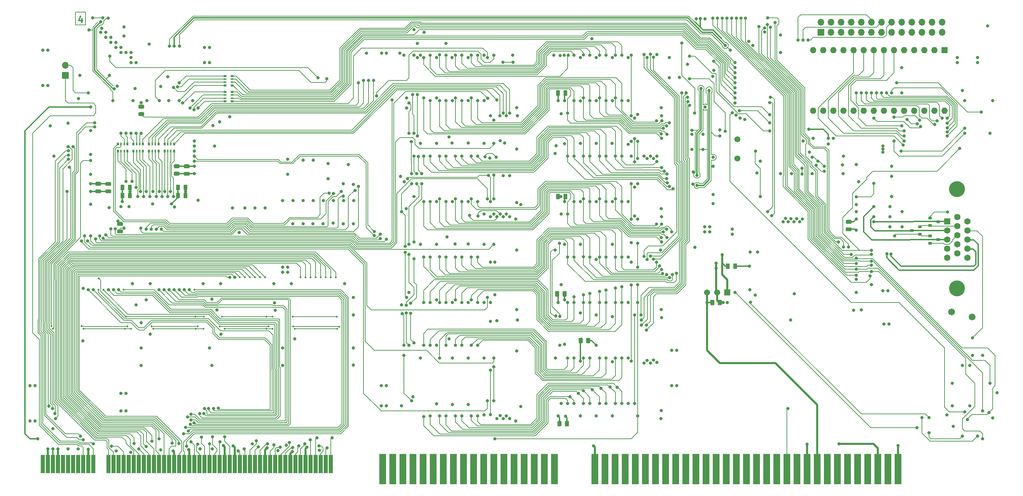
<source format=gbr>
G04 #@! TF.GenerationSoftware,KiCad,Pcbnew,(5.1.5)-3*
G04 #@! TF.CreationDate,2020-09-26T10:43:14+02:00*
G04 #@! TF.ProjectId,968,3936382e-6b69-4636-9164-5f7063625858,rev?*
G04 #@! TF.SameCoordinates,Original*
G04 #@! TF.FileFunction,Copper,L4,Bot*
G04 #@! TF.FilePolarity,Positive*
%FSLAX46Y46*%
G04 Gerber Fmt 4.6, Leading zero omitted, Abs format (unit mm)*
G04 Created by KiCad (PCBNEW (5.1.5)-3) date 2020-09-26 10:43:14*
%MOMM*%
%LPD*%
G04 APERTURE LIST*
%ADD10C,0.300000*%
%ADD11C,0.100000*%
%ADD12R,0.900000X0.800000*%
%ADD13C,1.710000*%
%ADD14C,4.000000*%
%ADD15C,1.600000*%
%ADD16R,1.600000X1.600000*%
%ADD17R,1.020000X4.570000*%
%ADD18O,1.700000X1.700000*%
%ADD19R,1.700000X1.700000*%
%ADD20R,1.500000X1.500000*%
%ADD21C,1.500000*%
%ADD22R,0.800000X0.500000*%
%ADD23R,0.800000X0.400000*%
%ADD24O,1.600000X1.600000*%
%ADD25R,0.500000X0.800000*%
%ADD26R,0.400000X0.800000*%
%ADD27R,1.780000X7.620000*%
%ADD28C,0.800000*%
%ADD29C,0.500000*%
%ADD30C,0.200000*%
%ADD31C,0.350000*%
%ADD32C,0.352000*%
%ADD33C,0.500000*%
G04 APERTURE END LIST*
D10*
X36480714Y-39048571D02*
X36480714Y-40048571D01*
X36123571Y-38477142D02*
X35766428Y-39548571D01*
X36695000Y-39548571D01*
G04 #@! TA.AperFunction,SMDPad,CuDef*
D11*
G36*
X46581142Y-92096674D02*
G01*
X46604803Y-92100184D01*
X46628007Y-92105996D01*
X46650529Y-92114054D01*
X46672153Y-92124282D01*
X46692670Y-92136579D01*
X46711883Y-92150829D01*
X46729607Y-92166893D01*
X46745671Y-92184617D01*
X46759921Y-92203830D01*
X46772218Y-92224347D01*
X46782446Y-92245971D01*
X46790504Y-92268493D01*
X46796316Y-92291697D01*
X46799826Y-92315358D01*
X46801000Y-92339250D01*
X46801000Y-92826750D01*
X46799826Y-92850642D01*
X46796316Y-92874303D01*
X46790504Y-92897507D01*
X46782446Y-92920029D01*
X46772218Y-92941653D01*
X46759921Y-92962170D01*
X46745671Y-92981383D01*
X46729607Y-92999107D01*
X46711883Y-93015171D01*
X46692670Y-93029421D01*
X46672153Y-93041718D01*
X46650529Y-93051946D01*
X46628007Y-93060004D01*
X46604803Y-93065816D01*
X46581142Y-93069326D01*
X46557250Y-93070500D01*
X45644750Y-93070500D01*
X45620858Y-93069326D01*
X45597197Y-93065816D01*
X45573993Y-93060004D01*
X45551471Y-93051946D01*
X45529847Y-93041718D01*
X45509330Y-93029421D01*
X45490117Y-93015171D01*
X45472393Y-92999107D01*
X45456329Y-92981383D01*
X45442079Y-92962170D01*
X45429782Y-92941653D01*
X45419554Y-92920029D01*
X45411496Y-92897507D01*
X45405684Y-92874303D01*
X45402174Y-92850642D01*
X45401000Y-92826750D01*
X45401000Y-92339250D01*
X45402174Y-92315358D01*
X45405684Y-92291697D01*
X45411496Y-92268493D01*
X45419554Y-92245971D01*
X45429782Y-92224347D01*
X45442079Y-92203830D01*
X45456329Y-92184617D01*
X45472393Y-92166893D01*
X45490117Y-92150829D01*
X45509330Y-92136579D01*
X45529847Y-92124282D01*
X45551471Y-92114054D01*
X45573993Y-92105996D01*
X45597197Y-92100184D01*
X45620858Y-92096674D01*
X45644750Y-92095500D01*
X46557250Y-92095500D01*
X46581142Y-92096674D01*
G37*
G04 #@! TD.AperFunction*
G04 #@! TA.AperFunction,SMDPad,CuDef*
G36*
X46581142Y-90221674D02*
G01*
X46604803Y-90225184D01*
X46628007Y-90230996D01*
X46650529Y-90239054D01*
X46672153Y-90249282D01*
X46692670Y-90261579D01*
X46711883Y-90275829D01*
X46729607Y-90291893D01*
X46745671Y-90309617D01*
X46759921Y-90328830D01*
X46772218Y-90349347D01*
X46782446Y-90370971D01*
X46790504Y-90393493D01*
X46796316Y-90416697D01*
X46799826Y-90440358D01*
X46801000Y-90464250D01*
X46801000Y-90951750D01*
X46799826Y-90975642D01*
X46796316Y-90999303D01*
X46790504Y-91022507D01*
X46782446Y-91045029D01*
X46772218Y-91066653D01*
X46759921Y-91087170D01*
X46745671Y-91106383D01*
X46729607Y-91124107D01*
X46711883Y-91140171D01*
X46692670Y-91154421D01*
X46672153Y-91166718D01*
X46650529Y-91176946D01*
X46628007Y-91185004D01*
X46604803Y-91190816D01*
X46581142Y-91194326D01*
X46557250Y-91195500D01*
X45644750Y-91195500D01*
X45620858Y-91194326D01*
X45597197Y-91190816D01*
X45573993Y-91185004D01*
X45551471Y-91176946D01*
X45529847Y-91166718D01*
X45509330Y-91154421D01*
X45490117Y-91140171D01*
X45472393Y-91124107D01*
X45456329Y-91106383D01*
X45442079Y-91087170D01*
X45429782Y-91066653D01*
X45419554Y-91045029D01*
X45411496Y-91022507D01*
X45405684Y-90999303D01*
X45402174Y-90975642D01*
X45401000Y-90951750D01*
X45401000Y-90464250D01*
X45402174Y-90440358D01*
X45405684Y-90416697D01*
X45411496Y-90393493D01*
X45419554Y-90370971D01*
X45429782Y-90349347D01*
X45442079Y-90328830D01*
X45456329Y-90309617D01*
X45472393Y-90291893D01*
X45490117Y-90275829D01*
X45509330Y-90261579D01*
X45529847Y-90249282D01*
X45551471Y-90239054D01*
X45573993Y-90230996D01*
X45597197Y-90225184D01*
X45620858Y-90221674D01*
X45644750Y-90220500D01*
X46557250Y-90220500D01*
X46581142Y-90221674D01*
G37*
G04 #@! TD.AperFunction*
D12*
X251682000Y-94681000D03*
X249682000Y-93731000D03*
X249682000Y-95631000D03*
X245142000Y-92390000D03*
X247142000Y-93340000D03*
X247142000Y-91440000D03*
X251714000Y-90170000D03*
X249714000Y-89220000D03*
X249714000Y-91120000D03*
D13*
X260243000Y-114103000D03*
X255143000Y-112903000D03*
D14*
X256476500Y-106934000D03*
X256476500Y-81934000D03*
D15*
X259057000Y-99279000D03*
X256517000Y-95844000D03*
X256517000Y-98134000D03*
X256517000Y-93554000D03*
X253977000Y-94699000D03*
X256517000Y-91264000D03*
X253977000Y-99279000D03*
X259057000Y-96989000D03*
X253977000Y-96989000D03*
X253977000Y-92409000D03*
X259057000Y-94699000D03*
D16*
X253977000Y-90119000D03*
D15*
X256517000Y-88974000D03*
X259057000Y-92409000D03*
X259057000Y-90119000D03*
G04 #@! TA.AperFunction,SMDPad,CuDef*
D11*
G36*
X200976142Y-100647174D02*
G01*
X200999803Y-100650684D01*
X201023007Y-100656496D01*
X201045529Y-100664554D01*
X201067153Y-100674782D01*
X201087670Y-100687079D01*
X201106883Y-100701329D01*
X201124607Y-100717393D01*
X201140671Y-100735117D01*
X201154921Y-100754330D01*
X201167218Y-100774847D01*
X201177446Y-100796471D01*
X201185504Y-100818993D01*
X201191316Y-100842197D01*
X201194826Y-100865858D01*
X201196000Y-100889750D01*
X201196000Y-101802250D01*
X201194826Y-101826142D01*
X201191316Y-101849803D01*
X201185504Y-101873007D01*
X201177446Y-101895529D01*
X201167218Y-101917153D01*
X201154921Y-101937670D01*
X201140671Y-101956883D01*
X201124607Y-101974607D01*
X201106883Y-101990671D01*
X201087670Y-102004921D01*
X201067153Y-102017218D01*
X201045529Y-102027446D01*
X201023007Y-102035504D01*
X200999803Y-102041316D01*
X200976142Y-102044826D01*
X200952250Y-102046000D01*
X200464750Y-102046000D01*
X200440858Y-102044826D01*
X200417197Y-102041316D01*
X200393993Y-102035504D01*
X200371471Y-102027446D01*
X200349847Y-102017218D01*
X200329330Y-102004921D01*
X200310117Y-101990671D01*
X200292393Y-101974607D01*
X200276329Y-101956883D01*
X200262079Y-101937670D01*
X200249782Y-101917153D01*
X200239554Y-101895529D01*
X200231496Y-101873007D01*
X200225684Y-101849803D01*
X200222174Y-101826142D01*
X200221000Y-101802250D01*
X200221000Y-100889750D01*
X200222174Y-100865858D01*
X200225684Y-100842197D01*
X200231496Y-100818993D01*
X200239554Y-100796471D01*
X200249782Y-100774847D01*
X200262079Y-100754330D01*
X200276329Y-100735117D01*
X200292393Y-100717393D01*
X200310117Y-100701329D01*
X200329330Y-100687079D01*
X200349847Y-100674782D01*
X200371471Y-100664554D01*
X200393993Y-100656496D01*
X200417197Y-100650684D01*
X200440858Y-100647174D01*
X200464750Y-100646000D01*
X200952250Y-100646000D01*
X200976142Y-100647174D01*
G37*
G04 #@! TD.AperFunction*
G04 #@! TA.AperFunction,SMDPad,CuDef*
G36*
X199101142Y-100647174D02*
G01*
X199124803Y-100650684D01*
X199148007Y-100656496D01*
X199170529Y-100664554D01*
X199192153Y-100674782D01*
X199212670Y-100687079D01*
X199231883Y-100701329D01*
X199249607Y-100717393D01*
X199265671Y-100735117D01*
X199279921Y-100754330D01*
X199292218Y-100774847D01*
X199302446Y-100796471D01*
X199310504Y-100818993D01*
X199316316Y-100842197D01*
X199319826Y-100865858D01*
X199321000Y-100889750D01*
X199321000Y-101802250D01*
X199319826Y-101826142D01*
X199316316Y-101849803D01*
X199310504Y-101873007D01*
X199302446Y-101895529D01*
X199292218Y-101917153D01*
X199279921Y-101937670D01*
X199265671Y-101956883D01*
X199249607Y-101974607D01*
X199231883Y-101990671D01*
X199212670Y-102004921D01*
X199192153Y-102017218D01*
X199170529Y-102027446D01*
X199148007Y-102035504D01*
X199124803Y-102041316D01*
X199101142Y-102044826D01*
X199077250Y-102046000D01*
X198589750Y-102046000D01*
X198565858Y-102044826D01*
X198542197Y-102041316D01*
X198518993Y-102035504D01*
X198496471Y-102027446D01*
X198474847Y-102017218D01*
X198454330Y-102004921D01*
X198435117Y-101990671D01*
X198417393Y-101974607D01*
X198401329Y-101956883D01*
X198387079Y-101937670D01*
X198374782Y-101917153D01*
X198364554Y-101895529D01*
X198356496Y-101873007D01*
X198350684Y-101849803D01*
X198347174Y-101826142D01*
X198346000Y-101802250D01*
X198346000Y-100889750D01*
X198347174Y-100865858D01*
X198350684Y-100842197D01*
X198356496Y-100818993D01*
X198364554Y-100796471D01*
X198374782Y-100774847D01*
X198387079Y-100754330D01*
X198401329Y-100735117D01*
X198417393Y-100717393D01*
X198435117Y-100701329D01*
X198454330Y-100687079D01*
X198474847Y-100674782D01*
X198496471Y-100664554D01*
X198518993Y-100656496D01*
X198542197Y-100650684D01*
X198565858Y-100647174D01*
X198589750Y-100646000D01*
X199077250Y-100646000D01*
X199101142Y-100647174D01*
G37*
G04 #@! TD.AperFunction*
D17*
X99060000Y-151130000D03*
X97790000Y-151130000D03*
X96530000Y-151130000D03*
X95250000Y-151130000D03*
X93980000Y-151130000D03*
X92710000Y-151130000D03*
X91440000Y-151130000D03*
X90170000Y-151130000D03*
X88900000Y-151130000D03*
X87630000Y-151130000D03*
X86360000Y-151130000D03*
X85100000Y-151130000D03*
X83820000Y-151130000D03*
X82550000Y-151130000D03*
X81280000Y-151130000D03*
X80010000Y-151130000D03*
X78740000Y-151130000D03*
X77470000Y-151130000D03*
X76210000Y-151130000D03*
X74930000Y-151130000D03*
X73670000Y-151130000D03*
X72390000Y-151130000D03*
X71120000Y-151130000D03*
X69850000Y-151130000D03*
X68580000Y-151130000D03*
X67310000Y-151130000D03*
X66040000Y-151130000D03*
X64770000Y-151130000D03*
X63500000Y-151130000D03*
X62230000Y-151130000D03*
X60960000Y-151130000D03*
X59690000Y-151130000D03*
X58420000Y-151130000D03*
X57150000Y-151130000D03*
X55880000Y-151130000D03*
X54610000Y-151130000D03*
X53340000Y-151130000D03*
X52070000Y-151130000D03*
X50800000Y-151130000D03*
X49530000Y-151130000D03*
X48260000Y-151130000D03*
X46990000Y-151140000D03*
X45720000Y-151140000D03*
X44450000Y-151140000D03*
X43180000Y-151140000D03*
X39370000Y-151140000D03*
X38100000Y-151140000D03*
X34290000Y-151140000D03*
X33020000Y-151140000D03*
X31750000Y-151140000D03*
X30480000Y-151140000D03*
X29210000Y-151140000D03*
X27940000Y-151140000D03*
X26670000Y-151140000D03*
X35560000Y-151140000D03*
X36830000Y-151140000D03*
D18*
X32385000Y-50800000D03*
D19*
X32385000Y-53340000D03*
G04 #@! TA.AperFunction,SMDPad,CuDef*
D11*
G36*
X195242642Y-109791174D02*
G01*
X195266303Y-109794684D01*
X195289507Y-109800496D01*
X195312029Y-109808554D01*
X195333653Y-109818782D01*
X195354170Y-109831079D01*
X195373383Y-109845329D01*
X195391107Y-109861393D01*
X195407171Y-109879117D01*
X195421421Y-109898330D01*
X195433718Y-109918847D01*
X195443946Y-109940471D01*
X195452004Y-109962993D01*
X195457816Y-109986197D01*
X195461326Y-110009858D01*
X195462500Y-110033750D01*
X195462500Y-110946250D01*
X195461326Y-110970142D01*
X195457816Y-110993803D01*
X195452004Y-111017007D01*
X195443946Y-111039529D01*
X195433718Y-111061153D01*
X195421421Y-111081670D01*
X195407171Y-111100883D01*
X195391107Y-111118607D01*
X195373383Y-111134671D01*
X195354170Y-111148921D01*
X195333653Y-111161218D01*
X195312029Y-111171446D01*
X195289507Y-111179504D01*
X195266303Y-111185316D01*
X195242642Y-111188826D01*
X195218750Y-111190000D01*
X194731250Y-111190000D01*
X194707358Y-111188826D01*
X194683697Y-111185316D01*
X194660493Y-111179504D01*
X194637971Y-111171446D01*
X194616347Y-111161218D01*
X194595830Y-111148921D01*
X194576617Y-111134671D01*
X194558893Y-111118607D01*
X194542829Y-111100883D01*
X194528579Y-111081670D01*
X194516282Y-111061153D01*
X194506054Y-111039529D01*
X194497996Y-111017007D01*
X194492184Y-110993803D01*
X194488674Y-110970142D01*
X194487500Y-110946250D01*
X194487500Y-110033750D01*
X194488674Y-110009858D01*
X194492184Y-109986197D01*
X194497996Y-109962993D01*
X194506054Y-109940471D01*
X194516282Y-109918847D01*
X194528579Y-109898330D01*
X194542829Y-109879117D01*
X194558893Y-109861393D01*
X194576617Y-109845329D01*
X194595830Y-109831079D01*
X194616347Y-109818782D01*
X194637971Y-109808554D01*
X194660493Y-109800496D01*
X194683697Y-109794684D01*
X194707358Y-109791174D01*
X194731250Y-109790000D01*
X195218750Y-109790000D01*
X195242642Y-109791174D01*
G37*
G04 #@! TD.AperFunction*
G04 #@! TA.AperFunction,SMDPad,CuDef*
G36*
X197117642Y-109791174D02*
G01*
X197141303Y-109794684D01*
X197164507Y-109800496D01*
X197187029Y-109808554D01*
X197208653Y-109818782D01*
X197229170Y-109831079D01*
X197248383Y-109845329D01*
X197266107Y-109861393D01*
X197282171Y-109879117D01*
X197296421Y-109898330D01*
X197308718Y-109918847D01*
X197318946Y-109940471D01*
X197327004Y-109962993D01*
X197332816Y-109986197D01*
X197336326Y-110009858D01*
X197337500Y-110033750D01*
X197337500Y-110946250D01*
X197336326Y-110970142D01*
X197332816Y-110993803D01*
X197327004Y-111017007D01*
X197318946Y-111039529D01*
X197308718Y-111061153D01*
X197296421Y-111081670D01*
X197282171Y-111100883D01*
X197266107Y-111118607D01*
X197248383Y-111134671D01*
X197229170Y-111148921D01*
X197208653Y-111161218D01*
X197187029Y-111171446D01*
X197164507Y-111179504D01*
X197141303Y-111185316D01*
X197117642Y-111188826D01*
X197093750Y-111190000D01*
X196606250Y-111190000D01*
X196582358Y-111188826D01*
X196558697Y-111185316D01*
X196535493Y-111179504D01*
X196512971Y-111171446D01*
X196491347Y-111161218D01*
X196470830Y-111148921D01*
X196451617Y-111134671D01*
X196433893Y-111118607D01*
X196417829Y-111100883D01*
X196403579Y-111081670D01*
X196391282Y-111061153D01*
X196381054Y-111039529D01*
X196372996Y-111017007D01*
X196367184Y-110993803D01*
X196363674Y-110970142D01*
X196362500Y-110946250D01*
X196362500Y-110033750D01*
X196363674Y-110009858D01*
X196367184Y-109986197D01*
X196372996Y-109962993D01*
X196381054Y-109940471D01*
X196391282Y-109918847D01*
X196403579Y-109898330D01*
X196417829Y-109879117D01*
X196433893Y-109861393D01*
X196451617Y-109845329D01*
X196470830Y-109831079D01*
X196491347Y-109818782D01*
X196512971Y-109808554D01*
X196535493Y-109800496D01*
X196558697Y-109794684D01*
X196582358Y-109791174D01*
X196606250Y-109790000D01*
X197093750Y-109790000D01*
X197117642Y-109791174D01*
G37*
G04 #@! TD.AperFunction*
D20*
X198755000Y-107950000D03*
D21*
X193675000Y-107950000D03*
X196215000Y-107950000D03*
D22*
X72495000Y-55880000D03*
D23*
X72495000Y-54280000D03*
X72495000Y-55080000D03*
D22*
X72495000Y-53480000D03*
D23*
X74295000Y-55080000D03*
D22*
X74295000Y-55880000D03*
D23*
X74295000Y-54280000D03*
D22*
X74295000Y-53480000D03*
X72495000Y-59874000D03*
D23*
X72495000Y-58274000D03*
X72495000Y-59074000D03*
D22*
X72495000Y-57474000D03*
D23*
X74295000Y-59074000D03*
D22*
X74295000Y-59874000D03*
D23*
X74295000Y-58274000D03*
D22*
X74295000Y-57474000D03*
D18*
X252730000Y-40005000D03*
X252730000Y-42545000D03*
X250190000Y-40005000D03*
X250190000Y-42545000D03*
X247650000Y-40005000D03*
X247650000Y-42545000D03*
X245110000Y-40005000D03*
X245110000Y-42545000D03*
X242570000Y-40005000D03*
X242570000Y-42545000D03*
X240030000Y-40005000D03*
X240030000Y-42545000D03*
X237490000Y-40005000D03*
X237490000Y-42545000D03*
X234950000Y-40005000D03*
X234950000Y-42545000D03*
X232410000Y-40005000D03*
X232410000Y-42545000D03*
X229870000Y-40005000D03*
X229870000Y-42545000D03*
X227330000Y-40005000D03*
X227330000Y-42545000D03*
X224790000Y-40005000D03*
X224790000Y-42545000D03*
X222250000Y-40005000D03*
D19*
X222250000Y-42545000D03*
G04 #@! TA.AperFunction,SMDPad,CuDef*
D11*
G36*
X51915142Y-60727674D02*
G01*
X51938803Y-60731184D01*
X51962007Y-60736996D01*
X51984529Y-60745054D01*
X52006153Y-60755282D01*
X52026670Y-60767579D01*
X52045883Y-60781829D01*
X52063607Y-60797893D01*
X52079671Y-60815617D01*
X52093921Y-60834830D01*
X52106218Y-60855347D01*
X52116446Y-60876971D01*
X52124504Y-60899493D01*
X52130316Y-60922697D01*
X52133826Y-60946358D01*
X52135000Y-60970250D01*
X52135000Y-61457750D01*
X52133826Y-61481642D01*
X52130316Y-61505303D01*
X52124504Y-61528507D01*
X52116446Y-61551029D01*
X52106218Y-61572653D01*
X52093921Y-61593170D01*
X52079671Y-61612383D01*
X52063607Y-61630107D01*
X52045883Y-61646171D01*
X52026670Y-61660421D01*
X52006153Y-61672718D01*
X51984529Y-61682946D01*
X51962007Y-61691004D01*
X51938803Y-61696816D01*
X51915142Y-61700326D01*
X51891250Y-61701500D01*
X50978750Y-61701500D01*
X50954858Y-61700326D01*
X50931197Y-61696816D01*
X50907993Y-61691004D01*
X50885471Y-61682946D01*
X50863847Y-61672718D01*
X50843330Y-61660421D01*
X50824117Y-61646171D01*
X50806393Y-61630107D01*
X50790329Y-61612383D01*
X50776079Y-61593170D01*
X50763782Y-61572653D01*
X50753554Y-61551029D01*
X50745496Y-61528507D01*
X50739684Y-61505303D01*
X50736174Y-61481642D01*
X50735000Y-61457750D01*
X50735000Y-60970250D01*
X50736174Y-60946358D01*
X50739684Y-60922697D01*
X50745496Y-60899493D01*
X50753554Y-60876971D01*
X50763782Y-60855347D01*
X50776079Y-60834830D01*
X50790329Y-60815617D01*
X50806393Y-60797893D01*
X50824117Y-60781829D01*
X50843330Y-60767579D01*
X50863847Y-60755282D01*
X50885471Y-60745054D01*
X50907993Y-60736996D01*
X50931197Y-60731184D01*
X50954858Y-60727674D01*
X50978750Y-60726500D01*
X51891250Y-60726500D01*
X51915142Y-60727674D01*
G37*
G04 #@! TD.AperFunction*
G04 #@! TA.AperFunction,SMDPad,CuDef*
G36*
X51915142Y-62602674D02*
G01*
X51938803Y-62606184D01*
X51962007Y-62611996D01*
X51984529Y-62620054D01*
X52006153Y-62630282D01*
X52026670Y-62642579D01*
X52045883Y-62656829D01*
X52063607Y-62672893D01*
X52079671Y-62690617D01*
X52093921Y-62709830D01*
X52106218Y-62730347D01*
X52116446Y-62751971D01*
X52124504Y-62774493D01*
X52130316Y-62797697D01*
X52133826Y-62821358D01*
X52135000Y-62845250D01*
X52135000Y-63332750D01*
X52133826Y-63356642D01*
X52130316Y-63380303D01*
X52124504Y-63403507D01*
X52116446Y-63426029D01*
X52106218Y-63447653D01*
X52093921Y-63468170D01*
X52079671Y-63487383D01*
X52063607Y-63505107D01*
X52045883Y-63521171D01*
X52026670Y-63535421D01*
X52006153Y-63547718D01*
X51984529Y-63557946D01*
X51962007Y-63566004D01*
X51938803Y-63571816D01*
X51915142Y-63575326D01*
X51891250Y-63576500D01*
X50978750Y-63576500D01*
X50954858Y-63575326D01*
X50931197Y-63571816D01*
X50907993Y-63566004D01*
X50885471Y-63557946D01*
X50863847Y-63547718D01*
X50843330Y-63535421D01*
X50824117Y-63521171D01*
X50806393Y-63505107D01*
X50790329Y-63487383D01*
X50776079Y-63468170D01*
X50763782Y-63447653D01*
X50753554Y-63426029D01*
X50745496Y-63403507D01*
X50739684Y-63380303D01*
X50736174Y-63356642D01*
X50735000Y-63332750D01*
X50735000Y-62845250D01*
X50736174Y-62821358D01*
X50739684Y-62797697D01*
X50745496Y-62774493D01*
X50753554Y-62751971D01*
X50763782Y-62730347D01*
X50776079Y-62709830D01*
X50790329Y-62690617D01*
X50806393Y-62672893D01*
X50824117Y-62656829D01*
X50843330Y-62642579D01*
X50863847Y-62630282D01*
X50885471Y-62620054D01*
X50907993Y-62611996D01*
X50931197Y-62606184D01*
X50954858Y-62602674D01*
X50978750Y-62601500D01*
X51891250Y-62601500D01*
X51915142Y-62602674D01*
G37*
G04 #@! TD.AperFunction*
D24*
X253365000Y-62230000D03*
X220345000Y-46990000D03*
X250825000Y-62230000D03*
X222885000Y-46990000D03*
X248285000Y-62230000D03*
X225425000Y-46990000D03*
X245745000Y-62230000D03*
X227965000Y-46990000D03*
X243205000Y-62230000D03*
X230505000Y-46990000D03*
X240665000Y-62230000D03*
X233045000Y-46990000D03*
X238125000Y-62230000D03*
X235585000Y-46990000D03*
X235585000Y-62230000D03*
X238125000Y-46990000D03*
X233045000Y-62230000D03*
X240665000Y-46990000D03*
X230505000Y-62230000D03*
X243205000Y-46990000D03*
X227965000Y-62230000D03*
X245745000Y-46990000D03*
X225425000Y-62230000D03*
X248285000Y-46990000D03*
X222885000Y-62230000D03*
X250825000Y-46990000D03*
X220345000Y-62230000D03*
D16*
X253365000Y-46990000D03*
G04 #@! TA.AperFunction,SMDPad,CuDef*
D11*
G36*
X229715142Y-89713674D02*
G01*
X229738803Y-89717184D01*
X229762007Y-89722996D01*
X229784529Y-89731054D01*
X229806153Y-89741282D01*
X229826670Y-89753579D01*
X229845883Y-89767829D01*
X229863607Y-89783893D01*
X229879671Y-89801617D01*
X229893921Y-89820830D01*
X229906218Y-89841347D01*
X229916446Y-89862971D01*
X229924504Y-89885493D01*
X229930316Y-89908697D01*
X229933826Y-89932358D01*
X229935000Y-89956250D01*
X229935000Y-90443750D01*
X229933826Y-90467642D01*
X229930316Y-90491303D01*
X229924504Y-90514507D01*
X229916446Y-90537029D01*
X229906218Y-90558653D01*
X229893921Y-90579170D01*
X229879671Y-90598383D01*
X229863607Y-90616107D01*
X229845883Y-90632171D01*
X229826670Y-90646421D01*
X229806153Y-90658718D01*
X229784529Y-90668946D01*
X229762007Y-90677004D01*
X229738803Y-90682816D01*
X229715142Y-90686326D01*
X229691250Y-90687500D01*
X228778750Y-90687500D01*
X228754858Y-90686326D01*
X228731197Y-90682816D01*
X228707993Y-90677004D01*
X228685471Y-90668946D01*
X228663847Y-90658718D01*
X228643330Y-90646421D01*
X228624117Y-90632171D01*
X228606393Y-90616107D01*
X228590329Y-90598383D01*
X228576079Y-90579170D01*
X228563782Y-90558653D01*
X228553554Y-90537029D01*
X228545496Y-90514507D01*
X228539684Y-90491303D01*
X228536174Y-90467642D01*
X228535000Y-90443750D01*
X228535000Y-89956250D01*
X228536174Y-89932358D01*
X228539684Y-89908697D01*
X228545496Y-89885493D01*
X228553554Y-89862971D01*
X228563782Y-89841347D01*
X228576079Y-89820830D01*
X228590329Y-89801617D01*
X228606393Y-89783893D01*
X228624117Y-89767829D01*
X228643330Y-89753579D01*
X228663847Y-89741282D01*
X228685471Y-89731054D01*
X228707993Y-89722996D01*
X228731197Y-89717184D01*
X228754858Y-89713674D01*
X228778750Y-89712500D01*
X229691250Y-89712500D01*
X229715142Y-89713674D01*
G37*
G04 #@! TD.AperFunction*
G04 #@! TA.AperFunction,SMDPad,CuDef*
G36*
X229715142Y-91588674D02*
G01*
X229738803Y-91592184D01*
X229762007Y-91597996D01*
X229784529Y-91606054D01*
X229806153Y-91616282D01*
X229826670Y-91628579D01*
X229845883Y-91642829D01*
X229863607Y-91658893D01*
X229879671Y-91676617D01*
X229893921Y-91695830D01*
X229906218Y-91716347D01*
X229916446Y-91737971D01*
X229924504Y-91760493D01*
X229930316Y-91783697D01*
X229933826Y-91807358D01*
X229935000Y-91831250D01*
X229935000Y-92318750D01*
X229933826Y-92342642D01*
X229930316Y-92366303D01*
X229924504Y-92389507D01*
X229916446Y-92412029D01*
X229906218Y-92433653D01*
X229893921Y-92454170D01*
X229879671Y-92473383D01*
X229863607Y-92491107D01*
X229845883Y-92507171D01*
X229826670Y-92521421D01*
X229806153Y-92533718D01*
X229784529Y-92543946D01*
X229762007Y-92552004D01*
X229738803Y-92557816D01*
X229715142Y-92561326D01*
X229691250Y-92562500D01*
X228778750Y-92562500D01*
X228754858Y-92561326D01*
X228731197Y-92557816D01*
X228707993Y-92552004D01*
X228685471Y-92543946D01*
X228663847Y-92533718D01*
X228643330Y-92521421D01*
X228624117Y-92507171D01*
X228606393Y-92491107D01*
X228590329Y-92473383D01*
X228576079Y-92454170D01*
X228563782Y-92433653D01*
X228553554Y-92412029D01*
X228545496Y-92389507D01*
X228539684Y-92366303D01*
X228536174Y-92342642D01*
X228535000Y-92318750D01*
X228535000Y-91831250D01*
X228536174Y-91807358D01*
X228539684Y-91783697D01*
X228545496Y-91760493D01*
X228553554Y-91737971D01*
X228563782Y-91716347D01*
X228576079Y-91695830D01*
X228590329Y-91676617D01*
X228606393Y-91658893D01*
X228624117Y-91642829D01*
X228643330Y-91628579D01*
X228663847Y-91616282D01*
X228685471Y-91606054D01*
X228707993Y-91597996D01*
X228731197Y-91592184D01*
X228754858Y-91588674D01*
X228778750Y-91587500D01*
X229691250Y-91587500D01*
X229715142Y-91588674D01*
G37*
G04 #@! TD.AperFunction*
D25*
X57290000Y-70590000D03*
D26*
X58890000Y-70590000D03*
X58090000Y-70590000D03*
D25*
X59690000Y-70590000D03*
D26*
X58090000Y-72390000D03*
D25*
X57290000Y-72390000D03*
D26*
X58890000Y-72390000D03*
D25*
X59690000Y-72390000D03*
X55778332Y-72390000D03*
D26*
X54978332Y-72390000D03*
D25*
X53378332Y-72390000D03*
D26*
X54178332Y-72390000D03*
D25*
X55778332Y-70590000D03*
D26*
X54178332Y-70590000D03*
X54978332Y-70590000D03*
D25*
X53378332Y-70590000D03*
X51866666Y-72390000D03*
D26*
X51066666Y-72390000D03*
D25*
X49466666Y-72390000D03*
D26*
X50266666Y-72390000D03*
D25*
X51866666Y-70590000D03*
D26*
X50266666Y-70590000D03*
X51066666Y-70590000D03*
D25*
X49466666Y-70590000D03*
X45555000Y-70590000D03*
D26*
X47155000Y-70590000D03*
X46355000Y-70590000D03*
D25*
X47955000Y-70590000D03*
D26*
X46355000Y-72390000D03*
D25*
X45555000Y-72390000D03*
D26*
X47155000Y-72390000D03*
D25*
X47955000Y-72390000D03*
G04 #@! TA.AperFunction,SMDPad,CuDef*
D11*
G36*
X164031243Y-119351997D02*
G01*
X164054904Y-119355507D01*
X164078108Y-119361319D01*
X164100630Y-119369377D01*
X164122254Y-119379605D01*
X164142771Y-119391902D01*
X164161984Y-119406152D01*
X164179708Y-119422216D01*
X164195772Y-119439940D01*
X164210022Y-119459153D01*
X164222319Y-119479670D01*
X164232547Y-119501294D01*
X164240605Y-119523816D01*
X164246417Y-119547020D01*
X164249927Y-119570681D01*
X164251101Y-119594573D01*
X164251101Y-120507073D01*
X164249927Y-120530965D01*
X164246417Y-120554626D01*
X164240605Y-120577830D01*
X164232547Y-120600352D01*
X164222319Y-120621976D01*
X164210022Y-120642493D01*
X164195772Y-120661706D01*
X164179708Y-120679430D01*
X164161984Y-120695494D01*
X164142771Y-120709744D01*
X164122254Y-120722041D01*
X164100630Y-120732269D01*
X164078108Y-120740327D01*
X164054904Y-120746139D01*
X164031243Y-120749649D01*
X164007351Y-120750823D01*
X163519851Y-120750823D01*
X163495959Y-120749649D01*
X163472298Y-120746139D01*
X163449094Y-120740327D01*
X163426572Y-120732269D01*
X163404948Y-120722041D01*
X163384431Y-120709744D01*
X163365218Y-120695494D01*
X163347494Y-120679430D01*
X163331430Y-120661706D01*
X163317180Y-120642493D01*
X163304883Y-120621976D01*
X163294655Y-120600352D01*
X163286597Y-120577830D01*
X163280785Y-120554626D01*
X163277275Y-120530965D01*
X163276101Y-120507073D01*
X163276101Y-119594573D01*
X163277275Y-119570681D01*
X163280785Y-119547020D01*
X163286597Y-119523816D01*
X163294655Y-119501294D01*
X163304883Y-119479670D01*
X163317180Y-119459153D01*
X163331430Y-119439940D01*
X163347494Y-119422216D01*
X163365218Y-119406152D01*
X163384431Y-119391902D01*
X163404948Y-119379605D01*
X163426572Y-119369377D01*
X163449094Y-119361319D01*
X163472298Y-119355507D01*
X163495959Y-119351997D01*
X163519851Y-119350823D01*
X164007351Y-119350823D01*
X164031243Y-119351997D01*
G37*
G04 #@! TD.AperFunction*
G04 #@! TA.AperFunction,SMDPad,CuDef*
G36*
X162156243Y-119351997D02*
G01*
X162179904Y-119355507D01*
X162203108Y-119361319D01*
X162225630Y-119369377D01*
X162247254Y-119379605D01*
X162267771Y-119391902D01*
X162286984Y-119406152D01*
X162304708Y-119422216D01*
X162320772Y-119439940D01*
X162335022Y-119459153D01*
X162347319Y-119479670D01*
X162357547Y-119501294D01*
X162365605Y-119523816D01*
X162371417Y-119547020D01*
X162374927Y-119570681D01*
X162376101Y-119594573D01*
X162376101Y-120507073D01*
X162374927Y-120530965D01*
X162371417Y-120554626D01*
X162365605Y-120577830D01*
X162357547Y-120600352D01*
X162347319Y-120621976D01*
X162335022Y-120642493D01*
X162320772Y-120661706D01*
X162304708Y-120679430D01*
X162286984Y-120695494D01*
X162267771Y-120709744D01*
X162247254Y-120722041D01*
X162225630Y-120732269D01*
X162203108Y-120740327D01*
X162179904Y-120746139D01*
X162156243Y-120749649D01*
X162132351Y-120750823D01*
X161644851Y-120750823D01*
X161620959Y-120749649D01*
X161597298Y-120746139D01*
X161574094Y-120740327D01*
X161551572Y-120732269D01*
X161529948Y-120722041D01*
X161509431Y-120709744D01*
X161490218Y-120695494D01*
X161472494Y-120679430D01*
X161456430Y-120661706D01*
X161442180Y-120642493D01*
X161429883Y-120621976D01*
X161419655Y-120600352D01*
X161411597Y-120577830D01*
X161405785Y-120554626D01*
X161402275Y-120530965D01*
X161401101Y-120507073D01*
X161401101Y-119594573D01*
X161402275Y-119570681D01*
X161405785Y-119547020D01*
X161411597Y-119523816D01*
X161419655Y-119501294D01*
X161429883Y-119479670D01*
X161442180Y-119459153D01*
X161456430Y-119439940D01*
X161472494Y-119422216D01*
X161490218Y-119406152D01*
X161509431Y-119391902D01*
X161529948Y-119379605D01*
X161551572Y-119369377D01*
X161574094Y-119361319D01*
X161597298Y-119355507D01*
X161620959Y-119351997D01*
X161644851Y-119350823D01*
X162132351Y-119350823D01*
X162156243Y-119351997D01*
G37*
G04 #@! TD.AperFunction*
G04 #@! TA.AperFunction,SMDPad,CuDef*
G36*
X63345142Y-77618490D02*
G01*
X63368803Y-77622000D01*
X63392007Y-77627812D01*
X63414529Y-77635870D01*
X63436153Y-77646098D01*
X63456670Y-77658395D01*
X63475883Y-77672645D01*
X63493607Y-77688709D01*
X63509671Y-77706433D01*
X63523921Y-77725646D01*
X63536218Y-77746163D01*
X63546446Y-77767787D01*
X63554504Y-77790309D01*
X63560316Y-77813513D01*
X63563826Y-77837174D01*
X63565000Y-77861066D01*
X63565000Y-78348566D01*
X63563826Y-78372458D01*
X63560316Y-78396119D01*
X63554504Y-78419323D01*
X63546446Y-78441845D01*
X63536218Y-78463469D01*
X63523921Y-78483986D01*
X63509671Y-78503199D01*
X63493607Y-78520923D01*
X63475883Y-78536987D01*
X63456670Y-78551237D01*
X63436153Y-78563534D01*
X63414529Y-78573762D01*
X63392007Y-78581820D01*
X63368803Y-78587632D01*
X63345142Y-78591142D01*
X63321250Y-78592316D01*
X62408750Y-78592316D01*
X62384858Y-78591142D01*
X62361197Y-78587632D01*
X62337993Y-78581820D01*
X62315471Y-78573762D01*
X62293847Y-78563534D01*
X62273330Y-78551237D01*
X62254117Y-78536987D01*
X62236393Y-78520923D01*
X62220329Y-78503199D01*
X62206079Y-78483986D01*
X62193782Y-78463469D01*
X62183554Y-78441845D01*
X62175496Y-78419323D01*
X62169684Y-78396119D01*
X62166174Y-78372458D01*
X62165000Y-78348566D01*
X62165000Y-77861066D01*
X62166174Y-77837174D01*
X62169684Y-77813513D01*
X62175496Y-77790309D01*
X62183554Y-77767787D01*
X62193782Y-77746163D01*
X62206079Y-77725646D01*
X62220329Y-77706433D01*
X62236393Y-77688709D01*
X62254117Y-77672645D01*
X62273330Y-77658395D01*
X62293847Y-77646098D01*
X62315471Y-77635870D01*
X62337993Y-77627812D01*
X62361197Y-77622000D01*
X62384858Y-77618490D01*
X62408750Y-77617316D01*
X63321250Y-77617316D01*
X63345142Y-77618490D01*
G37*
G04 #@! TD.AperFunction*
G04 #@! TA.AperFunction,SMDPad,CuDef*
G36*
X63345142Y-75743490D02*
G01*
X63368803Y-75747000D01*
X63392007Y-75752812D01*
X63414529Y-75760870D01*
X63436153Y-75771098D01*
X63456670Y-75783395D01*
X63475883Y-75797645D01*
X63493607Y-75813709D01*
X63509671Y-75831433D01*
X63523921Y-75850646D01*
X63536218Y-75871163D01*
X63546446Y-75892787D01*
X63554504Y-75915309D01*
X63560316Y-75938513D01*
X63563826Y-75962174D01*
X63565000Y-75986066D01*
X63565000Y-76473566D01*
X63563826Y-76497458D01*
X63560316Y-76521119D01*
X63554504Y-76544323D01*
X63546446Y-76566845D01*
X63536218Y-76588469D01*
X63523921Y-76608986D01*
X63509671Y-76628199D01*
X63493607Y-76645923D01*
X63475883Y-76661987D01*
X63456670Y-76676237D01*
X63436153Y-76688534D01*
X63414529Y-76698762D01*
X63392007Y-76706820D01*
X63368803Y-76712632D01*
X63345142Y-76716142D01*
X63321250Y-76717316D01*
X62408750Y-76717316D01*
X62384858Y-76716142D01*
X62361197Y-76712632D01*
X62337993Y-76706820D01*
X62315471Y-76698762D01*
X62293847Y-76688534D01*
X62273330Y-76676237D01*
X62254117Y-76661987D01*
X62236393Y-76645923D01*
X62220329Y-76628199D01*
X62206079Y-76608986D01*
X62193782Y-76588469D01*
X62183554Y-76566845D01*
X62175496Y-76544323D01*
X62169684Y-76521119D01*
X62166174Y-76497458D01*
X62165000Y-76473566D01*
X62165000Y-75986066D01*
X62166174Y-75962174D01*
X62169684Y-75938513D01*
X62175496Y-75915309D01*
X62183554Y-75892787D01*
X62193782Y-75871163D01*
X62206079Y-75850646D01*
X62220329Y-75831433D01*
X62236393Y-75813709D01*
X62254117Y-75797645D01*
X62273330Y-75783395D01*
X62293847Y-75771098D01*
X62315471Y-75760870D01*
X62337993Y-75752812D01*
X62361197Y-75747000D01*
X62384858Y-75743490D01*
X62408750Y-75742316D01*
X63321250Y-75742316D01*
X63345142Y-75743490D01*
G37*
G04 #@! TD.AperFunction*
G04 #@! TA.AperFunction,SMDPad,CuDef*
G36*
X60805142Y-75713674D02*
G01*
X60828803Y-75717184D01*
X60852007Y-75722996D01*
X60874529Y-75731054D01*
X60896153Y-75741282D01*
X60916670Y-75753579D01*
X60935883Y-75767829D01*
X60953607Y-75783893D01*
X60969671Y-75801617D01*
X60983921Y-75820830D01*
X60996218Y-75841347D01*
X61006446Y-75862971D01*
X61014504Y-75885493D01*
X61020316Y-75908697D01*
X61023826Y-75932358D01*
X61025000Y-75956250D01*
X61025000Y-76443750D01*
X61023826Y-76467642D01*
X61020316Y-76491303D01*
X61014504Y-76514507D01*
X61006446Y-76537029D01*
X60996218Y-76558653D01*
X60983921Y-76579170D01*
X60969671Y-76598383D01*
X60953607Y-76616107D01*
X60935883Y-76632171D01*
X60916670Y-76646421D01*
X60896153Y-76658718D01*
X60874529Y-76668946D01*
X60852007Y-76677004D01*
X60828803Y-76682816D01*
X60805142Y-76686326D01*
X60781250Y-76687500D01*
X59868750Y-76687500D01*
X59844858Y-76686326D01*
X59821197Y-76682816D01*
X59797993Y-76677004D01*
X59775471Y-76668946D01*
X59753847Y-76658718D01*
X59733330Y-76646421D01*
X59714117Y-76632171D01*
X59696393Y-76616107D01*
X59680329Y-76598383D01*
X59666079Y-76579170D01*
X59653782Y-76558653D01*
X59643554Y-76537029D01*
X59635496Y-76514507D01*
X59629684Y-76491303D01*
X59626174Y-76467642D01*
X59625000Y-76443750D01*
X59625000Y-75956250D01*
X59626174Y-75932358D01*
X59629684Y-75908697D01*
X59635496Y-75885493D01*
X59643554Y-75862971D01*
X59653782Y-75841347D01*
X59666079Y-75820830D01*
X59680329Y-75801617D01*
X59696393Y-75783893D01*
X59714117Y-75767829D01*
X59733330Y-75753579D01*
X59753847Y-75741282D01*
X59775471Y-75731054D01*
X59797993Y-75722996D01*
X59821197Y-75717184D01*
X59844858Y-75713674D01*
X59868750Y-75712500D01*
X60781250Y-75712500D01*
X60805142Y-75713674D01*
G37*
G04 #@! TD.AperFunction*
G04 #@! TA.AperFunction,SMDPad,CuDef*
G36*
X60805142Y-77588674D02*
G01*
X60828803Y-77592184D01*
X60852007Y-77597996D01*
X60874529Y-77606054D01*
X60896153Y-77616282D01*
X60916670Y-77628579D01*
X60935883Y-77642829D01*
X60953607Y-77658893D01*
X60969671Y-77676617D01*
X60983921Y-77695830D01*
X60996218Y-77716347D01*
X61006446Y-77737971D01*
X61014504Y-77760493D01*
X61020316Y-77783697D01*
X61023826Y-77807358D01*
X61025000Y-77831250D01*
X61025000Y-78318750D01*
X61023826Y-78342642D01*
X61020316Y-78366303D01*
X61014504Y-78389507D01*
X61006446Y-78412029D01*
X60996218Y-78433653D01*
X60983921Y-78454170D01*
X60969671Y-78473383D01*
X60953607Y-78491107D01*
X60935883Y-78507171D01*
X60916670Y-78521421D01*
X60896153Y-78533718D01*
X60874529Y-78543946D01*
X60852007Y-78552004D01*
X60828803Y-78557816D01*
X60805142Y-78561326D01*
X60781250Y-78562500D01*
X59868750Y-78562500D01*
X59844858Y-78561326D01*
X59821197Y-78557816D01*
X59797993Y-78552004D01*
X59775471Y-78543946D01*
X59753847Y-78533718D01*
X59733330Y-78521421D01*
X59714117Y-78507171D01*
X59696393Y-78491107D01*
X59680329Y-78473383D01*
X59666079Y-78454170D01*
X59653782Y-78433653D01*
X59643554Y-78412029D01*
X59635496Y-78389507D01*
X59629684Y-78366303D01*
X59626174Y-78342642D01*
X59625000Y-78318750D01*
X59625000Y-77831250D01*
X59626174Y-77807358D01*
X59629684Y-77783697D01*
X59635496Y-77760493D01*
X59643554Y-77737971D01*
X59653782Y-77716347D01*
X59666079Y-77695830D01*
X59680329Y-77676617D01*
X59696393Y-77658893D01*
X59714117Y-77642829D01*
X59733330Y-77628579D01*
X59753847Y-77616282D01*
X59775471Y-77606054D01*
X59797993Y-77597996D01*
X59821197Y-77592184D01*
X59844858Y-77588674D01*
X59868750Y-77587500D01*
X60781250Y-77587500D01*
X60805142Y-77588674D01*
G37*
G04 #@! TD.AperFunction*
G04 #@! TA.AperFunction,SMDPad,CuDef*
G36*
X62800142Y-82867174D02*
G01*
X62823803Y-82870684D01*
X62847007Y-82876496D01*
X62869529Y-82884554D01*
X62891153Y-82894782D01*
X62911670Y-82907079D01*
X62930883Y-82921329D01*
X62948607Y-82937393D01*
X62964671Y-82955117D01*
X62978921Y-82974330D01*
X62991218Y-82994847D01*
X63001446Y-83016471D01*
X63009504Y-83038993D01*
X63015316Y-83062197D01*
X63018826Y-83085858D01*
X63020000Y-83109750D01*
X63020000Y-84022250D01*
X63018826Y-84046142D01*
X63015316Y-84069803D01*
X63009504Y-84093007D01*
X63001446Y-84115529D01*
X62991218Y-84137153D01*
X62978921Y-84157670D01*
X62964671Y-84176883D01*
X62948607Y-84194607D01*
X62930883Y-84210671D01*
X62911670Y-84224921D01*
X62891153Y-84237218D01*
X62869529Y-84247446D01*
X62847007Y-84255504D01*
X62823803Y-84261316D01*
X62800142Y-84264826D01*
X62776250Y-84266000D01*
X62288750Y-84266000D01*
X62264858Y-84264826D01*
X62241197Y-84261316D01*
X62217993Y-84255504D01*
X62195471Y-84247446D01*
X62173847Y-84237218D01*
X62153330Y-84224921D01*
X62134117Y-84210671D01*
X62116393Y-84194607D01*
X62100329Y-84176883D01*
X62086079Y-84157670D01*
X62073782Y-84137153D01*
X62063554Y-84115529D01*
X62055496Y-84093007D01*
X62049684Y-84069803D01*
X62046174Y-84046142D01*
X62045000Y-84022250D01*
X62045000Y-83109750D01*
X62046174Y-83085858D01*
X62049684Y-83062197D01*
X62055496Y-83038993D01*
X62063554Y-83016471D01*
X62073782Y-82994847D01*
X62086079Y-82974330D01*
X62100329Y-82955117D01*
X62116393Y-82937393D01*
X62134117Y-82921329D01*
X62153330Y-82907079D01*
X62173847Y-82894782D01*
X62195471Y-82884554D01*
X62217993Y-82876496D01*
X62241197Y-82870684D01*
X62264858Y-82867174D01*
X62288750Y-82866000D01*
X62776250Y-82866000D01*
X62800142Y-82867174D01*
G37*
G04 #@! TD.AperFunction*
G04 #@! TA.AperFunction,SMDPad,CuDef*
G36*
X60925142Y-82867174D02*
G01*
X60948803Y-82870684D01*
X60972007Y-82876496D01*
X60994529Y-82884554D01*
X61016153Y-82894782D01*
X61036670Y-82907079D01*
X61055883Y-82921329D01*
X61073607Y-82937393D01*
X61089671Y-82955117D01*
X61103921Y-82974330D01*
X61116218Y-82994847D01*
X61126446Y-83016471D01*
X61134504Y-83038993D01*
X61140316Y-83062197D01*
X61143826Y-83085858D01*
X61145000Y-83109750D01*
X61145000Y-84022250D01*
X61143826Y-84046142D01*
X61140316Y-84069803D01*
X61134504Y-84093007D01*
X61126446Y-84115529D01*
X61116218Y-84137153D01*
X61103921Y-84157670D01*
X61089671Y-84176883D01*
X61073607Y-84194607D01*
X61055883Y-84210671D01*
X61036670Y-84224921D01*
X61016153Y-84237218D01*
X60994529Y-84247446D01*
X60972007Y-84255504D01*
X60948803Y-84261316D01*
X60925142Y-84264826D01*
X60901250Y-84266000D01*
X60413750Y-84266000D01*
X60389858Y-84264826D01*
X60366197Y-84261316D01*
X60342993Y-84255504D01*
X60320471Y-84247446D01*
X60298847Y-84237218D01*
X60278330Y-84224921D01*
X60259117Y-84210671D01*
X60241393Y-84194607D01*
X60225329Y-84176883D01*
X60211079Y-84157670D01*
X60198782Y-84137153D01*
X60188554Y-84115529D01*
X60180496Y-84093007D01*
X60174684Y-84069803D01*
X60171174Y-84046142D01*
X60170000Y-84022250D01*
X60170000Y-83109750D01*
X60171174Y-83085858D01*
X60174684Y-83062197D01*
X60180496Y-83038993D01*
X60188554Y-83016471D01*
X60198782Y-82994847D01*
X60211079Y-82974330D01*
X60225329Y-82955117D01*
X60241393Y-82937393D01*
X60259117Y-82921329D01*
X60278330Y-82907079D01*
X60298847Y-82894782D01*
X60320471Y-82884554D01*
X60342993Y-82876496D01*
X60366197Y-82870684D01*
X60389858Y-82867174D01*
X60413750Y-82866000D01*
X60901250Y-82866000D01*
X60925142Y-82867174D01*
G37*
G04 #@! TD.AperFunction*
G04 #@! TA.AperFunction,SMDPad,CuDef*
G36*
X60925142Y-80835174D02*
G01*
X60948803Y-80838684D01*
X60972007Y-80844496D01*
X60994529Y-80852554D01*
X61016153Y-80862782D01*
X61036670Y-80875079D01*
X61055883Y-80889329D01*
X61073607Y-80905393D01*
X61089671Y-80923117D01*
X61103921Y-80942330D01*
X61116218Y-80962847D01*
X61126446Y-80984471D01*
X61134504Y-81006993D01*
X61140316Y-81030197D01*
X61143826Y-81053858D01*
X61145000Y-81077750D01*
X61145000Y-81990250D01*
X61143826Y-82014142D01*
X61140316Y-82037803D01*
X61134504Y-82061007D01*
X61126446Y-82083529D01*
X61116218Y-82105153D01*
X61103921Y-82125670D01*
X61089671Y-82144883D01*
X61073607Y-82162607D01*
X61055883Y-82178671D01*
X61036670Y-82192921D01*
X61016153Y-82205218D01*
X60994529Y-82215446D01*
X60972007Y-82223504D01*
X60948803Y-82229316D01*
X60925142Y-82232826D01*
X60901250Y-82234000D01*
X60413750Y-82234000D01*
X60389858Y-82232826D01*
X60366197Y-82229316D01*
X60342993Y-82223504D01*
X60320471Y-82215446D01*
X60298847Y-82205218D01*
X60278330Y-82192921D01*
X60259117Y-82178671D01*
X60241393Y-82162607D01*
X60225329Y-82144883D01*
X60211079Y-82125670D01*
X60198782Y-82105153D01*
X60188554Y-82083529D01*
X60180496Y-82061007D01*
X60174684Y-82037803D01*
X60171174Y-82014142D01*
X60170000Y-81990250D01*
X60170000Y-81077750D01*
X60171174Y-81053858D01*
X60174684Y-81030197D01*
X60180496Y-81006993D01*
X60188554Y-80984471D01*
X60198782Y-80962847D01*
X60211079Y-80942330D01*
X60225329Y-80923117D01*
X60241393Y-80905393D01*
X60259117Y-80889329D01*
X60278330Y-80875079D01*
X60298847Y-80862782D01*
X60320471Y-80852554D01*
X60342993Y-80844496D01*
X60366197Y-80838684D01*
X60389858Y-80835174D01*
X60413750Y-80834000D01*
X60901250Y-80834000D01*
X60925142Y-80835174D01*
G37*
G04 #@! TD.AperFunction*
G04 #@! TA.AperFunction,SMDPad,CuDef*
G36*
X62800142Y-80835174D02*
G01*
X62823803Y-80838684D01*
X62847007Y-80844496D01*
X62869529Y-80852554D01*
X62891153Y-80862782D01*
X62911670Y-80875079D01*
X62930883Y-80889329D01*
X62948607Y-80905393D01*
X62964671Y-80923117D01*
X62978921Y-80942330D01*
X62991218Y-80962847D01*
X63001446Y-80984471D01*
X63009504Y-81006993D01*
X63015316Y-81030197D01*
X63018826Y-81053858D01*
X63020000Y-81077750D01*
X63020000Y-81990250D01*
X63018826Y-82014142D01*
X63015316Y-82037803D01*
X63009504Y-82061007D01*
X63001446Y-82083529D01*
X62991218Y-82105153D01*
X62978921Y-82125670D01*
X62964671Y-82144883D01*
X62948607Y-82162607D01*
X62930883Y-82178671D01*
X62911670Y-82192921D01*
X62891153Y-82205218D01*
X62869529Y-82215446D01*
X62847007Y-82223504D01*
X62823803Y-82229316D01*
X62800142Y-82232826D01*
X62776250Y-82234000D01*
X62288750Y-82234000D01*
X62264858Y-82232826D01*
X62241197Y-82229316D01*
X62217993Y-82223504D01*
X62195471Y-82215446D01*
X62173847Y-82205218D01*
X62153330Y-82192921D01*
X62134117Y-82178671D01*
X62116393Y-82162607D01*
X62100329Y-82144883D01*
X62086079Y-82125670D01*
X62073782Y-82105153D01*
X62063554Y-82083529D01*
X62055496Y-82061007D01*
X62049684Y-82037803D01*
X62046174Y-82014142D01*
X62045000Y-81990250D01*
X62045000Y-81077750D01*
X62046174Y-81053858D01*
X62049684Y-81030197D01*
X62055496Y-81006993D01*
X62063554Y-80984471D01*
X62073782Y-80962847D01*
X62086079Y-80942330D01*
X62100329Y-80923117D01*
X62116393Y-80905393D01*
X62134117Y-80889329D01*
X62153330Y-80875079D01*
X62173847Y-80862782D01*
X62195471Y-80852554D01*
X62217993Y-80844496D01*
X62241197Y-80838684D01*
X62264858Y-80835174D01*
X62288750Y-80834000D01*
X62776250Y-80834000D01*
X62800142Y-80835174D01*
G37*
G04 #@! TD.AperFunction*
G04 #@! TA.AperFunction,SMDPad,CuDef*
G36*
X48830142Y-80835174D02*
G01*
X48853803Y-80838684D01*
X48877007Y-80844496D01*
X48899529Y-80852554D01*
X48921153Y-80862782D01*
X48941670Y-80875079D01*
X48960883Y-80889329D01*
X48978607Y-80905393D01*
X48994671Y-80923117D01*
X49008921Y-80942330D01*
X49021218Y-80962847D01*
X49031446Y-80984471D01*
X49039504Y-81006993D01*
X49045316Y-81030197D01*
X49048826Y-81053858D01*
X49050000Y-81077750D01*
X49050000Y-81990250D01*
X49048826Y-82014142D01*
X49045316Y-82037803D01*
X49039504Y-82061007D01*
X49031446Y-82083529D01*
X49021218Y-82105153D01*
X49008921Y-82125670D01*
X48994671Y-82144883D01*
X48978607Y-82162607D01*
X48960883Y-82178671D01*
X48941670Y-82192921D01*
X48921153Y-82205218D01*
X48899529Y-82215446D01*
X48877007Y-82223504D01*
X48853803Y-82229316D01*
X48830142Y-82232826D01*
X48806250Y-82234000D01*
X48318750Y-82234000D01*
X48294858Y-82232826D01*
X48271197Y-82229316D01*
X48247993Y-82223504D01*
X48225471Y-82215446D01*
X48203847Y-82205218D01*
X48183330Y-82192921D01*
X48164117Y-82178671D01*
X48146393Y-82162607D01*
X48130329Y-82144883D01*
X48116079Y-82125670D01*
X48103782Y-82105153D01*
X48093554Y-82083529D01*
X48085496Y-82061007D01*
X48079684Y-82037803D01*
X48076174Y-82014142D01*
X48075000Y-81990250D01*
X48075000Y-81077750D01*
X48076174Y-81053858D01*
X48079684Y-81030197D01*
X48085496Y-81006993D01*
X48093554Y-80984471D01*
X48103782Y-80962847D01*
X48116079Y-80942330D01*
X48130329Y-80923117D01*
X48146393Y-80905393D01*
X48164117Y-80889329D01*
X48183330Y-80875079D01*
X48203847Y-80862782D01*
X48225471Y-80852554D01*
X48247993Y-80844496D01*
X48271197Y-80838684D01*
X48294858Y-80835174D01*
X48318750Y-80834000D01*
X48806250Y-80834000D01*
X48830142Y-80835174D01*
G37*
G04 #@! TD.AperFunction*
G04 #@! TA.AperFunction,SMDPad,CuDef*
G36*
X46955142Y-80835174D02*
G01*
X46978803Y-80838684D01*
X47002007Y-80844496D01*
X47024529Y-80852554D01*
X47046153Y-80862782D01*
X47066670Y-80875079D01*
X47085883Y-80889329D01*
X47103607Y-80905393D01*
X47119671Y-80923117D01*
X47133921Y-80942330D01*
X47146218Y-80962847D01*
X47156446Y-80984471D01*
X47164504Y-81006993D01*
X47170316Y-81030197D01*
X47173826Y-81053858D01*
X47175000Y-81077750D01*
X47175000Y-81990250D01*
X47173826Y-82014142D01*
X47170316Y-82037803D01*
X47164504Y-82061007D01*
X47156446Y-82083529D01*
X47146218Y-82105153D01*
X47133921Y-82125670D01*
X47119671Y-82144883D01*
X47103607Y-82162607D01*
X47085883Y-82178671D01*
X47066670Y-82192921D01*
X47046153Y-82205218D01*
X47024529Y-82215446D01*
X47002007Y-82223504D01*
X46978803Y-82229316D01*
X46955142Y-82232826D01*
X46931250Y-82234000D01*
X46443750Y-82234000D01*
X46419858Y-82232826D01*
X46396197Y-82229316D01*
X46372993Y-82223504D01*
X46350471Y-82215446D01*
X46328847Y-82205218D01*
X46308330Y-82192921D01*
X46289117Y-82178671D01*
X46271393Y-82162607D01*
X46255329Y-82144883D01*
X46241079Y-82125670D01*
X46228782Y-82105153D01*
X46218554Y-82083529D01*
X46210496Y-82061007D01*
X46204684Y-82037803D01*
X46201174Y-82014142D01*
X46200000Y-81990250D01*
X46200000Y-81077750D01*
X46201174Y-81053858D01*
X46204684Y-81030197D01*
X46210496Y-81006993D01*
X46218554Y-80984471D01*
X46228782Y-80962847D01*
X46241079Y-80942330D01*
X46255329Y-80923117D01*
X46271393Y-80905393D01*
X46289117Y-80889329D01*
X46308330Y-80875079D01*
X46328847Y-80862782D01*
X46350471Y-80852554D01*
X46372993Y-80844496D01*
X46396197Y-80838684D01*
X46419858Y-80835174D01*
X46443750Y-80834000D01*
X46931250Y-80834000D01*
X46955142Y-80835174D01*
G37*
G04 #@! TD.AperFunction*
G04 #@! TA.AperFunction,SMDPad,CuDef*
G36*
X46955142Y-82867174D02*
G01*
X46978803Y-82870684D01*
X47002007Y-82876496D01*
X47024529Y-82884554D01*
X47046153Y-82894782D01*
X47066670Y-82907079D01*
X47085883Y-82921329D01*
X47103607Y-82937393D01*
X47119671Y-82955117D01*
X47133921Y-82974330D01*
X47146218Y-82994847D01*
X47156446Y-83016471D01*
X47164504Y-83038993D01*
X47170316Y-83062197D01*
X47173826Y-83085858D01*
X47175000Y-83109750D01*
X47175000Y-84022250D01*
X47173826Y-84046142D01*
X47170316Y-84069803D01*
X47164504Y-84093007D01*
X47156446Y-84115529D01*
X47146218Y-84137153D01*
X47133921Y-84157670D01*
X47119671Y-84176883D01*
X47103607Y-84194607D01*
X47085883Y-84210671D01*
X47066670Y-84224921D01*
X47046153Y-84237218D01*
X47024529Y-84247446D01*
X47002007Y-84255504D01*
X46978803Y-84261316D01*
X46955142Y-84264826D01*
X46931250Y-84266000D01*
X46443750Y-84266000D01*
X46419858Y-84264826D01*
X46396197Y-84261316D01*
X46372993Y-84255504D01*
X46350471Y-84247446D01*
X46328847Y-84237218D01*
X46308330Y-84224921D01*
X46289117Y-84210671D01*
X46271393Y-84194607D01*
X46255329Y-84176883D01*
X46241079Y-84157670D01*
X46228782Y-84137153D01*
X46218554Y-84115529D01*
X46210496Y-84093007D01*
X46204684Y-84069803D01*
X46201174Y-84046142D01*
X46200000Y-84022250D01*
X46200000Y-83109750D01*
X46201174Y-83085858D01*
X46204684Y-83062197D01*
X46210496Y-83038993D01*
X46218554Y-83016471D01*
X46228782Y-82994847D01*
X46241079Y-82974330D01*
X46255329Y-82955117D01*
X46271393Y-82937393D01*
X46289117Y-82921329D01*
X46308330Y-82907079D01*
X46328847Y-82894782D01*
X46350471Y-82884554D01*
X46372993Y-82876496D01*
X46396197Y-82870684D01*
X46419858Y-82867174D01*
X46443750Y-82866000D01*
X46931250Y-82866000D01*
X46955142Y-82867174D01*
G37*
G04 #@! TD.AperFunction*
G04 #@! TA.AperFunction,SMDPad,CuDef*
G36*
X48830142Y-82867174D02*
G01*
X48853803Y-82870684D01*
X48877007Y-82876496D01*
X48899529Y-82884554D01*
X48921153Y-82894782D01*
X48941670Y-82907079D01*
X48960883Y-82921329D01*
X48978607Y-82937393D01*
X48994671Y-82955117D01*
X49008921Y-82974330D01*
X49021218Y-82994847D01*
X49031446Y-83016471D01*
X49039504Y-83038993D01*
X49045316Y-83062197D01*
X49048826Y-83085858D01*
X49050000Y-83109750D01*
X49050000Y-84022250D01*
X49048826Y-84046142D01*
X49045316Y-84069803D01*
X49039504Y-84093007D01*
X49031446Y-84115529D01*
X49021218Y-84137153D01*
X49008921Y-84157670D01*
X48994671Y-84176883D01*
X48978607Y-84194607D01*
X48960883Y-84210671D01*
X48941670Y-84224921D01*
X48921153Y-84237218D01*
X48899529Y-84247446D01*
X48877007Y-84255504D01*
X48853803Y-84261316D01*
X48830142Y-84264826D01*
X48806250Y-84266000D01*
X48318750Y-84266000D01*
X48294858Y-84264826D01*
X48271197Y-84261316D01*
X48247993Y-84255504D01*
X48225471Y-84247446D01*
X48203847Y-84237218D01*
X48183330Y-84224921D01*
X48164117Y-84210671D01*
X48146393Y-84194607D01*
X48130329Y-84176883D01*
X48116079Y-84157670D01*
X48103782Y-84137153D01*
X48093554Y-84115529D01*
X48085496Y-84093007D01*
X48079684Y-84069803D01*
X48076174Y-84046142D01*
X48075000Y-84022250D01*
X48075000Y-83109750D01*
X48076174Y-83085858D01*
X48079684Y-83062197D01*
X48085496Y-83038993D01*
X48093554Y-83016471D01*
X48103782Y-82994847D01*
X48116079Y-82974330D01*
X48130329Y-82955117D01*
X48146393Y-82937393D01*
X48164117Y-82921329D01*
X48183330Y-82907079D01*
X48203847Y-82894782D01*
X48225471Y-82884554D01*
X48247993Y-82876496D01*
X48271197Y-82870684D01*
X48294858Y-82867174D01*
X48318750Y-82866000D01*
X48806250Y-82866000D01*
X48830142Y-82867174D01*
G37*
G04 #@! TD.AperFunction*
G04 #@! TA.AperFunction,SMDPad,CuDef*
G36*
X41076140Y-82013918D02*
G01*
X41099801Y-82017428D01*
X41123005Y-82023240D01*
X41145527Y-82031298D01*
X41167151Y-82041526D01*
X41187668Y-82053823D01*
X41206881Y-82068073D01*
X41224605Y-82084137D01*
X41240669Y-82101861D01*
X41254919Y-82121074D01*
X41267216Y-82141591D01*
X41277444Y-82163215D01*
X41285502Y-82185737D01*
X41291314Y-82208941D01*
X41294824Y-82232602D01*
X41295998Y-82256494D01*
X41295998Y-82743994D01*
X41294824Y-82767886D01*
X41291314Y-82791547D01*
X41285502Y-82814751D01*
X41277444Y-82837273D01*
X41267216Y-82858897D01*
X41254919Y-82879414D01*
X41240669Y-82898627D01*
X41224605Y-82916351D01*
X41206881Y-82932415D01*
X41187668Y-82946665D01*
X41167151Y-82958962D01*
X41145527Y-82969190D01*
X41123005Y-82977248D01*
X41099801Y-82983060D01*
X41076140Y-82986570D01*
X41052248Y-82987744D01*
X40139748Y-82987744D01*
X40115856Y-82986570D01*
X40092195Y-82983060D01*
X40068991Y-82977248D01*
X40046469Y-82969190D01*
X40024845Y-82958962D01*
X40004328Y-82946665D01*
X39985115Y-82932415D01*
X39967391Y-82916351D01*
X39951327Y-82898627D01*
X39937077Y-82879414D01*
X39924780Y-82858897D01*
X39914552Y-82837273D01*
X39906494Y-82814751D01*
X39900682Y-82791547D01*
X39897172Y-82767886D01*
X39895998Y-82743994D01*
X39895998Y-82256494D01*
X39897172Y-82232602D01*
X39900682Y-82208941D01*
X39906494Y-82185737D01*
X39914552Y-82163215D01*
X39924780Y-82141591D01*
X39937077Y-82121074D01*
X39951327Y-82101861D01*
X39967391Y-82084137D01*
X39985115Y-82068073D01*
X40004328Y-82053823D01*
X40024845Y-82041526D01*
X40046469Y-82031298D01*
X40068991Y-82023240D01*
X40092195Y-82017428D01*
X40115856Y-82013918D01*
X40139748Y-82012744D01*
X41052248Y-82012744D01*
X41076140Y-82013918D01*
G37*
G04 #@! TD.AperFunction*
G04 #@! TA.AperFunction,SMDPad,CuDef*
G36*
X41076140Y-80138918D02*
G01*
X41099801Y-80142428D01*
X41123005Y-80148240D01*
X41145527Y-80156298D01*
X41167151Y-80166526D01*
X41187668Y-80178823D01*
X41206881Y-80193073D01*
X41224605Y-80209137D01*
X41240669Y-80226861D01*
X41254919Y-80246074D01*
X41267216Y-80266591D01*
X41277444Y-80288215D01*
X41285502Y-80310737D01*
X41291314Y-80333941D01*
X41294824Y-80357602D01*
X41295998Y-80381494D01*
X41295998Y-80868994D01*
X41294824Y-80892886D01*
X41291314Y-80916547D01*
X41285502Y-80939751D01*
X41277444Y-80962273D01*
X41267216Y-80983897D01*
X41254919Y-81004414D01*
X41240669Y-81023627D01*
X41224605Y-81041351D01*
X41206881Y-81057415D01*
X41187668Y-81071665D01*
X41167151Y-81083962D01*
X41145527Y-81094190D01*
X41123005Y-81102248D01*
X41099801Y-81108060D01*
X41076140Y-81111570D01*
X41052248Y-81112744D01*
X40139748Y-81112744D01*
X40115856Y-81111570D01*
X40092195Y-81108060D01*
X40068991Y-81102248D01*
X40046469Y-81094190D01*
X40024845Y-81083962D01*
X40004328Y-81071665D01*
X39985115Y-81057415D01*
X39967391Y-81041351D01*
X39951327Y-81023627D01*
X39937077Y-81004414D01*
X39924780Y-80983897D01*
X39914552Y-80962273D01*
X39906494Y-80939751D01*
X39900682Y-80916547D01*
X39897172Y-80892886D01*
X39895998Y-80868994D01*
X39895998Y-80381494D01*
X39897172Y-80357602D01*
X39900682Y-80333941D01*
X39906494Y-80310737D01*
X39914552Y-80288215D01*
X39924780Y-80266591D01*
X39937077Y-80246074D01*
X39951327Y-80226861D01*
X39967391Y-80209137D01*
X39985115Y-80193073D01*
X40004328Y-80178823D01*
X40024845Y-80166526D01*
X40046469Y-80156298D01*
X40068991Y-80148240D01*
X40092195Y-80142428D01*
X40115856Y-80138918D01*
X40139748Y-80137744D01*
X41052248Y-80137744D01*
X41076140Y-80138918D01*
G37*
G04 #@! TD.AperFunction*
G04 #@! TA.AperFunction,SMDPad,CuDef*
G36*
X43616140Y-80168734D02*
G01*
X43639801Y-80172244D01*
X43663005Y-80178056D01*
X43685527Y-80186114D01*
X43707151Y-80196342D01*
X43727668Y-80208639D01*
X43746881Y-80222889D01*
X43764605Y-80238953D01*
X43780669Y-80256677D01*
X43794919Y-80275890D01*
X43807216Y-80296407D01*
X43817444Y-80318031D01*
X43825502Y-80340553D01*
X43831314Y-80363757D01*
X43834824Y-80387418D01*
X43835998Y-80411310D01*
X43835998Y-80898810D01*
X43834824Y-80922702D01*
X43831314Y-80946363D01*
X43825502Y-80969567D01*
X43817444Y-80992089D01*
X43807216Y-81013713D01*
X43794919Y-81034230D01*
X43780669Y-81053443D01*
X43764605Y-81071167D01*
X43746881Y-81087231D01*
X43727668Y-81101481D01*
X43707151Y-81113778D01*
X43685527Y-81124006D01*
X43663005Y-81132064D01*
X43639801Y-81137876D01*
X43616140Y-81141386D01*
X43592248Y-81142560D01*
X42679748Y-81142560D01*
X42655856Y-81141386D01*
X42632195Y-81137876D01*
X42608991Y-81132064D01*
X42586469Y-81124006D01*
X42564845Y-81113778D01*
X42544328Y-81101481D01*
X42525115Y-81087231D01*
X42507391Y-81071167D01*
X42491327Y-81053443D01*
X42477077Y-81034230D01*
X42464780Y-81013713D01*
X42454552Y-80992089D01*
X42446494Y-80969567D01*
X42440682Y-80946363D01*
X42437172Y-80922702D01*
X42435998Y-80898810D01*
X42435998Y-80411310D01*
X42437172Y-80387418D01*
X42440682Y-80363757D01*
X42446494Y-80340553D01*
X42454552Y-80318031D01*
X42464780Y-80296407D01*
X42477077Y-80275890D01*
X42491327Y-80256677D01*
X42507391Y-80238953D01*
X42525115Y-80222889D01*
X42544328Y-80208639D01*
X42564845Y-80196342D01*
X42586469Y-80186114D01*
X42608991Y-80178056D01*
X42632195Y-80172244D01*
X42655856Y-80168734D01*
X42679748Y-80167560D01*
X43592248Y-80167560D01*
X43616140Y-80168734D01*
G37*
G04 #@! TD.AperFunction*
G04 #@! TA.AperFunction,SMDPad,CuDef*
G36*
X43616140Y-82043734D02*
G01*
X43639801Y-82047244D01*
X43663005Y-82053056D01*
X43685527Y-82061114D01*
X43707151Y-82071342D01*
X43727668Y-82083639D01*
X43746881Y-82097889D01*
X43764605Y-82113953D01*
X43780669Y-82131677D01*
X43794919Y-82150890D01*
X43807216Y-82171407D01*
X43817444Y-82193031D01*
X43825502Y-82215553D01*
X43831314Y-82238757D01*
X43834824Y-82262418D01*
X43835998Y-82286310D01*
X43835998Y-82773810D01*
X43834824Y-82797702D01*
X43831314Y-82821363D01*
X43825502Y-82844567D01*
X43817444Y-82867089D01*
X43807216Y-82888713D01*
X43794919Y-82909230D01*
X43780669Y-82928443D01*
X43764605Y-82946167D01*
X43746881Y-82962231D01*
X43727668Y-82976481D01*
X43707151Y-82988778D01*
X43685527Y-82999006D01*
X43663005Y-83007064D01*
X43639801Y-83012876D01*
X43616140Y-83016386D01*
X43592248Y-83017560D01*
X42679748Y-83017560D01*
X42655856Y-83016386D01*
X42632195Y-83012876D01*
X42608991Y-83007064D01*
X42586469Y-82999006D01*
X42564845Y-82988778D01*
X42544328Y-82976481D01*
X42525115Y-82962231D01*
X42507391Y-82946167D01*
X42491327Y-82928443D01*
X42477077Y-82909230D01*
X42464780Y-82888713D01*
X42454552Y-82867089D01*
X42446494Y-82844567D01*
X42440682Y-82821363D01*
X42437172Y-82797702D01*
X42435998Y-82773810D01*
X42435998Y-82286310D01*
X42437172Y-82262418D01*
X42440682Y-82238757D01*
X42446494Y-82215553D01*
X42454552Y-82193031D01*
X42464780Y-82171407D01*
X42477077Y-82150890D01*
X42491327Y-82131677D01*
X42507391Y-82113953D01*
X42525115Y-82097889D01*
X42544328Y-82083639D01*
X42564845Y-82071342D01*
X42586469Y-82061114D01*
X42608991Y-82053056D01*
X42632195Y-82047244D01*
X42655856Y-82043734D01*
X42679748Y-82042560D01*
X43592248Y-82042560D01*
X43616140Y-82043734D01*
G37*
G04 #@! TD.AperFunction*
G04 #@! TA.AperFunction,SMDPad,CuDef*
G36*
X158320142Y-57086174D02*
G01*
X158343803Y-57089684D01*
X158367007Y-57095496D01*
X158389529Y-57103554D01*
X158411153Y-57113782D01*
X158431670Y-57126079D01*
X158450883Y-57140329D01*
X158468607Y-57156393D01*
X158484671Y-57174117D01*
X158498921Y-57193330D01*
X158511218Y-57213847D01*
X158521446Y-57235471D01*
X158529504Y-57257993D01*
X158535316Y-57281197D01*
X158538826Y-57304858D01*
X158540000Y-57328750D01*
X158540000Y-58241250D01*
X158538826Y-58265142D01*
X158535316Y-58288803D01*
X158529504Y-58312007D01*
X158521446Y-58334529D01*
X158511218Y-58356153D01*
X158498921Y-58376670D01*
X158484671Y-58395883D01*
X158468607Y-58413607D01*
X158450883Y-58429671D01*
X158431670Y-58443921D01*
X158411153Y-58456218D01*
X158389529Y-58466446D01*
X158367007Y-58474504D01*
X158343803Y-58480316D01*
X158320142Y-58483826D01*
X158296250Y-58485000D01*
X157808750Y-58485000D01*
X157784858Y-58483826D01*
X157761197Y-58480316D01*
X157737993Y-58474504D01*
X157715471Y-58466446D01*
X157693847Y-58456218D01*
X157673330Y-58443921D01*
X157654117Y-58429671D01*
X157636393Y-58413607D01*
X157620329Y-58395883D01*
X157606079Y-58376670D01*
X157593782Y-58356153D01*
X157583554Y-58334529D01*
X157575496Y-58312007D01*
X157569684Y-58288803D01*
X157566174Y-58265142D01*
X157565000Y-58241250D01*
X157565000Y-57328750D01*
X157566174Y-57304858D01*
X157569684Y-57281197D01*
X157575496Y-57257993D01*
X157583554Y-57235471D01*
X157593782Y-57213847D01*
X157606079Y-57193330D01*
X157620329Y-57174117D01*
X157636393Y-57156393D01*
X157654117Y-57140329D01*
X157673330Y-57126079D01*
X157693847Y-57113782D01*
X157715471Y-57103554D01*
X157737993Y-57095496D01*
X157761197Y-57089684D01*
X157784858Y-57086174D01*
X157808750Y-57085000D01*
X158296250Y-57085000D01*
X158320142Y-57086174D01*
G37*
G04 #@! TD.AperFunction*
G04 #@! TA.AperFunction,SMDPad,CuDef*
G36*
X156445142Y-57086174D02*
G01*
X156468803Y-57089684D01*
X156492007Y-57095496D01*
X156514529Y-57103554D01*
X156536153Y-57113782D01*
X156556670Y-57126079D01*
X156575883Y-57140329D01*
X156593607Y-57156393D01*
X156609671Y-57174117D01*
X156623921Y-57193330D01*
X156636218Y-57213847D01*
X156646446Y-57235471D01*
X156654504Y-57257993D01*
X156660316Y-57281197D01*
X156663826Y-57304858D01*
X156665000Y-57328750D01*
X156665000Y-58241250D01*
X156663826Y-58265142D01*
X156660316Y-58288803D01*
X156654504Y-58312007D01*
X156646446Y-58334529D01*
X156636218Y-58356153D01*
X156623921Y-58376670D01*
X156609671Y-58395883D01*
X156593607Y-58413607D01*
X156575883Y-58429671D01*
X156556670Y-58443921D01*
X156536153Y-58456218D01*
X156514529Y-58466446D01*
X156492007Y-58474504D01*
X156468803Y-58480316D01*
X156445142Y-58483826D01*
X156421250Y-58485000D01*
X155933750Y-58485000D01*
X155909858Y-58483826D01*
X155886197Y-58480316D01*
X155862993Y-58474504D01*
X155840471Y-58466446D01*
X155818847Y-58456218D01*
X155798330Y-58443921D01*
X155779117Y-58429671D01*
X155761393Y-58413607D01*
X155745329Y-58395883D01*
X155731079Y-58376670D01*
X155718782Y-58356153D01*
X155708554Y-58334529D01*
X155700496Y-58312007D01*
X155694684Y-58288803D01*
X155691174Y-58265142D01*
X155690000Y-58241250D01*
X155690000Y-57328750D01*
X155691174Y-57304858D01*
X155694684Y-57281197D01*
X155700496Y-57257993D01*
X155708554Y-57235471D01*
X155718782Y-57213847D01*
X155731079Y-57193330D01*
X155745329Y-57174117D01*
X155761393Y-57156393D01*
X155779117Y-57140329D01*
X155798330Y-57126079D01*
X155818847Y-57113782D01*
X155840471Y-57103554D01*
X155862993Y-57095496D01*
X155886197Y-57089684D01*
X155909858Y-57086174D01*
X155933750Y-57085000D01*
X156421250Y-57085000D01*
X156445142Y-57086174D01*
G37*
G04 #@! TD.AperFunction*
G04 #@! TA.AperFunction,SMDPad,CuDef*
G36*
X158320142Y-83121174D02*
G01*
X158343803Y-83124684D01*
X158367007Y-83130496D01*
X158389529Y-83138554D01*
X158411153Y-83148782D01*
X158431670Y-83161079D01*
X158450883Y-83175329D01*
X158468607Y-83191393D01*
X158484671Y-83209117D01*
X158498921Y-83228330D01*
X158511218Y-83248847D01*
X158521446Y-83270471D01*
X158529504Y-83292993D01*
X158535316Y-83316197D01*
X158538826Y-83339858D01*
X158540000Y-83363750D01*
X158540000Y-84276250D01*
X158538826Y-84300142D01*
X158535316Y-84323803D01*
X158529504Y-84347007D01*
X158521446Y-84369529D01*
X158511218Y-84391153D01*
X158498921Y-84411670D01*
X158484671Y-84430883D01*
X158468607Y-84448607D01*
X158450883Y-84464671D01*
X158431670Y-84478921D01*
X158411153Y-84491218D01*
X158389529Y-84501446D01*
X158367007Y-84509504D01*
X158343803Y-84515316D01*
X158320142Y-84518826D01*
X158296250Y-84520000D01*
X157808750Y-84520000D01*
X157784858Y-84518826D01*
X157761197Y-84515316D01*
X157737993Y-84509504D01*
X157715471Y-84501446D01*
X157693847Y-84491218D01*
X157673330Y-84478921D01*
X157654117Y-84464671D01*
X157636393Y-84448607D01*
X157620329Y-84430883D01*
X157606079Y-84411670D01*
X157593782Y-84391153D01*
X157583554Y-84369529D01*
X157575496Y-84347007D01*
X157569684Y-84323803D01*
X157566174Y-84300142D01*
X157565000Y-84276250D01*
X157565000Y-83363750D01*
X157566174Y-83339858D01*
X157569684Y-83316197D01*
X157575496Y-83292993D01*
X157583554Y-83270471D01*
X157593782Y-83248847D01*
X157606079Y-83228330D01*
X157620329Y-83209117D01*
X157636393Y-83191393D01*
X157654117Y-83175329D01*
X157673330Y-83161079D01*
X157693847Y-83148782D01*
X157715471Y-83138554D01*
X157737993Y-83130496D01*
X157761197Y-83124684D01*
X157784858Y-83121174D01*
X157808750Y-83120000D01*
X158296250Y-83120000D01*
X158320142Y-83121174D01*
G37*
G04 #@! TD.AperFunction*
G04 #@! TA.AperFunction,SMDPad,CuDef*
G36*
X156445142Y-83121174D02*
G01*
X156468803Y-83124684D01*
X156492007Y-83130496D01*
X156514529Y-83138554D01*
X156536153Y-83148782D01*
X156556670Y-83161079D01*
X156575883Y-83175329D01*
X156593607Y-83191393D01*
X156609671Y-83209117D01*
X156623921Y-83228330D01*
X156636218Y-83248847D01*
X156646446Y-83270471D01*
X156654504Y-83292993D01*
X156660316Y-83316197D01*
X156663826Y-83339858D01*
X156665000Y-83363750D01*
X156665000Y-84276250D01*
X156663826Y-84300142D01*
X156660316Y-84323803D01*
X156654504Y-84347007D01*
X156646446Y-84369529D01*
X156636218Y-84391153D01*
X156623921Y-84411670D01*
X156609671Y-84430883D01*
X156593607Y-84448607D01*
X156575883Y-84464671D01*
X156556670Y-84478921D01*
X156536153Y-84491218D01*
X156514529Y-84501446D01*
X156492007Y-84509504D01*
X156468803Y-84515316D01*
X156445142Y-84518826D01*
X156421250Y-84520000D01*
X155933750Y-84520000D01*
X155909858Y-84518826D01*
X155886197Y-84515316D01*
X155862993Y-84509504D01*
X155840471Y-84501446D01*
X155818847Y-84491218D01*
X155798330Y-84478921D01*
X155779117Y-84464671D01*
X155761393Y-84448607D01*
X155745329Y-84430883D01*
X155731079Y-84411670D01*
X155718782Y-84391153D01*
X155708554Y-84369529D01*
X155700496Y-84347007D01*
X155694684Y-84323803D01*
X155691174Y-84300142D01*
X155690000Y-84276250D01*
X155690000Y-83363750D01*
X155691174Y-83339858D01*
X155694684Y-83316197D01*
X155700496Y-83292993D01*
X155708554Y-83270471D01*
X155718782Y-83248847D01*
X155731079Y-83228330D01*
X155745329Y-83209117D01*
X155761393Y-83191393D01*
X155779117Y-83175329D01*
X155798330Y-83161079D01*
X155818847Y-83148782D01*
X155840471Y-83138554D01*
X155862993Y-83130496D01*
X155886197Y-83124684D01*
X155909858Y-83121174D01*
X155933750Y-83120000D01*
X156421250Y-83120000D01*
X156445142Y-83121174D01*
G37*
G04 #@! TD.AperFunction*
G04 #@! TA.AperFunction,SMDPad,CuDef*
G36*
X156241796Y-107620328D02*
G01*
X156265457Y-107623838D01*
X156288661Y-107629650D01*
X156311183Y-107637708D01*
X156332807Y-107647936D01*
X156353324Y-107660233D01*
X156372537Y-107674483D01*
X156390261Y-107690547D01*
X156406325Y-107708271D01*
X156420575Y-107727484D01*
X156432872Y-107748001D01*
X156443100Y-107769625D01*
X156451158Y-107792147D01*
X156456970Y-107815351D01*
X156460480Y-107839012D01*
X156461654Y-107862904D01*
X156461654Y-108775404D01*
X156460480Y-108799296D01*
X156456970Y-108822957D01*
X156451158Y-108846161D01*
X156443100Y-108868683D01*
X156432872Y-108890307D01*
X156420575Y-108910824D01*
X156406325Y-108930037D01*
X156390261Y-108947761D01*
X156372537Y-108963825D01*
X156353324Y-108978075D01*
X156332807Y-108990372D01*
X156311183Y-109000600D01*
X156288661Y-109008658D01*
X156265457Y-109014470D01*
X156241796Y-109017980D01*
X156217904Y-109019154D01*
X155730404Y-109019154D01*
X155706512Y-109017980D01*
X155682851Y-109014470D01*
X155659647Y-109008658D01*
X155637125Y-109000600D01*
X155615501Y-108990372D01*
X155594984Y-108978075D01*
X155575771Y-108963825D01*
X155558047Y-108947761D01*
X155541983Y-108930037D01*
X155527733Y-108910824D01*
X155515436Y-108890307D01*
X155505208Y-108868683D01*
X155497150Y-108846161D01*
X155491338Y-108822957D01*
X155487828Y-108799296D01*
X155486654Y-108775404D01*
X155486654Y-107862904D01*
X155487828Y-107839012D01*
X155491338Y-107815351D01*
X155497150Y-107792147D01*
X155505208Y-107769625D01*
X155515436Y-107748001D01*
X155527733Y-107727484D01*
X155541983Y-107708271D01*
X155558047Y-107690547D01*
X155575771Y-107674483D01*
X155594984Y-107660233D01*
X155615501Y-107647936D01*
X155637125Y-107637708D01*
X155659647Y-107629650D01*
X155682851Y-107623838D01*
X155706512Y-107620328D01*
X155730404Y-107619154D01*
X156217904Y-107619154D01*
X156241796Y-107620328D01*
G37*
G04 #@! TD.AperFunction*
G04 #@! TA.AperFunction,SMDPad,CuDef*
G36*
X158116796Y-107620328D02*
G01*
X158140457Y-107623838D01*
X158163661Y-107629650D01*
X158186183Y-107637708D01*
X158207807Y-107647936D01*
X158228324Y-107660233D01*
X158247537Y-107674483D01*
X158265261Y-107690547D01*
X158281325Y-107708271D01*
X158295575Y-107727484D01*
X158307872Y-107748001D01*
X158318100Y-107769625D01*
X158326158Y-107792147D01*
X158331970Y-107815351D01*
X158335480Y-107839012D01*
X158336654Y-107862904D01*
X158336654Y-108775404D01*
X158335480Y-108799296D01*
X158331970Y-108822957D01*
X158326158Y-108846161D01*
X158318100Y-108868683D01*
X158307872Y-108890307D01*
X158295575Y-108910824D01*
X158281325Y-108930037D01*
X158265261Y-108947761D01*
X158247537Y-108963825D01*
X158228324Y-108978075D01*
X158207807Y-108990372D01*
X158186183Y-109000600D01*
X158163661Y-109008658D01*
X158140457Y-109014470D01*
X158116796Y-109017980D01*
X158092904Y-109019154D01*
X157605404Y-109019154D01*
X157581512Y-109017980D01*
X157557851Y-109014470D01*
X157534647Y-109008658D01*
X157512125Y-109000600D01*
X157490501Y-108990372D01*
X157469984Y-108978075D01*
X157450771Y-108963825D01*
X157433047Y-108947761D01*
X157416983Y-108930037D01*
X157402733Y-108910824D01*
X157390436Y-108890307D01*
X157380208Y-108868683D01*
X157372150Y-108846161D01*
X157366338Y-108822957D01*
X157362828Y-108799296D01*
X157361654Y-108775404D01*
X157361654Y-107862904D01*
X157362828Y-107839012D01*
X157366338Y-107815351D01*
X157372150Y-107792147D01*
X157380208Y-107769625D01*
X157390436Y-107748001D01*
X157402733Y-107727484D01*
X157416983Y-107708271D01*
X157433047Y-107690547D01*
X157450771Y-107674483D01*
X157469984Y-107660233D01*
X157490501Y-107647936D01*
X157512125Y-107637708D01*
X157534647Y-107629650D01*
X157557851Y-107623838D01*
X157581512Y-107620328D01*
X157605404Y-107619154D01*
X158092904Y-107619154D01*
X158116796Y-107620328D01*
G37*
G04 #@! TD.AperFunction*
G04 #@! TA.AperFunction,SMDPad,CuDef*
G36*
X158685142Y-140271174D02*
G01*
X158708803Y-140274684D01*
X158732007Y-140280496D01*
X158754529Y-140288554D01*
X158776153Y-140298782D01*
X158796670Y-140311079D01*
X158815883Y-140325329D01*
X158833607Y-140341393D01*
X158849671Y-140359117D01*
X158863921Y-140378330D01*
X158876218Y-140398847D01*
X158886446Y-140420471D01*
X158894504Y-140442993D01*
X158900316Y-140466197D01*
X158903826Y-140489858D01*
X158905000Y-140513750D01*
X158905000Y-141426250D01*
X158903826Y-141450142D01*
X158900316Y-141473803D01*
X158894504Y-141497007D01*
X158886446Y-141519529D01*
X158876218Y-141541153D01*
X158863921Y-141561670D01*
X158849671Y-141580883D01*
X158833607Y-141598607D01*
X158815883Y-141614671D01*
X158796670Y-141628921D01*
X158776153Y-141641218D01*
X158754529Y-141651446D01*
X158732007Y-141659504D01*
X158708803Y-141665316D01*
X158685142Y-141668826D01*
X158661250Y-141670000D01*
X158173750Y-141670000D01*
X158149858Y-141668826D01*
X158126197Y-141665316D01*
X158102993Y-141659504D01*
X158080471Y-141651446D01*
X158058847Y-141641218D01*
X158038330Y-141628921D01*
X158019117Y-141614671D01*
X158001393Y-141598607D01*
X157985329Y-141580883D01*
X157971079Y-141561670D01*
X157958782Y-141541153D01*
X157948554Y-141519529D01*
X157940496Y-141497007D01*
X157934684Y-141473803D01*
X157931174Y-141450142D01*
X157930000Y-141426250D01*
X157930000Y-140513750D01*
X157931174Y-140489858D01*
X157934684Y-140466197D01*
X157940496Y-140442993D01*
X157948554Y-140420471D01*
X157958782Y-140398847D01*
X157971079Y-140378330D01*
X157985329Y-140359117D01*
X158001393Y-140341393D01*
X158019117Y-140325329D01*
X158038330Y-140311079D01*
X158058847Y-140298782D01*
X158080471Y-140288554D01*
X158102993Y-140280496D01*
X158126197Y-140274684D01*
X158149858Y-140271174D01*
X158173750Y-140270000D01*
X158661250Y-140270000D01*
X158685142Y-140271174D01*
G37*
G04 #@! TD.AperFunction*
G04 #@! TA.AperFunction,SMDPad,CuDef*
G36*
X156810142Y-140271174D02*
G01*
X156833803Y-140274684D01*
X156857007Y-140280496D01*
X156879529Y-140288554D01*
X156901153Y-140298782D01*
X156921670Y-140311079D01*
X156940883Y-140325329D01*
X156958607Y-140341393D01*
X156974671Y-140359117D01*
X156988921Y-140378330D01*
X157001218Y-140398847D01*
X157011446Y-140420471D01*
X157019504Y-140442993D01*
X157025316Y-140466197D01*
X157028826Y-140489858D01*
X157030000Y-140513750D01*
X157030000Y-141426250D01*
X157028826Y-141450142D01*
X157025316Y-141473803D01*
X157019504Y-141497007D01*
X157011446Y-141519529D01*
X157001218Y-141541153D01*
X156988921Y-141561670D01*
X156974671Y-141580883D01*
X156958607Y-141598607D01*
X156940883Y-141614671D01*
X156921670Y-141628921D01*
X156901153Y-141641218D01*
X156879529Y-141651446D01*
X156857007Y-141659504D01*
X156833803Y-141665316D01*
X156810142Y-141668826D01*
X156786250Y-141670000D01*
X156298750Y-141670000D01*
X156274858Y-141668826D01*
X156251197Y-141665316D01*
X156227993Y-141659504D01*
X156205471Y-141651446D01*
X156183847Y-141641218D01*
X156163330Y-141628921D01*
X156144117Y-141614671D01*
X156126393Y-141598607D01*
X156110329Y-141580883D01*
X156096079Y-141561670D01*
X156083782Y-141541153D01*
X156073554Y-141519529D01*
X156065496Y-141497007D01*
X156059684Y-141473803D01*
X156056174Y-141450142D01*
X156055000Y-141426250D01*
X156055000Y-140513750D01*
X156056174Y-140489858D01*
X156059684Y-140466197D01*
X156065496Y-140442993D01*
X156073554Y-140420471D01*
X156083782Y-140398847D01*
X156096079Y-140378330D01*
X156110329Y-140359117D01*
X156126393Y-140341393D01*
X156144117Y-140325329D01*
X156163330Y-140311079D01*
X156183847Y-140298782D01*
X156205471Y-140288554D01*
X156227993Y-140280496D01*
X156251197Y-140274684D01*
X156274858Y-140271174D01*
X156298750Y-140270000D01*
X156786250Y-140270000D01*
X156810142Y-140271174D01*
G37*
G04 #@! TD.AperFunction*
D21*
X201295000Y-69395000D03*
X201295000Y-74295000D03*
D27*
X112095000Y-152400000D03*
X114635000Y-152400000D03*
X117175000Y-152400000D03*
X119715000Y-152400000D03*
X122255000Y-152400000D03*
X124795000Y-152400000D03*
X127335000Y-152400000D03*
X129875000Y-152400000D03*
X132415000Y-152400000D03*
X134955000Y-152400000D03*
X137495000Y-152400000D03*
X140035000Y-152400000D03*
X142575000Y-152400000D03*
X145115000Y-152400000D03*
X147655000Y-152400000D03*
X150195000Y-152400000D03*
X152735000Y-152400000D03*
X155275000Y-152400000D03*
X165435000Y-152400000D03*
X167975000Y-152400000D03*
X170515000Y-152400000D03*
X173055000Y-152400000D03*
X175595000Y-152400000D03*
X178135000Y-152400000D03*
X180675000Y-152400000D03*
X183215000Y-152400000D03*
X185755000Y-152400000D03*
X188295000Y-152400000D03*
X190835000Y-152400000D03*
X193375000Y-152400000D03*
X195915000Y-152400000D03*
X198455000Y-152400000D03*
X200995000Y-152400000D03*
X203535000Y-152400000D03*
X206075000Y-152400000D03*
X208615000Y-152400000D03*
X211155000Y-152400000D03*
X213695000Y-152400000D03*
X216235000Y-152400000D03*
X218775000Y-152400000D03*
X221315000Y-152400000D03*
X223855000Y-152400000D03*
X226395000Y-152400000D03*
X228935000Y-152400000D03*
X231475000Y-152400000D03*
X234015000Y-152400000D03*
X236555000Y-152400000D03*
X239095000Y-152400000D03*
X241635000Y-152400000D03*
D28*
X199517000Y-46990000D03*
X58547000Y-45974000D03*
X206375000Y-97790000D03*
X47117000Y-43434000D03*
X86995000Y-102870000D03*
X86995000Y-101600000D03*
X194310000Y-91440000D03*
X194310000Y-92710000D03*
X111760000Y-131445000D03*
X113030000Y-131445000D03*
X184785000Y-122555000D03*
X186055000Y-122555000D03*
X238125000Y-115951000D03*
X239395000Y-115951000D03*
X46355000Y-133350000D03*
X47625000Y-133350000D03*
X23495000Y-131445000D03*
X24765000Y-131445000D03*
X67310000Y-46355000D03*
X68580000Y-46355000D03*
X26670000Y-46990000D03*
X27940000Y-46990000D03*
X261620000Y-48895000D03*
X261620000Y-50165000D03*
X35687000Y-59182000D03*
X184150000Y-53975000D03*
X212090000Y-43180000D03*
X259715000Y-126365000D03*
X259715000Y-136525000D03*
X232410000Y-112395000D03*
X45165000Y-147875000D03*
X35560000Y-147320000D03*
X30475000Y-147325000D03*
X38095000Y-147385010D03*
X200025000Y-92075000D03*
X198755000Y-110490000D03*
X88265000Y-78232000D03*
X104775000Y-80772000D03*
X102235000Y-80645000D03*
X98425000Y-79375000D03*
X43434000Y-53340000D03*
X64770000Y-76200000D03*
X62611000Y-82550000D03*
X46355000Y-86360000D03*
X48641000Y-82550000D03*
X38690998Y-82530060D03*
X182245000Y-88900000D03*
X182245000Y-114300000D03*
X182067200Y-139674600D03*
X182245000Y-63500000D03*
X121615000Y-95809000D03*
X128778000Y-119634000D03*
X137615000Y-95811000D03*
X128270000Y-93980000D03*
X130302000Y-95758000D03*
X129615000Y-136144000D03*
X145796000Y-97282000D03*
X145796000Y-122682000D03*
X145971500Y-114935000D03*
X71120000Y-65024000D03*
X73660000Y-63754000D03*
X93091000Y-146939000D03*
X104775000Y-121920000D03*
X96202500Y-147637500D03*
X79351603Y-146081861D03*
X83030471Y-147087269D03*
X87909241Y-146356223D03*
X52705000Y-109855000D03*
X51435000Y-121920000D03*
X68580000Y-121920000D03*
X104775000Y-109220000D03*
X53670000Y-118440000D03*
X53670000Y-105740000D03*
X71425000Y-105740000D03*
X89205000Y-105740000D03*
X71450000Y-118440000D03*
X50820000Y-147320000D03*
X56344106Y-147620906D03*
X69215000Y-109666010D03*
X36759845Y-120142000D03*
X90043000Y-119634000D03*
X84952717Y-110541417D03*
X86929990Y-121920000D03*
X69279576Y-147316412D03*
X72081349Y-146444856D03*
X36811621Y-106934000D03*
X69850000Y-71120000D03*
X129540000Y-70358000D03*
X137615000Y-70411000D03*
X145542000Y-89535000D03*
X121615000Y-70409000D03*
X145796000Y-71882000D03*
X120015000Y-83820000D03*
X121615000Y-124460000D03*
X129623449Y-124436385D03*
X137615000Y-124460000D03*
X157810000Y-120955000D03*
X173810000Y-124460000D03*
X173810000Y-135890000D03*
X158115000Y-139141162D03*
X157810000Y-59690000D03*
X173810000Y-59690000D03*
X165810000Y-59690000D03*
X137615000Y-110490000D03*
X129615000Y-110490000D03*
X215530000Y-108320000D03*
X173810000Y-110490000D03*
X165810000Y-99695000D03*
X173810000Y-99060000D03*
X157810000Y-109855000D03*
X157810000Y-85090000D03*
X28575000Y-66040000D03*
X145542000Y-140335000D03*
X59820000Y-86490000D03*
X76047000Y-92918655D03*
X92088250Y-90678000D03*
X94615000Y-90678000D03*
X97155000Y-90678000D03*
X102235000Y-90678000D03*
X104775000Y-90678000D03*
X89535000Y-90678000D03*
X99675157Y-90492898D03*
X65720000Y-84775000D03*
X165810000Y-121285000D03*
X165810000Y-139065000D03*
X157810000Y-95885000D03*
X181989416Y-97276893D03*
X165810000Y-85090000D03*
X173810000Y-85090000D03*
X204430000Y-107275000D03*
X128778000Y-68834000D03*
X145971500Y-63500000D03*
X137615000Y-59690000D03*
X129615000Y-59690000D03*
X206197908Y-77916723D03*
X190562500Y-96582500D03*
X165810000Y-70485000D03*
X157804436Y-70493849D03*
X29210000Y-142240000D03*
X173810000Y-70665000D03*
X118745000Y-107950000D03*
X58320000Y-59690000D03*
X64320000Y-59690000D03*
X44320000Y-59690000D03*
X52820000Y-59690000D03*
X214880000Y-78105000D03*
X220080000Y-78105000D03*
X231775000Y-80125000D03*
X227880000Y-78105000D03*
X240030000Y-83820000D03*
X231140000Y-85825000D03*
X231140000Y-89535000D03*
X231140000Y-87630000D03*
X231165000Y-107925000D03*
X231140000Y-104675000D03*
X240030000Y-78740000D03*
X180987038Y-48100952D03*
X173810000Y-48895000D03*
X165807719Y-48895000D03*
X137615000Y-48260000D03*
X129540000Y-48895000D03*
X121615000Y-48260000D03*
X144780000Y-48260000D03*
X48320000Y-86360000D03*
X54320000Y-85725000D03*
X58117500Y-53672500D03*
X242697000Y-87630000D03*
X253936500Y-138811000D03*
X266570000Y-133220000D03*
X264795000Y-67945000D03*
X255270000Y-130810000D03*
X258445000Y-59690000D03*
X217805000Y-69850000D03*
X200660000Y-60325000D03*
X227965000Y-73660000D03*
X196850000Y-68580000D03*
X195199000Y-85598000D03*
X195199000Y-76200000D03*
X189835000Y-67183000D03*
X191989998Y-39046653D03*
X227681000Y-75849000D03*
X231172500Y-75786500D03*
X237871000Y-71120000D03*
X237871000Y-71882000D03*
X237871000Y-72644000D03*
X38685000Y-85775000D03*
X43320000Y-86601000D03*
X38735000Y-73270486D03*
X38735000Y-78275000D03*
X38735000Y-67275000D03*
X63358759Y-147471808D03*
X241635000Y-146477000D03*
X218775000Y-146131000D03*
X165100000Y-146558000D03*
X118110000Y-59055000D03*
X181012006Y-125603744D03*
X165810000Y-113665000D03*
X181036795Y-73704448D03*
X157743456Y-48281277D03*
X119761000Y-134239000D03*
X137628006Y-138788666D03*
X137613837Y-88258610D03*
X129615000Y-85090000D03*
X265430000Y-139573000D03*
X116459000Y-47752000D03*
X113030000Y-47752000D03*
X164683771Y-44133519D03*
X128014562Y-45301123D03*
X61087000Y-45974000D03*
X239649000Y-86360000D03*
X239649000Y-88900000D03*
X239649000Y-91440000D03*
X242697000Y-91440000D03*
X190182500Y-77660500D03*
X190053999Y-80710001D03*
X192659000Y-72009000D03*
X212090000Y-78105000D03*
X38259990Y-41877010D03*
X47117000Y-41148000D03*
X43066749Y-38989630D03*
X189865000Y-72009000D03*
X195072000Y-53594000D03*
X88265000Y-102870000D03*
X88265000Y-101600000D03*
X193040000Y-91440000D03*
X193040000Y-92710000D03*
X111760000Y-136525000D03*
X113030000Y-136525000D03*
X184785000Y-131445000D03*
X186055000Y-131445000D03*
X239141000Y-107569000D03*
X237871000Y-107569000D03*
X46355000Y-137795000D03*
X47625000Y-137795000D03*
X23495000Y-140335000D03*
X24765000Y-140335000D03*
X67310000Y-50165000D03*
X68580000Y-50165000D03*
X26670000Y-55880000D03*
X27940000Y-55880000D03*
X256540000Y-48895000D03*
X256540000Y-50165000D03*
X184150000Y-48895000D03*
X264160000Y-40894000D03*
X265430000Y-59690000D03*
X255270000Y-136525000D03*
X242570000Y-51435000D03*
X257810000Y-57150000D03*
X33015000Y-147325000D03*
X27940000Y-147320000D03*
X234950000Y-106045000D03*
X207010000Y-74930000D03*
X200025000Y-93345000D03*
X94628250Y-74669905D03*
X92088250Y-74669905D03*
X88265000Y-74422000D03*
X103505000Y-75819000D03*
X98425000Y-75565000D03*
X89548250Y-84829905D03*
X92088250Y-84829905D03*
X94628250Y-84829905D03*
X97168250Y-84829905D03*
X99708250Y-84829905D03*
X102248250Y-84829905D03*
X104788250Y-84829905D03*
X64770000Y-78105000D03*
X46687500Y-85090000D03*
X38690998Y-80625060D03*
X33020000Y-65405000D03*
X56295378Y-56146772D03*
X156210000Y-110490000D03*
X156210000Y-139065000D03*
X182125000Y-86875000D03*
X182125000Y-112275000D03*
X182125000Y-137675000D03*
X145789000Y-112275000D03*
X125615000Y-95873000D03*
X133615000Y-95758000D03*
X146832284Y-136635142D03*
X118110000Y-61595000D03*
X104775000Y-126224999D03*
X104775000Y-113665000D03*
X50165000Y-111125000D03*
X51435000Y-126365000D03*
X69215000Y-126365000D03*
X102540000Y-105740000D03*
X84785000Y-105740000D03*
X67005000Y-105740000D03*
X49200000Y-105740000D03*
X59438220Y-147804301D03*
X66224840Y-147370552D03*
X86929990Y-126365000D03*
X70485000Y-112395000D03*
X85090000Y-112460010D03*
X51435000Y-115570000D03*
X69427379Y-65975010D03*
X145789000Y-61475000D03*
X133604000Y-70358000D03*
X146832284Y-85835142D03*
X117997000Y-86882000D03*
X125615000Y-136005000D03*
X133604000Y-124460000D03*
X125615000Y-121285000D03*
X169810000Y-114035000D03*
X182125000Y-61475000D03*
X214630000Y-114935000D03*
X133615000Y-110490000D03*
X133615000Y-136155000D03*
X125615000Y-109855000D03*
X161810000Y-139065000D03*
X156210000Y-59690000D03*
X59055000Y-85725000D03*
X45387500Y-56033894D03*
X74308250Y-86734905D03*
X77483250Y-86734905D03*
X80023250Y-86734905D03*
X82563250Y-86734905D03*
X86990568Y-84822807D03*
X169810000Y-125360000D03*
X169810000Y-139065000D03*
X161810000Y-95885000D03*
X169810000Y-95885000D03*
X161810000Y-85090000D03*
X169810000Y-85090000D03*
X205780000Y-108625000D03*
X161803767Y-125250187D03*
X125649356Y-70485000D03*
X161810000Y-59805000D03*
X169810000Y-59690000D03*
X133615000Y-59690000D03*
X169787184Y-70426694D03*
X161810000Y-70485000D03*
X125615000Y-59055000D03*
X116840000Y-111125000D03*
X116840000Y-136525000D03*
X48808566Y-148134797D03*
X85797345Y-147759477D03*
X230480000Y-112420000D03*
X231140000Y-92325000D03*
X240030000Y-76200000D03*
X156891682Y-83829582D03*
X169810000Y-48895000D03*
X133615000Y-48895000D03*
X125615000Y-48895000D03*
X161798000Y-48895000D03*
X242570000Y-57785000D03*
X255539000Y-141653500D03*
X260350000Y-123825000D03*
X262890000Y-123825000D03*
X257810000Y-126365000D03*
X212090000Y-47625000D03*
X219407500Y-72692500D03*
X225425000Y-69215000D03*
X220345000Y-69215000D03*
X36019500Y-53340000D03*
X224156995Y-70636573D03*
X195199000Y-83312000D03*
X195199000Y-73914000D03*
X89435485Y-147967320D03*
X74549000Y-146558000D03*
X29464000Y-73660000D03*
X226822000Y-146050000D03*
X161803535Y-113156437D03*
X133615000Y-85090000D03*
X125615000Y-85090000D03*
X204343000Y-101346000D03*
X111887000Y-47752000D03*
X108077000Y-47752000D03*
X240792000Y-93726000D03*
X254127000Y-87757000D03*
D29*
X95250000Y-104140000D03*
D28*
X49595001Y-145984999D03*
D29*
X92710000Y-104140000D03*
D28*
X52668234Y-146721766D03*
D29*
X82550000Y-104140000D03*
D28*
X54087980Y-145415000D03*
D29*
X80010000Y-104140000D03*
D28*
X55880000Y-144780000D03*
D29*
X77470000Y-104140000D03*
D28*
X59181618Y-145923382D03*
X74930000Y-104140000D03*
X60892213Y-146010500D03*
D29*
X64770000Y-107315000D03*
D28*
X62790263Y-146613206D03*
X62230000Y-107315000D03*
X62103000Y-143510000D03*
X59690000Y-107315000D03*
X62611000Y-141902689D03*
X57150000Y-107315000D03*
X64709516Y-140791463D03*
D29*
X46990000Y-107315000D03*
D28*
X63051600Y-139287299D03*
X66167000Y-138430000D03*
X44450000Y-107315000D03*
D29*
X41917916Y-107307084D03*
D28*
X67310000Y-137160000D03*
X39370000Y-107315000D03*
X69582419Y-137145338D03*
X99441000Y-144526000D03*
D29*
X100330000Y-104140000D03*
X99060000Y-104140000D03*
X97790000Y-104140000D03*
X96520000Y-104140000D03*
X93980000Y-104140000D03*
X91440000Y-104140000D03*
X81280000Y-104140000D03*
X78740000Y-104140000D03*
X76200000Y-104140000D03*
D28*
X73660000Y-104140000D03*
X63500000Y-107315000D03*
X60960000Y-107315000D03*
X63906162Y-145560441D03*
X63256066Y-142799044D03*
X58420000Y-107315000D03*
X65607422Y-146101578D03*
X63738581Y-141123801D03*
X55880000Y-107315000D03*
X63891177Y-140047261D03*
X66586810Y-144395457D03*
X68580000Y-146050000D03*
X63909401Y-138585639D03*
X45720000Y-107315000D03*
X43180000Y-107315000D03*
X67179984Y-138425028D03*
X69364921Y-144259646D03*
D29*
X40640000Y-107315000D03*
D28*
X71247000Y-145542000D03*
X68322487Y-137149417D03*
X38100000Y-107315000D03*
X72390000Y-144272000D03*
X70794062Y-137045027D03*
X75814528Y-147832472D03*
X77343000Y-147320000D03*
X80358369Y-145320631D03*
X80899000Y-146812000D03*
X83185000Y-146050000D03*
X84743607Y-146320337D03*
X86385217Y-146884348D03*
X88673964Y-145696964D03*
X89536379Y-146954105D03*
X91059000Y-146558000D03*
X92583000Y-146043127D03*
X93887974Y-145068974D03*
X95567500Y-144526000D03*
X96139000Y-146558000D03*
X98171000Y-147066000D03*
X25400000Y-144780000D03*
X38735000Y-61275000D03*
X209423000Y-60198000D03*
X39243000Y-38862000D03*
X208915000Y-87630000D03*
X41783000Y-38862000D03*
D29*
X100711000Y-117094000D03*
X47371000Y-117094000D03*
X65151000Y-117094000D03*
X82931000Y-117094000D03*
X36915104Y-117096309D03*
X48895000Y-117094000D03*
X54483000Y-117094000D03*
X84455000Y-117094000D03*
X90043000Y-117094000D03*
X72390000Y-117094000D03*
X67056000Y-117094000D03*
X29180279Y-117083247D03*
D28*
X38735000Y-74775000D03*
D29*
X84455000Y-114046000D03*
X89535000Y-114046000D03*
X100574000Y-114046000D03*
X71755000Y-114046000D03*
X82931000Y-114046000D03*
X65014000Y-114038394D03*
X67136072Y-114038394D03*
X47625000Y-114038394D03*
X40767000Y-104394000D03*
D28*
X32790146Y-82550000D03*
X28207902Y-136600259D03*
X33394293Y-76456078D03*
X29106927Y-137201103D03*
X34290000Y-71288637D03*
X29743081Y-138414035D03*
X39740757Y-65288243D03*
X29916416Y-139700000D03*
X36831884Y-145055149D03*
X33147000Y-74422000D03*
X39370000Y-146050000D03*
X33147000Y-73406000D03*
X36195000Y-144145000D03*
X33020000Y-71292803D03*
X33112958Y-72345223D03*
D29*
X101219000Y-116586000D03*
X65659000Y-116543990D03*
X83439000Y-116543990D03*
X54017010Y-116543990D03*
X89577001Y-116543999D03*
X71120000Y-116543990D03*
X47921010Y-116543990D03*
X36425711Y-116452874D03*
X28903269Y-116440385D03*
D28*
X39751000Y-66294000D03*
X113030000Y-94615000D03*
X118745000Y-60325000D03*
X116840000Y-87630000D03*
X119380000Y-80645000D03*
X119380000Y-78105000D03*
X117475000Y-121285000D03*
X119380000Y-135255000D03*
X118110000Y-109220000D03*
X117475000Y-123825000D03*
X117053488Y-113296892D03*
X117780464Y-97869194D03*
X117819469Y-96397814D03*
X118745000Y-67945000D03*
X119296852Y-70026102D03*
X43815000Y-91948000D03*
X122415000Y-139205000D03*
X158610000Y-135890000D03*
X124015000Y-139065000D03*
X160210000Y-135890000D03*
X159174990Y-134219990D03*
X126415000Y-139065000D03*
X162610000Y-135890000D03*
X161290000Y-133350000D03*
X128015000Y-139065000D03*
X164210000Y-135890000D03*
X162560000Y-132715000D03*
X130415000Y-139065000D03*
X166610000Y-135890000D03*
X164782500Y-132397500D03*
X132015000Y-139065000D03*
X168210000Y-135890000D03*
X167005000Y-132080000D03*
X134415000Y-139065000D03*
X170610000Y-135890000D03*
X169223803Y-131766197D03*
X136015000Y-139065000D03*
X172210000Y-135890000D03*
X171075070Y-131819930D03*
X106045000Y-81280000D03*
X56515000Y-92075000D03*
X139215000Y-110490000D03*
X139215000Y-127485000D03*
X139189656Y-115203128D03*
X139215000Y-100330000D03*
X139215000Y-88900000D03*
X138682605Y-78489620D03*
X118375949Y-79315605D03*
X139215000Y-63500000D03*
X139212281Y-138678499D03*
X139215000Y-85090000D03*
X139066506Y-74215235D03*
X47117000Y-91821000D03*
X176210000Y-110490000D03*
X176210000Y-139065000D03*
X176210000Y-80645000D03*
X176210000Y-63185000D03*
X176210000Y-89535000D03*
X176210000Y-95565000D03*
X176210000Y-106045000D03*
X176210000Y-74295000D03*
X176205972Y-69942177D03*
X140335000Y-144780000D03*
X140015000Y-135194000D03*
X140015000Y-126685000D03*
X140794975Y-115110025D03*
X140335000Y-108585000D03*
X140335000Y-100330000D03*
X140015000Y-88265000D03*
X140015000Y-84455000D03*
X140015491Y-78436705D03*
X176210000Y-101600000D03*
X51308000Y-91817478D03*
X116563108Y-78729700D03*
X140010993Y-64569026D03*
X111551735Y-93316676D03*
X140677765Y-73961923D03*
X137870678Y-73867530D03*
X170610000Y-124460000D03*
X134415000Y-121285000D03*
X138430000Y-48895000D03*
X174625000Y-63500000D03*
X174625000Y-89535000D03*
X174612094Y-125271378D03*
X174612094Y-106057906D03*
X174625000Y-80645000D03*
X174625000Y-48260000D03*
X174603174Y-69961677D03*
X174604627Y-95469801D03*
X174610000Y-73660000D03*
X174610000Y-100345000D03*
X136015000Y-121285000D03*
X172210000Y-124460000D03*
X164210000Y-124460000D03*
X128015000Y-121285000D03*
X166610000Y-124460000D03*
X130415000Y-121285000D03*
X168210000Y-124460000D03*
X132015000Y-121285000D03*
X121920000Y-80645000D03*
X121920000Y-78105000D03*
X120015000Y-95250000D03*
X120015000Y-120650000D03*
X119176749Y-113177597D03*
X119176749Y-110693251D03*
X120815000Y-68580000D03*
X120815000Y-48895000D03*
X120811216Y-58145952D03*
X120018349Y-41839661D03*
X120816670Y-45305659D03*
X120006031Y-99496816D03*
X121058200Y-73711092D03*
X160210000Y-124460000D03*
X124015000Y-121285000D03*
X158610000Y-124460000D03*
X122415000Y-121285000D03*
X162610000Y-124460000D03*
X126415000Y-124460000D03*
X120650000Y-80645000D03*
X120650000Y-78105000D03*
X118745000Y-95885000D03*
X118745000Y-98425000D03*
X118745000Y-121285000D03*
X118075952Y-113164414D03*
X118075952Y-111159048D03*
X120015000Y-67945000D03*
X120015000Y-48260000D03*
X119634163Y-58165836D03*
X117475000Y-48260000D03*
X120015887Y-73692888D03*
X122486103Y-42540485D03*
X122415000Y-110490000D03*
X158610000Y-110490000D03*
X124015000Y-110490000D03*
X160210000Y-110490000D03*
X160210000Y-109030000D03*
X126415000Y-110490000D03*
X162610000Y-110490000D03*
X162610000Y-108535000D03*
X162610000Y-108535000D03*
X128015000Y-110490000D03*
X164210000Y-110490000D03*
X164210000Y-108205000D03*
X130415000Y-109855000D03*
X166610000Y-110490000D03*
X166610000Y-107710000D03*
X132015000Y-110490000D03*
X168210000Y-110490000D03*
X168210000Y-107380000D03*
X170610000Y-110490000D03*
X170610000Y-106885000D03*
X134415000Y-109855000D03*
X172210000Y-110490000D03*
X136015000Y-110490000D03*
X172210000Y-106555000D03*
X134415000Y-99060000D03*
X170610000Y-99060000D03*
X181716223Y-101278987D03*
X136015000Y-99060000D03*
X172210000Y-99060000D03*
X180975000Y-100330000D03*
X128015000Y-99060000D03*
X164210000Y-99060000D03*
X183515000Y-103505000D03*
X130415000Y-99060000D03*
X166610000Y-99060000D03*
X182508011Y-103203735D03*
X132015000Y-99060000D03*
X168210000Y-99060000D03*
X182245000Y-102235000D03*
X124015000Y-99060000D03*
X160210000Y-99060000D03*
X184954886Y-103472537D03*
X122415000Y-99060000D03*
X158610000Y-99060000D03*
X185932678Y-103128661D03*
X126415000Y-99010000D03*
X162610000Y-99010000D03*
X184231825Y-104254561D03*
X182245000Y-95250000D03*
X158610000Y-88265000D03*
X122415000Y-85090000D03*
X160210000Y-85090000D03*
X182157792Y-94144821D03*
X124018047Y-85090000D03*
X126425739Y-84455000D03*
X162610000Y-84455000D03*
X183590659Y-94183709D03*
X164210000Y-85090000D03*
X182636219Y-92692896D03*
X128015000Y-85090000D03*
X183515000Y-92075000D03*
X130415000Y-84455000D03*
X166610000Y-84455000D03*
X168210000Y-85090000D03*
X184785000Y-92710000D03*
X132000214Y-85090000D03*
X182245000Y-90805000D03*
X170610000Y-84455000D03*
X134415000Y-84455000D03*
X172210000Y-85090000D03*
X180975000Y-90805000D03*
X136016767Y-85090000D03*
X182245000Y-76531500D03*
X170610000Y-73660000D03*
X134415000Y-73660000D03*
X180998554Y-75018915D03*
X172210000Y-73660000D03*
X136015000Y-73660000D03*
X183515000Y-79375000D03*
X164210000Y-73660000D03*
X128015000Y-73660000D03*
X183598492Y-78197376D03*
X166610000Y-73660000D03*
X130415000Y-73660000D03*
X182880000Y-77470000D03*
X168210000Y-73660000D03*
X132015000Y-73660000D03*
X184150000Y-81280000D03*
X160210000Y-73660000D03*
X124015000Y-73660000D03*
X185092059Y-81898917D03*
X158610000Y-73660000D03*
X122415000Y-73660000D03*
X183659672Y-80377723D03*
X162610000Y-73660000D03*
X126415000Y-73660000D03*
X162610000Y-48210000D03*
X126415000Y-48210000D03*
X158750000Y-48260000D03*
X122415000Y-48895000D03*
X160210000Y-48260000D03*
X124015000Y-48260000D03*
X132015000Y-48260000D03*
X168210000Y-48260000D03*
X130415000Y-48260000D03*
X166610000Y-48260000D03*
X128015000Y-48260000D03*
X164210000Y-48260000D03*
X136015000Y-48260000D03*
X172210000Y-48260000D03*
X207010000Y-83820000D03*
X205867000Y-72390000D03*
X134415000Y-48260000D03*
X170610000Y-48260000D03*
X180975000Y-64770000D03*
X172210000Y-59690000D03*
X136015000Y-59690000D03*
X170610000Y-59055000D03*
X134415000Y-59055000D03*
X182268655Y-64761925D03*
X168210000Y-59690000D03*
X132000214Y-59690000D03*
X184179606Y-65246392D03*
X183515000Y-66040000D03*
X166610000Y-59055000D03*
X130415000Y-59055000D03*
X182636219Y-66657896D03*
X164210000Y-59690000D03*
X128015000Y-59690000D03*
X183590659Y-68148709D03*
X162610000Y-59055000D03*
X126421972Y-59690000D03*
X182157792Y-68109821D03*
X160210000Y-59690000D03*
X124015000Y-59690000D03*
X158610000Y-62865000D03*
X182245000Y-69215000D03*
X122415000Y-59055000D03*
X155595803Y-113895480D03*
X155455000Y-97275000D03*
X155575000Y-124460000D03*
X155149604Y-48237701D03*
X155424848Y-73025000D03*
X156527500Y-95567500D03*
X156673109Y-113996096D03*
X156664646Y-121232460D03*
X155727075Y-71013164D03*
X156743652Y-48314209D03*
X140015000Y-124460000D03*
X37211000Y-93726000D03*
X55245000Y-92075000D03*
X175410000Y-113665000D03*
X175410000Y-135890000D03*
X175410000Y-64135000D03*
X175410000Y-88750000D03*
X175410000Y-81430000D03*
X175414740Y-75092100D03*
X175417149Y-69293011D03*
X117493516Y-80079249D03*
X105147391Y-82274871D03*
X138430000Y-135255000D03*
X36449000Y-94996000D03*
X140034379Y-95885000D03*
X38735000Y-93726000D03*
X37973000Y-94996000D03*
X138430000Y-109220000D03*
X157010000Y-135890000D03*
X44866541Y-91955147D03*
X157010000Y-63030000D03*
X157010000Y-88265000D03*
X157010000Y-106045000D03*
X111544417Y-94385277D03*
X41021000Y-93726000D03*
X140015000Y-70485000D03*
X40005000Y-94488000D03*
X138430000Y-84455000D03*
X138493500Y-59118500D03*
X41855671Y-94304877D03*
X140015000Y-48260000D03*
X114496970Y-59493030D03*
X110587524Y-58533055D03*
X42545000Y-93472000D03*
X64770000Y-74930000D03*
X140815000Y-139700000D03*
X140815000Y-88900000D03*
X51435000Y-67945000D03*
X133975733Y-88587996D03*
X109962431Y-93650413D03*
X136069232Y-88777250D03*
X64770000Y-73660000D03*
X141615000Y-138928000D03*
X141615000Y-88255000D03*
X50165000Y-67945000D03*
X110002307Y-92612388D03*
X64770000Y-72390000D03*
X142415000Y-139700000D03*
X142415000Y-88900000D03*
X48895000Y-67945000D03*
X64770000Y-71120000D03*
X143215000Y-139065000D03*
X143215000Y-88265000D03*
X47625000Y-67945000D03*
X64770000Y-69850000D03*
X144015000Y-139700000D03*
X144015000Y-88900000D03*
X46355000Y-67945000D03*
X145771167Y-85394610D03*
X180210000Y-124971000D03*
X180210000Y-74295000D03*
X102227231Y-83741330D03*
X144015000Y-78610000D03*
X53975000Y-92075000D03*
X52705000Y-92075000D03*
X179410000Y-73660000D03*
X142398246Y-78539812D03*
X101661748Y-82597219D03*
X179410000Y-125730000D03*
X178610000Y-125047000D03*
X178610000Y-74295000D03*
X142748000Y-70358000D03*
X99767413Y-83080862D03*
X177810000Y-73650000D03*
X141670162Y-69742797D03*
X98686817Y-82965179D03*
X177800000Y-125730000D03*
X187325000Y-57785000D03*
X177020479Y-113647471D03*
X140822943Y-59542943D03*
X177165000Y-114935000D03*
X141605000Y-63500000D03*
X188357145Y-57792064D03*
X177165000Y-116205000D03*
X142415000Y-62865000D03*
X188760020Y-58889980D03*
X178435000Y-116205000D03*
X143215000Y-63500000D03*
X188845294Y-59930901D03*
X178435000Y-117475000D03*
X144015000Y-62865000D03*
X189246612Y-60871485D03*
X180210000Y-99571000D03*
X180210000Y-48771000D03*
X106045000Y-55245000D03*
X142367000Y-50038000D03*
X144907000Y-50038000D03*
X179410000Y-98847000D03*
X179410000Y-48047000D03*
X107315000Y-54610000D03*
X178610000Y-99647000D03*
X178610000Y-48847000D03*
X108585000Y-54610000D03*
X177810000Y-98923000D03*
X177810000Y-48123000D03*
X109855000Y-54610000D03*
X59501468Y-83819498D03*
X58761666Y-82550000D03*
X58048485Y-83803728D03*
X57348484Y-82550000D03*
X56640088Y-83814561D03*
X55940087Y-82550000D03*
X55237532Y-83821493D03*
X54383391Y-82550614D03*
X53574888Y-83820796D03*
X52705000Y-82550000D03*
X51980347Y-83819910D03*
X51266485Y-82550000D03*
X50563972Y-83809545D03*
X50165000Y-81534000D03*
X49149000Y-80010000D03*
X47625000Y-80010000D03*
X204470000Y-97790000D03*
X43942000Y-146685000D03*
X29205000Y-147325000D03*
X231140000Y-83875000D03*
X235585000Y-80518000D03*
X235585000Y-88900000D03*
X235585000Y-90170000D03*
X194183000Y-57150000D03*
X193167000Y-39100617D03*
X53467000Y-45466000D03*
X191135000Y-81026000D03*
X224155000Y-69215000D03*
X219202000Y-66929000D03*
X198247000Y-67437000D03*
X189230000Y-54229000D03*
X44616765Y-56719735D03*
X41275000Y-39878000D03*
X191135000Y-78486000D03*
X192151000Y-56642000D03*
X190933663Y-39089251D03*
X209423000Y-67310000D03*
X49911000Y-56642000D03*
X189230000Y-48514000D03*
X209423000Y-63246000D03*
X49403000Y-59690000D03*
X195326000Y-49784000D03*
X56007000Y-59690000D03*
X98044000Y-54229000D03*
X209411289Y-65278000D03*
X220091000Y-73914000D03*
X221499092Y-74933132D03*
X201803000Y-62230000D03*
X223139000Y-76200000D03*
X235585000Y-86360000D03*
X260350000Y-119380000D03*
X242951000Y-70866000D03*
X243205000Y-69850000D03*
X243205000Y-68580000D03*
X243205000Y-67310000D03*
X242570000Y-66040000D03*
X246515433Y-65528044D03*
X243939863Y-64461221D03*
X235585000Y-64109600D03*
X247289247Y-66259631D03*
X247084351Y-64616326D03*
X240665000Y-63830200D03*
X231140000Y-57785000D03*
X250902457Y-65743006D03*
X232410000Y-57785000D03*
X251460000Y-64770000D03*
X233680000Y-57785000D03*
X252730000Y-64135000D03*
X234950000Y-57785000D03*
X254000000Y-64135000D03*
X236220000Y-57785000D03*
X254000000Y-65405000D03*
X237490000Y-57785000D03*
X254005548Y-66529440D03*
X238760000Y-57785000D03*
X254013163Y-67534648D03*
X240030000Y-57785000D03*
X254000000Y-68580000D03*
X213995000Y-137160000D03*
X258445000Y-66675000D03*
X242443000Y-72390000D03*
X240665000Y-69850000D03*
X258445000Y-67945000D03*
X204143362Y-44831318D03*
X195326000Y-52070000D03*
X205150159Y-45772455D03*
X188721511Y-50541788D03*
X219075000Y-44450000D03*
X217805000Y-44450000D03*
X200914000Y-63373000D03*
X216535000Y-44450000D03*
X203089511Y-64474640D03*
X201930000Y-64135000D03*
X186690000Y-53848000D03*
X193167000Y-61341000D03*
X212758032Y-90183972D03*
X200660000Y-59055000D03*
X213356116Y-89314032D03*
X200660000Y-57785000D03*
X200660000Y-56515000D03*
X214056380Y-90153161D03*
X200660000Y-55245000D03*
X214763307Y-89375483D03*
X200660000Y-53975000D03*
X215472664Y-90187556D03*
X200660000Y-52705000D03*
X216180734Y-89423085D03*
X200660000Y-51435000D03*
X216890844Y-90182172D03*
X217608768Y-89471299D03*
X200660000Y-50165000D03*
X47625000Y-47625000D03*
X234929792Y-97406112D03*
X257175000Y-71755000D03*
X208796213Y-40603274D03*
X48895000Y-47625000D03*
X229870000Y-98425000D03*
X208079144Y-41406753D03*
X48895000Y-48895000D03*
X234950000Y-98425000D03*
X206721055Y-41087434D03*
X231151552Y-99285871D03*
X45085000Y-46355000D03*
X203327000Y-38983375D03*
X259080000Y-139954000D03*
X264541000Y-138176000D03*
X264795000Y-130810000D03*
X234950000Y-100125000D03*
X45085000Y-45085000D03*
X202154552Y-38983375D03*
X231154849Y-100706510D03*
X43815000Y-45085000D03*
X200982108Y-38983375D03*
X199809664Y-38983375D03*
X234942034Y-101132347D03*
X43815000Y-43815000D03*
X198637220Y-38983375D03*
X262890000Y-137795000D03*
X231130111Y-102139411D03*
X42545000Y-43815000D03*
X197464776Y-38983375D03*
X262890000Y-144780000D03*
X234950000Y-102725000D03*
X42545000Y-42545000D03*
X196292332Y-38983375D03*
X231146776Y-103650130D03*
X41275000Y-42545000D03*
X234632500Y-103822500D03*
X195119888Y-38983375D03*
X41529000Y-41529000D03*
X50165000Y-50165000D03*
X190500000Y-62865000D03*
X226695000Y-95250000D03*
X209550000Y-41275000D03*
X187325000Y-45212000D03*
X189865000Y-68199000D03*
X192659000Y-68199000D03*
X204585000Y-110375000D03*
X249428000Y-139446000D03*
X200660000Y-107950000D03*
X246380000Y-141986000D03*
X48895000Y-50165000D03*
X209537785Y-58832825D03*
X209931000Y-88646000D03*
X208079256Y-42464597D03*
X46355000Y-47625000D03*
X229235000Y-96520000D03*
X208915000Y-38843779D03*
X227965000Y-96520000D03*
X210765084Y-40059916D03*
X46355000Y-46355000D03*
X43512500Y-48562500D03*
X95885000Y-53975000D03*
X38100000Y-57785000D03*
X51435000Y-60198000D03*
X258381500Y-137985500D03*
X200025000Y-62738000D03*
X249428000Y-143256000D03*
X257810000Y-144145000D03*
X241300000Y-55245000D03*
X262572500Y-62547500D03*
X197452500Y-98457500D03*
X65678843Y-61586680D03*
X64728305Y-61991655D03*
X63697266Y-61596255D03*
X61823621Y-60280411D03*
X60960000Y-59690000D03*
X59530045Y-56438245D03*
X60521625Y-56218355D03*
X60960000Y-55245000D03*
X193675000Y-110490000D03*
X217551000Y-76708000D03*
X217549008Y-78191308D03*
X223139000Y-77470000D03*
X221107000Y-75946000D03*
X197739000Y-110490000D03*
X195961000Y-100584000D03*
X195961000Y-101854000D03*
X239903000Y-98298000D03*
X238823500Y-98234500D03*
X261620000Y-144145000D03*
X247650000Y-139446000D03*
X198247000Y-45847000D03*
X59686976Y-45965372D03*
X196850000Y-67056000D03*
X45529500Y-89979500D03*
D30*
X34925000Y-37465000D02*
X34925000Y-40640000D01*
X34925000Y-40640000D02*
X37465000Y-40640000D01*
X37465000Y-40640000D02*
X37465000Y-37465000D01*
X37465000Y-37465000D02*
X34925000Y-37465000D01*
D31*
X30475000Y-151060000D02*
X30475000Y-147960000D01*
X30475000Y-147960000D02*
X30480000Y-147955000D01*
X30475000Y-147960000D02*
X30475000Y-147325000D01*
X30475000Y-147325000D02*
X30475000Y-147325000D01*
X38095000Y-147325000D02*
X38095000Y-147325000D01*
X38095000Y-151060000D02*
X38095000Y-147385010D01*
X64770000Y-76200000D02*
X60354816Y-76200000D01*
X60354816Y-76200000D02*
X60325000Y-76229816D01*
D30*
X62532500Y-83820000D02*
X62532500Y-81788000D01*
X48562500Y-83820000D02*
X48562500Y-81788000D01*
D31*
X92705000Y-151050000D02*
X92705000Y-147325000D01*
X82545000Y-151050000D02*
X82545000Y-147572740D01*
D30*
X52065000Y-148565000D02*
X50820000Y-147320000D01*
X52065000Y-151050000D02*
X52065000Y-148565000D01*
X50820000Y-147320000D02*
X50820000Y-147320000D01*
D31*
X72385000Y-146690000D02*
X72385000Y-146690000D01*
X72385000Y-146685000D02*
X72385000Y-151050000D01*
X72081349Y-146444856D02*
X72385000Y-146685000D01*
X158417500Y-139443662D02*
X158115000Y-139141162D01*
X158417500Y-140970000D02*
X158417500Y-139443662D01*
X157810000Y-85090000D02*
X157810000Y-83427500D01*
X157849154Y-109815846D02*
X157810000Y-109855000D01*
X157849154Y-108319154D02*
X157849154Y-108319154D01*
X157810000Y-57992500D02*
X158052500Y-57750000D01*
X157810000Y-59690000D02*
X157810000Y-57992500D01*
X43106182Y-82530060D02*
X43135998Y-82500244D01*
X38690998Y-82530060D02*
X43106182Y-82530060D01*
D32*
X164575823Y-120050823D02*
X165810000Y-121285000D01*
D31*
X163763601Y-120050823D02*
X164575823Y-120050823D01*
X157849154Y-108319154D02*
X157849154Y-109815846D01*
X230475000Y-90200000D02*
X231140000Y-89535000D01*
X229235000Y-90200000D02*
X230475000Y-90200000D01*
D30*
X191989998Y-39046653D02*
X191989998Y-39531002D01*
D31*
X191989998Y-39046653D02*
X191989998Y-41240998D01*
X191989998Y-41240998D02*
X192659000Y-41910000D01*
X195199000Y-41910000D02*
X197285047Y-43996047D01*
X191989998Y-41240998D02*
X191915592Y-41240998D01*
D30*
X190589797Y-39915203D02*
X190589797Y-39913475D01*
D31*
X191915592Y-41240998D02*
X190589797Y-39915203D01*
D30*
X190589797Y-39915203D02*
X190483731Y-39915203D01*
X190483731Y-39915203D02*
X188988508Y-38419980D01*
X188988508Y-38419980D02*
X117753256Y-38419980D01*
D33*
X30475000Y-151140000D02*
X30475000Y-147325000D01*
X38095000Y-151140000D02*
X38095000Y-147385010D01*
X72385000Y-146748507D02*
X72081349Y-146444856D01*
X72385000Y-151130000D02*
X72385000Y-146748507D01*
X82545000Y-147572740D02*
X83030471Y-147087269D01*
X82545000Y-151130000D02*
X82545000Y-147572740D01*
X92705000Y-147325000D02*
X93091000Y-146939000D01*
X92705000Y-151130000D02*
X92705000Y-147325000D01*
D31*
X63275013Y-150905013D02*
X63500000Y-151130000D01*
D33*
X63495000Y-147669964D02*
X63495000Y-151130000D01*
X63358759Y-147471808D02*
X63495000Y-147669964D01*
X241635000Y-152400000D02*
X241635000Y-146477000D01*
X241635000Y-146477000D02*
X241635000Y-146477000D01*
X218775000Y-152400000D02*
X218775000Y-146131000D01*
X218775000Y-146131000D02*
X218775000Y-146131000D01*
X165435000Y-152400000D02*
X165435000Y-146893000D01*
X165435000Y-146893000D02*
X165100000Y-146558000D01*
X165100000Y-146558000D02*
X165100000Y-146558000D01*
D30*
X61087000Y-45974000D02*
X61087000Y-45974000D01*
X64962980Y-38419980D02*
X64413256Y-38419980D01*
X117753256Y-38419980D02*
X64962980Y-38419980D01*
X58547000Y-44286236D02*
X58547000Y-45974000D01*
X64413256Y-38419980D02*
X58547000Y-44286236D01*
X192626010Y-60673010D02*
X192945990Y-60673010D01*
X192626010Y-60673010D02*
X192626010Y-60833000D01*
X192945990Y-60673010D02*
X193040000Y-60579000D01*
X193040000Y-60579000D02*
X193421000Y-60579000D01*
X193421000Y-60579000D02*
X193548000Y-60706000D01*
X196850000Y-68580000D02*
X195674010Y-68580000D01*
X194945000Y-56769000D02*
X194437000Y-56261000D01*
X194945000Y-57531000D02*
X194945000Y-56769000D01*
X193707990Y-57912000D02*
X193707990Y-60673010D01*
X195674010Y-68580000D02*
X194658010Y-67564000D01*
X194437000Y-56261000D02*
X193929000Y-56261000D01*
X193421000Y-57625010D02*
X193707990Y-57912000D01*
X194658010Y-67564000D02*
X194658010Y-57817990D01*
X193929000Y-56261000D02*
X193421000Y-56769000D01*
X194658010Y-57817990D02*
X194945000Y-57531000D01*
X193421000Y-56769000D02*
X193421000Y-57625010D01*
X193707990Y-60673010D02*
X193707990Y-60833000D01*
X193548000Y-60706000D02*
X193707990Y-60706000D01*
X194658010Y-76421010D02*
X194879020Y-76200000D01*
X194658010Y-74835990D02*
X194658010Y-76421010D01*
X194818000Y-74676000D02*
X194658010Y-74835990D01*
X194658010Y-73119010D02*
X194752999Y-73213999D01*
X195473002Y-74676000D02*
X194818000Y-74676000D01*
X195899001Y-73598001D02*
X195899001Y-74250001D01*
X194658010Y-67564000D02*
X194658010Y-73119010D01*
X195899001Y-74250001D02*
X195473002Y-74676000D01*
X194752999Y-73213999D02*
X195514999Y-73213999D01*
X194879020Y-76200000D02*
X195199000Y-76200000D01*
X195514999Y-73213999D02*
X195899001Y-73598001D01*
X194658010Y-76421010D02*
X194658010Y-79825754D01*
X194658010Y-79825754D02*
X192949764Y-81534000D01*
X192949764Y-81534000D02*
X191643000Y-81534000D01*
X191643000Y-81534000D02*
X191389000Y-81788000D01*
X191389000Y-81788000D02*
X190881000Y-81788000D01*
X190881000Y-81788000D02*
X190434999Y-81341999D01*
X190434999Y-81341999D02*
X190434999Y-80710001D01*
X190434999Y-80710001D02*
X190053999Y-80710001D01*
X190373000Y-78105000D02*
X190373000Y-77851000D01*
X190373000Y-77851000D02*
X190182500Y-77660500D01*
X190182500Y-77660500D02*
X190119000Y-77597000D01*
X190053999Y-80710001D02*
X190053999Y-80710001D01*
X193580990Y-72009000D02*
X193707990Y-71882000D01*
X192659000Y-72009000D02*
X193580990Y-72009000D01*
X192659000Y-72009000D02*
X191610010Y-72009000D01*
X212090000Y-78105000D02*
X212196847Y-78105000D01*
X43434000Y-53340000D02*
X43434000Y-53467000D01*
X43434000Y-53467000D02*
X42626882Y-54274118D01*
X42626882Y-54274118D02*
X44404882Y-56052118D01*
X44320000Y-59690000D02*
X44320000Y-57528000D01*
X44320000Y-57528000D02*
X43733118Y-56941118D01*
X43733118Y-56941118D02*
X43733118Y-56723882D01*
X43733118Y-56723882D02*
X39275990Y-52266754D01*
X39275990Y-41205246D02*
X40494618Y-39986618D01*
X39275990Y-41877010D02*
X38259990Y-41877010D01*
X39275990Y-41877010D02*
X39275990Y-41205246D01*
X39275990Y-52266754D02*
X39275990Y-41877010D01*
X38259990Y-41877010D02*
X38259990Y-41877010D01*
X40594882Y-52242118D02*
X42626882Y-54274118D01*
X43066749Y-38989630D02*
X42671370Y-38989630D01*
X40226010Y-51873246D02*
X40594882Y-52242118D01*
X41549002Y-40640000D02*
X41184764Y-40640000D01*
X42671370Y-38989630D02*
X42037000Y-39624000D01*
X40226010Y-41598754D02*
X40226010Y-51873246D01*
X42037000Y-40152002D02*
X41549002Y-40640000D01*
X41184764Y-40640000D02*
X40226010Y-41598754D01*
X42037000Y-39624000D02*
X42037000Y-40152002D01*
D31*
X192659000Y-41910000D02*
X194437000Y-41910000D01*
X194437000Y-41910000D02*
X195199000Y-41910000D01*
D30*
X189835000Y-67183000D02*
X191262000Y-67183000D01*
X190659990Y-77818010D02*
X190373000Y-78105000D01*
X192851001Y-56326001D02*
X192405000Y-55880000D01*
X192851001Y-56957999D02*
X192851001Y-56326001D01*
X191675990Y-57182990D02*
X191675990Y-66769010D01*
X191389000Y-56896000D02*
X191675990Y-57182990D01*
X191389000Y-56261000D02*
X191389000Y-56896000D01*
X192626010Y-60673010D02*
X192626010Y-57182990D01*
X192405000Y-55880000D02*
X191770000Y-55880000D01*
X190659990Y-67785010D02*
X190659990Y-77818010D01*
X192626010Y-57182990D02*
X192851001Y-56957999D01*
X191770000Y-55880000D02*
X191389000Y-56261000D01*
X191675990Y-66769010D02*
X190659990Y-67785010D01*
X190819001Y-80325999D02*
X190434999Y-80710001D01*
X192589246Y-80550990D02*
X191770000Y-80550990D01*
X193707990Y-79432246D02*
X192589246Y-80550990D01*
X193707990Y-61849000D02*
X193707990Y-79432246D01*
X193695002Y-61849000D02*
X193707990Y-61849000D01*
X193503001Y-62041001D02*
X193695002Y-61849000D01*
X192830999Y-62041001D02*
X193503001Y-62041001D01*
X191770000Y-80550990D02*
X191545009Y-80325999D01*
X191835001Y-78822001D02*
X191835001Y-78043001D01*
X192626010Y-67162519D02*
X192626010Y-61849000D01*
X192638998Y-61849000D02*
X192830999Y-62041001D01*
X190819001Y-79186001D02*
X191471001Y-79186001D01*
X190373000Y-78740000D02*
X190819001Y-79186001D01*
X191545009Y-80325999D02*
X190819001Y-80325999D01*
X192626010Y-61849000D02*
X192638998Y-61849000D01*
X190373000Y-78105000D02*
X190373000Y-78740000D01*
X191610010Y-77818010D02*
X191610010Y-68178519D01*
X191835001Y-78043001D02*
X191610010Y-77818010D01*
X191471001Y-79186001D02*
X191835001Y-78822001D01*
X191610010Y-68178519D02*
X192626010Y-67162519D01*
X199517000Y-46990000D02*
X198828501Y-46301501D01*
X194981764Y-41910000D02*
X194437000Y-41910000D01*
X198156764Y-45085000D02*
X194981764Y-41910000D01*
X198501000Y-45085000D02*
X198156764Y-45085000D01*
X199009000Y-46101000D02*
X199009000Y-45593000D01*
X188595000Y-39370000D02*
X192151000Y-42926000D01*
X198501000Y-46609000D02*
X199009000Y-46101000D01*
X64806764Y-39370000D02*
X188595000Y-39370000D01*
X61087000Y-43089764D02*
X64806764Y-39370000D01*
X192151000Y-42946234D02*
X194674470Y-42946234D01*
X61087000Y-45974000D02*
X61087000Y-43089764D01*
X194674470Y-42946234D02*
X197485000Y-45756764D01*
X197485000Y-46101000D02*
X197993000Y-46609000D01*
X197485000Y-45756764D02*
X197485000Y-46101000D01*
X199009000Y-45593000D02*
X198501000Y-45085000D01*
X192151000Y-42926000D02*
X192151000Y-42946234D01*
X197993000Y-46609000D02*
X198501000Y-46609000D01*
X249858000Y-91264000D02*
X249714000Y-91120000D01*
X256517000Y-91264000D02*
X249858000Y-91264000D01*
X247462000Y-91120000D02*
X247142000Y-91440000D01*
X249714000Y-91120000D02*
X247462000Y-91120000D01*
X249682000Y-95631000D02*
X253111000Y-95631000D01*
X253111000Y-95631000D02*
X253365000Y-95885000D01*
X253365000Y-95885000D02*
X254508000Y-95885000D01*
X254508000Y-95885000D02*
X255270000Y-95123000D01*
X255270000Y-94801000D02*
X256517000Y-93554000D01*
X255270000Y-95123000D02*
X255270000Y-94801000D01*
D31*
X27935000Y-148425000D02*
X27940000Y-148420000D01*
X27935000Y-151060000D02*
X27935000Y-148425000D01*
X27940000Y-148420000D02*
X27940000Y-147320000D01*
X27940000Y-147320000D02*
X27940000Y-147320000D01*
X60325184Y-78105000D02*
X60325000Y-78104816D01*
X64770000Y-78105000D02*
X60325184Y-78105000D01*
D30*
X60590000Y-81855500D02*
X60657500Y-81788000D01*
X46620000Y-81855500D02*
X46687500Y-81788000D01*
D31*
X46687500Y-81534000D02*
X46687500Y-85243894D01*
X59690000Y-147950255D02*
X59685000Y-151050000D01*
X156542500Y-139397500D02*
X156210000Y-139065000D01*
X156542500Y-140970000D02*
X156542500Y-139397500D01*
X156210000Y-108555000D02*
X155974154Y-108319154D01*
X156210000Y-110490000D02*
X156210000Y-108555000D01*
X156210000Y-57782500D02*
X156177500Y-57750000D01*
X156210000Y-59690000D02*
X156210000Y-57782500D01*
X43135814Y-80625060D02*
X43135998Y-80625244D01*
X38690998Y-80625060D02*
X43135814Y-80625060D01*
D30*
X161810000Y-120129424D02*
X161888601Y-120050823D01*
D32*
X161803767Y-125250187D02*
X161810000Y-120129424D01*
D31*
X156210000Y-83820000D02*
X156210000Y-83820000D01*
X230890000Y-92075000D02*
X231140000Y-92325000D01*
X229235000Y-92075000D02*
X230890000Y-92075000D01*
X156891682Y-83829582D02*
X156210000Y-83820000D01*
X60657500Y-84122500D02*
X59055000Y-85725000D01*
X60657500Y-81534000D02*
X60657500Y-84122500D01*
D33*
X27935000Y-147325000D02*
X27940000Y-147320000D01*
X27935000Y-151140000D02*
X27935000Y-147325000D01*
X59685000Y-148051081D02*
X59438220Y-147804301D01*
X59685000Y-151130000D02*
X59685000Y-148051081D01*
X88895000Y-148507805D02*
X89435485Y-147967320D01*
X88895000Y-151130000D02*
X88895000Y-148507805D01*
D31*
X74925000Y-147669998D02*
X74925000Y-151050000D01*
D33*
X74925000Y-146934000D02*
X74549000Y-146558000D01*
X74925000Y-151130000D02*
X74925000Y-146934000D01*
X236555000Y-152400000D02*
X236555000Y-147147000D01*
X236555000Y-147147000D02*
X235458000Y-146050000D01*
X235458000Y-146050000D02*
X226822000Y-146050000D01*
X226822000Y-146050000D02*
X226822000Y-146050000D01*
D31*
X200708500Y-101346000D02*
X204343000Y-101346000D01*
X204343000Y-101346000D02*
X204343000Y-101346000D01*
D30*
X247533000Y-93731000D02*
X247142000Y-93340000D01*
X249682000Y-93731000D02*
X247533000Y-93731000D01*
X241178000Y-93340000D02*
X240792000Y-93726000D01*
X247142000Y-93340000D02*
X241178000Y-93340000D01*
X249714000Y-89220000D02*
X249714000Y-88868000D01*
X249714000Y-88868000D02*
X250825000Y-87757000D01*
X250825000Y-87757000D02*
X254127000Y-87757000D01*
X254127000Y-87757000D02*
X254127000Y-87757000D01*
X95250000Y-104140000D02*
X95250000Y-104140000D01*
X31455040Y-101687054D02*
X31455040Y-105750040D01*
X33749482Y-99392612D02*
X31455040Y-101687054D01*
X95250000Y-104140000D02*
X95250000Y-100330000D01*
X95250000Y-100330000D02*
X94312612Y-99392612D01*
X31455040Y-105427752D02*
X31455040Y-105750040D01*
X94312612Y-99392612D02*
X33749482Y-99392612D01*
X40457172Y-143535078D02*
X31455040Y-134532946D01*
X31455040Y-134532946D02*
X31455040Y-105750040D01*
X49595001Y-144552579D02*
X48577500Y-143535078D01*
X48577500Y-143535078D02*
X40457172Y-143535078D01*
X49595001Y-145984999D02*
X49595001Y-144552579D01*
X92710000Y-100965000D02*
X91937632Y-100192632D01*
X91937632Y-100192632D02*
X37821556Y-100192632D01*
X92710000Y-104140000D02*
X92710000Y-100965000D01*
X37821556Y-100192632D02*
X34080858Y-100192632D01*
X32255060Y-102018430D02*
X32255060Y-105759127D01*
X34080858Y-100192632D02*
X32255060Y-102018430D01*
X52668234Y-146721766D02*
X52668234Y-146721766D01*
X32255059Y-134201571D02*
X32255060Y-105759128D01*
X52668234Y-146721766D02*
X51969734Y-146023266D01*
X51041058Y-142735058D02*
X40788546Y-142735058D01*
X51969734Y-146023266D02*
X51969734Y-143663734D01*
X51969734Y-143663734D02*
X51041058Y-142735058D01*
X40788546Y-142735058D02*
X32255059Y-134201571D01*
X54087980Y-145415000D02*
X54087980Y-145415000D01*
X79402652Y-100992652D02*
X82550000Y-104140000D01*
X33055080Y-102349806D02*
X34412234Y-100992652D01*
X54087980Y-145415000D02*
X54087980Y-143953020D01*
X54087980Y-143953020D02*
X52069998Y-141935038D01*
X34412234Y-100992652D02*
X79402652Y-100992652D01*
X52069998Y-141935038D02*
X41119924Y-141935038D01*
X33055080Y-133870194D02*
X33055080Y-102349806D01*
X41119924Y-141935038D02*
X33055080Y-133870194D01*
X55880000Y-144780000D02*
X55880000Y-144780000D01*
X77662672Y-101792672D02*
X80010000Y-104140000D01*
X33855100Y-102681182D02*
X34743610Y-101792672D01*
X55880000Y-144780000D02*
X55880000Y-142805698D01*
X34743610Y-101792672D02*
X77662672Y-101792672D01*
X55880000Y-142805698D02*
X54209322Y-141135020D01*
X33855100Y-133538818D02*
X33855100Y-102681182D01*
X54209322Y-141135020D02*
X41451302Y-141135020D01*
X41451302Y-141135020D02*
X33855100Y-133538818D01*
X59125728Y-145885349D02*
X59359972Y-145884991D01*
X75933438Y-102603438D02*
X77470000Y-104140000D01*
X35064238Y-102603438D02*
X75933438Y-102603438D01*
X34655119Y-103012557D02*
X35064238Y-102603438D01*
X59181618Y-145923382D02*
X59181618Y-144906618D01*
X34655120Y-133080120D02*
X34655119Y-103012557D01*
X59181618Y-144906618D02*
X54610000Y-140335000D01*
X54610000Y-140335000D02*
X41910000Y-140335000D01*
X41910000Y-140335000D02*
X34655120Y-133080120D01*
X60892213Y-145912913D02*
X60892213Y-146010500D01*
X35455138Y-103403459D02*
X74193459Y-103403459D01*
X60892213Y-145347213D02*
X55079310Y-139534310D01*
X55079310Y-139534310D02*
X42310008Y-139534310D01*
X60892213Y-146010500D02*
X60892213Y-145347213D01*
X42310008Y-139534310D02*
X35455138Y-132679440D01*
X74193459Y-103403459D02*
X74930000Y-104140000D01*
X35455138Y-132679440D02*
X35455138Y-103403459D01*
X103505000Y-109220000D02*
X101600000Y-107315000D01*
X62790263Y-145489737D02*
X64770000Y-143510000D01*
X101600000Y-107315000D02*
X64770000Y-107315000D01*
X62790263Y-146613206D02*
X62790263Y-145489737D01*
X101600000Y-143510000D02*
X103505000Y-141605000D01*
X103505000Y-141605000D02*
X103505000Y-109220000D01*
X64770000Y-143510000D02*
X101600000Y-143510000D01*
X63627000Y-143510000D02*
X64427020Y-142709980D01*
X62865000Y-107950000D02*
X62230000Y-107315000D01*
X62103000Y-143510000D02*
X63627000Y-143510000D01*
X65114691Y-108350010D02*
X63265010Y-108350010D01*
X64427020Y-142709980D02*
X101268624Y-142709980D01*
X101268624Y-142709980D02*
X102704980Y-141273624D01*
X63265010Y-108350010D02*
X62865000Y-107950000D01*
X102704980Y-141273624D02*
X102704980Y-109551376D01*
X101268624Y-108115020D02*
X65349680Y-108115020D01*
X102704980Y-109551376D02*
X101268624Y-108115020D01*
X65349680Y-108115020D02*
X65114691Y-108350010D01*
X100937248Y-141909960D02*
X62618271Y-141909960D01*
X101904960Y-109882752D02*
X101904960Y-140942248D01*
X61525030Y-109150030D02*
X65446069Y-109150030D01*
X65446069Y-109150030D02*
X65630099Y-108966000D01*
X101904960Y-140942248D02*
X100937248Y-141909960D01*
X100988208Y-108966000D02*
X101904960Y-109882752D01*
X62618271Y-141909960D02*
X62611000Y-141902689D01*
X59690000Y-107315000D02*
X61525030Y-109150030D01*
X65630099Y-108966000D02*
X100988208Y-108966000D01*
X88499990Y-140804312D02*
X88194362Y-141109940D01*
X88499990Y-110020688D02*
X88499990Y-140804312D01*
X88245322Y-109766020D02*
X88499990Y-110020688D01*
X71774678Y-109766020D02*
X88245322Y-109766020D01*
X60090010Y-110255010D02*
X67144312Y-110255010D01*
X65027993Y-141109940D02*
X64709516Y-140791463D01*
X57150000Y-107315000D02*
X60090010Y-110255010D01*
X67144312Y-110255010D02*
X67779311Y-110890010D01*
X67779311Y-110890010D02*
X70650689Y-110890010D01*
X88194362Y-141109940D02*
X65027993Y-141109940D01*
X70650689Y-110890010D02*
X71774678Y-109766020D01*
X54610000Y-107315000D02*
X46990000Y-107315000D01*
X64929812Y-139288800D02*
X65881006Y-140239994D01*
X63051600Y-139287299D02*
X64929812Y-139288800D01*
X87630000Y-140309920D02*
X87630000Y-112395000D01*
X65881006Y-140239994D02*
X65945618Y-140309920D01*
X87630000Y-112395000D02*
X86925030Y-111690030D01*
X86925030Y-111690030D02*
X67447934Y-111690030D01*
X66882904Y-111125000D02*
X58420000Y-111125000D01*
X67447934Y-111690030D02*
X66882904Y-111125000D01*
X65945618Y-140309920D02*
X87630000Y-140309920D01*
X58420000Y-111125000D02*
X54610000Y-107315000D01*
X85829979Y-116309979D02*
X85829979Y-116205000D01*
X58764901Y-112629989D02*
X68745689Y-112629989D01*
X45431354Y-108296354D02*
X54431266Y-108296354D01*
X71155679Y-115039979D02*
X85829979Y-115039979D01*
X85829979Y-115039979D02*
X85829979Y-116309979D01*
X68745689Y-112629989D02*
X71155679Y-115039979D01*
X54431266Y-108296354D02*
X58764901Y-112629989D01*
X44450000Y-107315000D02*
X45431354Y-108296354D01*
X66167000Y-138938000D02*
X66167000Y-138430000D01*
X66738900Y-139509900D02*
X66167000Y-138938000D01*
X85829979Y-126866690D02*
X85959990Y-126996701D01*
X85829979Y-116309979D02*
X85829979Y-126866690D01*
X85959990Y-126996701D02*
X85959990Y-138830010D01*
X85280100Y-139509900D02*
X66738900Y-139509900D01*
X85959990Y-138830010D02*
X85280100Y-139509900D01*
X67310000Y-137160000D02*
X67310000Y-137160000D01*
X67945000Y-137795000D02*
X67310000Y-137160000D01*
X68414312Y-113430010D02*
X70954312Y-115970010D01*
X67945000Y-138430000D02*
X67945000Y-137795000D01*
X85029959Y-127198068D02*
X85159970Y-127328079D01*
X85029959Y-116075657D02*
X85029959Y-127198068D01*
X41917916Y-107307084D02*
X48040842Y-113430010D01*
X48040842Y-113430010D02*
X68414312Y-113430010D01*
X70954312Y-115970010D02*
X84924312Y-115970010D01*
X85159970Y-138429332D02*
X84924312Y-138664990D01*
X84924312Y-115970010D02*
X85029959Y-116075657D01*
X85159970Y-127328079D02*
X85159970Y-138429332D01*
X84924312Y-138664990D02*
X68179990Y-138664990D01*
X68179990Y-138664990D02*
X67945000Y-138430000D01*
X47043414Y-114988414D02*
X39370000Y-107315000D01*
X48948414Y-114988414D02*
X47043414Y-114988414D01*
X50800000Y-116840000D02*
X48948414Y-114988414D01*
X52070000Y-116840000D02*
X50800000Y-116840000D01*
X67998414Y-114988414D02*
X53921586Y-114988414D01*
X53921586Y-114988414D02*
X52070000Y-116840000D01*
X84358614Y-127658121D02*
X84229939Y-127529446D01*
X69850000Y-116840000D02*
X67998414Y-114988414D01*
X84358614Y-137795000D02*
X84358614Y-127658121D01*
X69582419Y-137527419D02*
X69850000Y-137795000D01*
X69850000Y-137795000D02*
X84358614Y-137795000D01*
X82550000Y-119380000D02*
X71120000Y-119380000D01*
X69582419Y-137145338D02*
X69582419Y-137527419D01*
X84229939Y-121059939D02*
X82550000Y-119380000D01*
X71120000Y-119380000D02*
X69850000Y-118110000D01*
X84229939Y-127529446D02*
X84229939Y-121059939D01*
X69850000Y-118110000D02*
X69850000Y-116840000D01*
X99055000Y-144912000D02*
X99441000Y-144526000D01*
X99055000Y-151050000D02*
X99055000Y-144912000D01*
X100330000Y-104140000D02*
X100330000Y-104140000D01*
X29845000Y-100965000D02*
X29845000Y-104775000D01*
X33020000Y-97790000D02*
X29845000Y-100965000D01*
X100330000Y-104140000D02*
X100330000Y-102870000D01*
X100330000Y-102870000D02*
X95250000Y-97790000D01*
X29845000Y-104775000D02*
X29855000Y-104765000D01*
X95250000Y-97790000D02*
X33020000Y-97790000D01*
X43175000Y-151060000D02*
X43175000Y-148595000D01*
X43180000Y-147504698D02*
X43180000Y-151140000D01*
X42841991Y-145584991D02*
X42841991Y-147166689D01*
X42841991Y-147166689D02*
X43180000Y-147504698D01*
X42392518Y-145135518D02*
X42841991Y-145584991D01*
X29845000Y-104775000D02*
X29855000Y-104785000D01*
X29855000Y-104785000D02*
X29855000Y-135255000D01*
X39725518Y-145135518D02*
X42392518Y-145135518D01*
X29855000Y-135255000D02*
X29845000Y-135255000D01*
X29845000Y-135255000D02*
X39725518Y-145135518D01*
X99060000Y-104140000D02*
X99060000Y-104140000D01*
X99060000Y-102235000D02*
X99060000Y-104140000D01*
X95023842Y-98194980D02*
X99060000Y-102235000D01*
X43241999Y-147000999D02*
X44450000Y-148209000D01*
X43241999Y-145222999D02*
X43241999Y-147000999D01*
X39960508Y-144735508D02*
X42754508Y-144735508D01*
X95019063Y-98192590D02*
X36995688Y-98190010D01*
X44450000Y-148209000D02*
X44445000Y-151060000D01*
X36995688Y-98190010D02*
X33254990Y-98190010D01*
X33254990Y-98190010D02*
X30255010Y-101189990D01*
X30255010Y-135030010D02*
X39960508Y-144735508D01*
X42754508Y-144735508D02*
X43241999Y-145222999D01*
X30255010Y-101189990D02*
X30255010Y-135030010D01*
X30655020Y-105096376D02*
X30655020Y-106680000D01*
X31115000Y-135324302D02*
X30655020Y-134864322D01*
X30655020Y-134864322D02*
X30655020Y-105096376D01*
X97790000Y-101600000D02*
X97790000Y-104140000D01*
X37158804Y-98592592D02*
X94852837Y-98592592D01*
X97790000Y-101529755D02*
X97790000Y-101600000D01*
X94852837Y-98592592D02*
X97790000Y-101529755D01*
X37158804Y-98592592D02*
X33487408Y-98592592D01*
X33487408Y-98592592D02*
X33418106Y-98592592D01*
X33418106Y-98592592D02*
X30655020Y-101355678D01*
X30655020Y-101355678D02*
X30655020Y-105410000D01*
X49525000Y-151050000D02*
X49525000Y-147856460D01*
X49525000Y-147856460D02*
X47582535Y-145913995D01*
X47582535Y-145913995D02*
X47582535Y-145308631D01*
X47582535Y-145308631D02*
X46609404Y-144335500D01*
X40126198Y-144335500D02*
X40033849Y-144243151D01*
X46609404Y-144335500D02*
X40126198Y-144335500D01*
X40033849Y-144243151D02*
X30655020Y-134864322D01*
X96520000Y-104140000D02*
X96520000Y-104140000D01*
X96520000Y-100825453D02*
X96520000Y-104140000D01*
X94687149Y-98992602D02*
X96520000Y-100825453D01*
X31055030Y-134698634D02*
X31055030Y-105262064D01*
X37324492Y-98992602D02*
X94687149Y-98992602D01*
X37324492Y-98992602D02*
X33583794Y-98992602D01*
X31055030Y-101659970D02*
X31055030Y-105262063D01*
X33583794Y-98992602D02*
X31363198Y-101213198D01*
X31363198Y-101213198D02*
X31055030Y-101521366D01*
X31055030Y-101521366D02*
X31055030Y-101600000D01*
X31055032Y-134698636D02*
X31055032Y-134620000D01*
X40291482Y-143935086D02*
X31055032Y-134698636D01*
X50795000Y-151050000D02*
X50795000Y-148560760D01*
X50795000Y-148560760D02*
X48684870Y-146450630D01*
X48684870Y-146450630D02*
X48684870Y-144931458D01*
X47688498Y-143935086D02*
X40291482Y-143935086D01*
X48684870Y-144931458D02*
X47688498Y-143935086D01*
X93980000Y-100965000D02*
X93980000Y-104140000D01*
X92807622Y-99792622D02*
X93980000Y-100965000D01*
X31855050Y-101852742D02*
X33915170Y-99792622D01*
X31855050Y-134367258D02*
X31855050Y-101852742D01*
X40622860Y-143135068D02*
X31855050Y-134367258D01*
X53335000Y-151050000D02*
X53335000Y-148565000D01*
X50355500Y-143135068D02*
X40622860Y-143135068D01*
X33915170Y-99792622D02*
X92807622Y-99792622D01*
X53335000Y-148565000D02*
X51318000Y-146548000D01*
X51318000Y-146548000D02*
X51318000Y-144097568D01*
X51318000Y-144097568D02*
X50355500Y-143135068D01*
X90432642Y-100592642D02*
X91440000Y-101600000D01*
X91440000Y-101600000D02*
X91440000Y-104140000D01*
X37987244Y-100592642D02*
X90432642Y-100592642D01*
X37987244Y-100592642D02*
X34246546Y-100592642D01*
X34246546Y-100592642D02*
X32655070Y-102184118D01*
X32655070Y-102184118D02*
X32655070Y-105593439D01*
X32655070Y-105593439D02*
X32655070Y-107315000D01*
X32655069Y-134035883D02*
X32655070Y-105924816D01*
X40954234Y-142335048D02*
X32655069Y-134035883D01*
X54605000Y-151050000D02*
X54610000Y-148590000D01*
X51904310Y-142335048D02*
X40954234Y-142335048D01*
X52768500Y-143199238D02*
X51904310Y-142335048D01*
X54610000Y-148590000D02*
X54610000Y-147320000D01*
X54610000Y-147320000D02*
X52768500Y-145478500D01*
X52768500Y-145478500D02*
X52768500Y-143199238D01*
X33455089Y-102515493D02*
X33455089Y-133704507D01*
X78532661Y-101392661D02*
X34577921Y-101392661D01*
X34577921Y-101392661D02*
X33455089Y-102515493D01*
X81280000Y-104140000D02*
X78532661Y-101392661D01*
X55880000Y-151130000D02*
X55880000Y-148590000D01*
X55880000Y-148590000D02*
X55088911Y-147798911D01*
X55088911Y-147798911D02*
X55088911Y-142580307D01*
X55088911Y-142580307D02*
X54043634Y-141535030D01*
X54043634Y-141535030D02*
X41285614Y-141535030D01*
X33455089Y-133704507D02*
X40680291Y-140929709D01*
X40680293Y-140929709D02*
X40680291Y-140929709D01*
X41285614Y-141535030D02*
X40680293Y-140929709D01*
X57145000Y-148029300D02*
X57145000Y-151050000D01*
X78740000Y-104140000D02*
X76803427Y-102203427D01*
X34898551Y-102203427D02*
X34255109Y-102846869D01*
X76803427Y-102203427D02*
X34898551Y-102203427D01*
X34255109Y-102846869D02*
X34255110Y-133315110D01*
X57150000Y-151130000D02*
X57150000Y-143510000D01*
X57150000Y-143510000D02*
X54375010Y-140735010D01*
X41675010Y-140735010D02*
X41275000Y-140335000D01*
X54375010Y-140735010D02*
X41675010Y-140735010D01*
X34255110Y-133315110D02*
X41275000Y-140335000D01*
X35289449Y-103003448D02*
X75063449Y-103003449D01*
X35055127Y-132845129D02*
X35055127Y-103237770D01*
X42144320Y-139934320D02*
X35055127Y-132845129D01*
X58415000Y-151050000D02*
X58415000Y-147325000D01*
X58415000Y-147325000D02*
X59055000Y-146685000D01*
X59055000Y-146685000D02*
X60159981Y-146685000D01*
X35055127Y-103237770D02*
X35289449Y-103003448D01*
X60159981Y-146685000D02*
X60159981Y-145249981D01*
X75063449Y-103003449D02*
X76200000Y-104140000D01*
X54844320Y-139934320D02*
X42144320Y-139934320D01*
X60159981Y-145249981D02*
X54844320Y-139934320D01*
X61595000Y-147925000D02*
X60955000Y-148565000D01*
X61595000Y-145415000D02*
X61595000Y-147925000D01*
X55314302Y-139134302D02*
X61595000Y-145415000D01*
X42475698Y-139134302D02*
X55314302Y-139134302D01*
X35855148Y-132513752D02*
X42475698Y-139134302D01*
X73660000Y-104140000D02*
X73094300Y-104140000D01*
X73094300Y-104140000D02*
X72786727Y-103832427D01*
X35867573Y-103832427D02*
X35855148Y-103844852D01*
X60955000Y-148565000D02*
X60955000Y-151050000D01*
X72786727Y-103832427D02*
X35867573Y-103832427D01*
X35855148Y-103844852D02*
X35855148Y-132513752D01*
X64949002Y-107950000D02*
X65183992Y-107715010D01*
X63500000Y-107315000D02*
X63500000Y-107315000D01*
X101434312Y-143109990D02*
X64604311Y-143109990D01*
X101434312Y-107715010D02*
X103104990Y-109385688D01*
X64135000Y-107950000D02*
X64949002Y-107950000D01*
X65183992Y-107715010D02*
X101434312Y-107715010D01*
X103104990Y-109385688D02*
X103104990Y-141439312D01*
X103104990Y-141439312D02*
X101434312Y-143109990D01*
X64604311Y-143109990D02*
X62464990Y-145249317D01*
X63500000Y-107315000D02*
X64135000Y-107950000D01*
X62230000Y-151130000D02*
X62230000Y-147980114D01*
X62230000Y-147980114D02*
X62001041Y-147751155D01*
X62001041Y-145713266D02*
X62464990Y-145249317D01*
X62001041Y-147751155D02*
X62001041Y-145713266D01*
X101102936Y-142309970D02*
X63745140Y-142309970D01*
X102304970Y-141107936D02*
X101102936Y-142309970D01*
X102304970Y-109717064D02*
X102304970Y-141107936D01*
X62395020Y-108750020D02*
X65280380Y-108750020D01*
X63745140Y-142309970D02*
X63256066Y-142799044D01*
X65280380Y-108750020D02*
X65515370Y-108515030D01*
X60960000Y-107315000D02*
X62395020Y-108750020D01*
X65515370Y-108515030D02*
X101102936Y-108515030D01*
X101102936Y-108515030D02*
X102304970Y-109717064D01*
X64765000Y-146419279D02*
X63906162Y-145560441D01*
X64765000Y-151050000D02*
X64765000Y-146419279D01*
X66035000Y-148565000D02*
X66035000Y-151050000D01*
X65405000Y-147935000D02*
X66035000Y-148565000D01*
X65405000Y-146304000D02*
X65607422Y-146101578D01*
X65405000Y-147935000D02*
X65405000Y-146304000D01*
X64124730Y-141509950D02*
X63738581Y-141123801D01*
X88411010Y-109366010D02*
X88900000Y-109855000D01*
X71608990Y-109366010D02*
X88411010Y-109366010D01*
X88900000Y-140970000D02*
X88360050Y-141509950D01*
X60960000Y-109855000D02*
X67310000Y-109855000D01*
X67945000Y-110490000D02*
X70485000Y-110490000D01*
X88360050Y-141509950D02*
X64124730Y-141509950D01*
X88900000Y-109855000D02*
X88900000Y-140970000D01*
X67310000Y-109855000D02*
X67945000Y-110490000D01*
X58420000Y-107315000D02*
X60960000Y-109855000D01*
X70485000Y-110490000D02*
X71608990Y-109366010D01*
X66978623Y-110655020D02*
X59220020Y-110655020D01*
X70816378Y-111290020D02*
X67613622Y-111290020D01*
X87890070Y-140709930D02*
X88099980Y-140500020D01*
X67613622Y-111290020D02*
X66978623Y-110655020D01*
X65779930Y-140709930D02*
X87890070Y-140709930D01*
X59220020Y-110655020D02*
X55880000Y-107315000D01*
X63891177Y-140047261D02*
X65113643Y-140043643D01*
X88099980Y-140500020D02*
X88099980Y-112229980D01*
X88099980Y-112229980D02*
X87111418Y-111241418D01*
X87111418Y-111241418D02*
X84616716Y-111241418D01*
X65113643Y-140043643D02*
X65779930Y-140709930D01*
X70981398Y-111125000D02*
X70816378Y-111290020D01*
X84616716Y-111241418D02*
X84500298Y-111125000D01*
X84500298Y-111125000D02*
X70981398Y-111125000D01*
X67305000Y-146680000D02*
X67305000Y-151050000D01*
X66586810Y-144395457D02*
X66586810Y-145961810D01*
X66586810Y-145961810D02*
X67305000Y-146680000D01*
X86360000Y-139065000D02*
X86360000Y-126831012D01*
X71317401Y-114636001D02*
X68911378Y-112229978D01*
X85515090Y-139909910D02*
X86360000Y-139065000D01*
X54596955Y-107896343D02*
X46301343Y-107896343D01*
X86360000Y-126831012D02*
X86229989Y-126701001D01*
X46301343Y-107896343D02*
X45720000Y-107315000D01*
X63909401Y-138585639D02*
X64842729Y-138585639D01*
X86229989Y-126701001D02*
X86229989Y-114636001D01*
X64842729Y-138585639D02*
X66167000Y-139909910D01*
X86229989Y-114636001D02*
X71317401Y-114636001D01*
X68911378Y-112229978D02*
X58930590Y-112229978D01*
X66167000Y-139909910D02*
X85515090Y-139909910D01*
X58930590Y-112229978D02*
X54596955Y-107896343D01*
X68575000Y-147315000D02*
X68575000Y-151050000D01*
X68580000Y-146050000D02*
X68575000Y-147315000D01*
X67819956Y-139065000D02*
X67179984Y-138425028D01*
X68580000Y-113030000D02*
X71120000Y-115570000D01*
X58599212Y-113030000D02*
X68580000Y-113030000D01*
X54265577Y-108696365D02*
X58599212Y-113030000D01*
X43180000Y-107315000D02*
X44561365Y-108696365D01*
X71120000Y-115570000D02*
X85090000Y-115570000D01*
X44561365Y-108696365D02*
X54265577Y-108696365D01*
X85429969Y-115909969D02*
X85429969Y-127032379D01*
X85090000Y-115570000D02*
X85429969Y-115909969D01*
X85429969Y-127032379D02*
X85559980Y-127162390D01*
X85090000Y-139065000D02*
X67819956Y-139065000D01*
X85559980Y-127162390D02*
X85559980Y-138595020D01*
X85559980Y-138595020D02*
X85090000Y-139065000D01*
X69845000Y-148565000D02*
X69845000Y-151050000D01*
X70485000Y-147925000D02*
X69845000Y-148565000D01*
X70485000Y-147320000D02*
X70485000Y-147925000D01*
X69364921Y-146199921D02*
X70485000Y-147320000D01*
X69364921Y-144259646D02*
X69364921Y-146199921D01*
X71115000Y-145674000D02*
X71247000Y-145542000D01*
X71115000Y-151050000D02*
X71115000Y-145674000D01*
X68580000Y-137160000D02*
X68580000Y-137160000D01*
X40640000Y-107950000D02*
X40640000Y-107315000D01*
X47336596Y-114588404D02*
X40640000Y-107950000D01*
X68333120Y-114588404D02*
X47336596Y-114588404D01*
X83526088Y-117648000D02*
X71392716Y-117648000D01*
X84629949Y-118751861D02*
X83526088Y-117648000D01*
X84629949Y-127363757D02*
X84629949Y-118751861D01*
X84758624Y-127492432D02*
X84629949Y-127363757D01*
X71392716Y-117648000D02*
X68333120Y-114588404D01*
X69049980Y-138264980D02*
X84758624Y-138264980D01*
X84758624Y-138264980D02*
X84758624Y-127492432D01*
X68322487Y-137149417D02*
X68322487Y-137537487D01*
X68322487Y-137537487D02*
X69049980Y-138264980D01*
X38100000Y-107315000D02*
X46355000Y-115570000D01*
X46355000Y-115570000D02*
X48895000Y-115570000D01*
X48895000Y-115570000D02*
X50165000Y-116840000D01*
X50165000Y-116840000D02*
X50800000Y-117475000D01*
X50800000Y-117475000D02*
X52070000Y-117475000D01*
X52070000Y-117475000D02*
X54156576Y-115388424D01*
X54156576Y-115388424D02*
X67832726Y-115388424D01*
X67832726Y-115388424D02*
X69449990Y-117005688D01*
X70954311Y-119780010D02*
X82384312Y-119780010D01*
X69449990Y-117005688D02*
X69449990Y-118275689D01*
X69449990Y-118275689D02*
X70954311Y-119780010D01*
X82384312Y-119780010D02*
X83820000Y-121215698D01*
X83820000Y-121215698D02*
X83820000Y-137160000D01*
X83820000Y-137160000D02*
X83820000Y-137394990D01*
X83820000Y-137394990D02*
X74295000Y-137394990D01*
X74295000Y-137394990D02*
X72355852Y-137394990D01*
X73665000Y-148565000D02*
X73665000Y-151050000D01*
X72390000Y-144272000D02*
X72390000Y-145415000D01*
X73660000Y-148560000D02*
X73665000Y-148565000D01*
X72390000Y-145415000D02*
X73660000Y-146685000D01*
X73660000Y-146685000D02*
X73660000Y-148560000D01*
X71144025Y-137394990D02*
X70794062Y-137045027D01*
X72390000Y-137394990D02*
X71144025Y-137394990D01*
X76205000Y-148222944D02*
X75814528Y-147832472D01*
X76205000Y-151130000D02*
X76205000Y-148222944D01*
X77465000Y-148595000D02*
X77465000Y-151050000D01*
X77470000Y-148590000D02*
X77465000Y-148595000D01*
X77470000Y-147447000D02*
X77343000Y-147320000D01*
X77470000Y-148590000D02*
X77470000Y-147447000D01*
X80137000Y-145288000D02*
X80358369Y-145320631D01*
X80358369Y-146082631D02*
X80358369Y-145320631D01*
X78735000Y-151050000D02*
X78735000Y-147706000D01*
X78735000Y-147706000D02*
X80358369Y-146082631D01*
X80005000Y-147807998D02*
X80005000Y-151050000D01*
X80899000Y-146812000D02*
X80005000Y-147706000D01*
X80005000Y-147706000D02*
X80005000Y-147807998D01*
X82931000Y-146050000D02*
X83185000Y-146050000D01*
X81275000Y-151050000D02*
X81275000Y-147706000D01*
X81275000Y-147706000D02*
X82931000Y-146050000D01*
X84743607Y-146320337D02*
X84743607Y-147031393D01*
X83815000Y-147960000D02*
X83815000Y-151130000D01*
X84743607Y-147031393D02*
X83815000Y-147960000D01*
X85095000Y-147350153D02*
X85095000Y-151050000D01*
X85475001Y-146970152D02*
X85095000Y-147350153D01*
X86299413Y-146970152D02*
X86385217Y-146884348D01*
X85475001Y-146970152D02*
X86299413Y-146970152D01*
X88773000Y-145601666D02*
X88673964Y-145696964D01*
X88673964Y-145696964D02*
X88609242Y-145759242D01*
X86355000Y-148946466D02*
X86355000Y-151050000D01*
X88673964Y-145696964D02*
X88673964Y-146627502D01*
X88673964Y-146627502D02*
X86355000Y-148946466D01*
X89535000Y-146812000D02*
X89535000Y-146812000D01*
X89536379Y-146954105D02*
X89489087Y-146857913D01*
X89536379Y-146954105D02*
X89138895Y-146954105D01*
X87625000Y-148468000D02*
X87625000Y-151130000D01*
X89138895Y-146954105D02*
X87625000Y-148468000D01*
X90165000Y-148722000D02*
X90165000Y-151130000D01*
X90805000Y-148082000D02*
X90165000Y-148722000D01*
X90805000Y-146558000D02*
X90805000Y-148082000D01*
X91059000Y-146558000D02*
X90805000Y-146558000D01*
X91440000Y-147320000D02*
X91440000Y-147955000D01*
X92583000Y-146043127D02*
X92483197Y-146276803D01*
X92483197Y-146276803D02*
X91440000Y-147320000D01*
X91440000Y-147955000D02*
X91435000Y-151050000D01*
X93975000Y-145156000D02*
X93887974Y-145068974D01*
X93975000Y-151130000D02*
X93975000Y-145156000D01*
X95245000Y-147960000D02*
X95245000Y-149860000D01*
X95250000Y-147955000D02*
X95245000Y-147960000D01*
X95245000Y-144848500D02*
X95567500Y-144526000D01*
X95245000Y-151130000D02*
X95245000Y-144848500D01*
X96647000Y-146558000D02*
X96139000Y-146558000D01*
X97155000Y-147066000D02*
X96647000Y-146558000D01*
X96525000Y-151050000D02*
X96525000Y-148585000D01*
X97155000Y-147955000D02*
X97155000Y-147066000D01*
X96525000Y-148585000D02*
X97155000Y-147955000D01*
X97785000Y-147452000D02*
X98171000Y-147066000D01*
X97785000Y-151050000D02*
X97785000Y-147452000D01*
X22225000Y-143510000D02*
X22225000Y-136525000D01*
X22225000Y-136525000D02*
X22225000Y-67310000D01*
D31*
X28260000Y-61275000D02*
X27940000Y-61595000D01*
X38735000Y-61275000D02*
X28260000Y-61275000D01*
X27940000Y-61595000D02*
X22225000Y-67310000D01*
X22225000Y-67310000D02*
X22225000Y-143510000D01*
X23495000Y-144780000D02*
X25400000Y-144780000D01*
X22225000Y-143510000D02*
X23495000Y-144780000D01*
D30*
X209423000Y-60198000D02*
X209931000Y-60198000D01*
X209931000Y-60198000D02*
X209975192Y-60198000D01*
X209975192Y-60198000D02*
X210146980Y-60369788D01*
X210146980Y-60369788D02*
X210146980Y-69957333D01*
X210146980Y-69957333D02*
X210146980Y-86398020D01*
X210146980Y-86398020D02*
X208915000Y-87630000D01*
X208915000Y-87630000D02*
X208915000Y-87630000D01*
X39243000Y-38862000D02*
X41783000Y-38862000D01*
X47371000Y-117094000D02*
X48895000Y-117094000D01*
X47371000Y-117094000D02*
X36915104Y-117096309D01*
X54483000Y-117094000D02*
X67056000Y-117094000D01*
X90043000Y-117094000D02*
X100711000Y-117094000D01*
X72390000Y-117094000D02*
X84455000Y-117094000D01*
X29448913Y-100795388D02*
X29443688Y-100800613D01*
X29443688Y-100800613D02*
X29443749Y-100985251D01*
X29443749Y-116166861D02*
X29453271Y-116176383D01*
X29443749Y-100985251D02*
X29443749Y-116166861D01*
X29453271Y-116810255D02*
X29430278Y-116833248D01*
X29430278Y-116833248D02*
X29180279Y-117083247D01*
X29453271Y-116176383D02*
X29453271Y-116810255D01*
X29443749Y-100985251D02*
X29443749Y-100793316D01*
X29443749Y-100793316D02*
X36195000Y-94042065D01*
X36195000Y-89597065D02*
X36195000Y-75471371D01*
X36195000Y-89597065D02*
X36195000Y-93980000D01*
X38735000Y-74775000D02*
X36858000Y-74775000D01*
X36858000Y-74775000D02*
X36195000Y-75438000D01*
X100574000Y-114046000D02*
X89535000Y-114046000D01*
X84455000Y-114046000D02*
X82931000Y-114046000D01*
X82931000Y-114046000D02*
X71755000Y-114046000D01*
X66782519Y-114038394D02*
X67136072Y-114038394D01*
X47625000Y-114038394D02*
X66782519Y-114038394D01*
X41275000Y-107688394D02*
X41275000Y-104902000D01*
X41275000Y-104902000D02*
X40767000Y-104394000D01*
X40767000Y-104394000D02*
X40767000Y-104394000D01*
X47625000Y-114038394D02*
X41275000Y-107688394D01*
X28020032Y-136412389D02*
X28207902Y-136600259D01*
X27138801Y-117516701D02*
X28020032Y-118397932D01*
X28020032Y-118397932D02*
X28020032Y-136412389D01*
X32790146Y-82550000D02*
X32790146Y-94618419D01*
X27235031Y-115432069D02*
X27138801Y-115528299D01*
X27235031Y-100173536D02*
X27235031Y-115432069D01*
X32790146Y-94618419D02*
X27235031Y-100173536D01*
X27138801Y-115528299D02*
X27138801Y-117516701D01*
X33200350Y-76400650D02*
X33200350Y-76400650D01*
X33728875Y-76817277D02*
X33394293Y-76456078D01*
X33728875Y-94245391D02*
X33728875Y-76817277D01*
X27635042Y-115597758D02*
X27635042Y-100339224D01*
X27635042Y-100339224D02*
X33728875Y-94245391D01*
X28632502Y-135890000D02*
X28632502Y-118444702D01*
X28632502Y-118444702D02*
X27538812Y-117351012D01*
X27538812Y-117351012D02*
X27538812Y-115693988D01*
X27538812Y-115693988D02*
X27635042Y-115597758D01*
X28632502Y-135890000D02*
X28644302Y-135890000D01*
X29106927Y-136352625D02*
X29106927Y-137201103D01*
X28644302Y-135890000D02*
X29106927Y-136352625D01*
X29845000Y-138312116D02*
X29743081Y-138414035D01*
X29845000Y-136525000D02*
X29845000Y-138312116D01*
X34290000Y-71288637D02*
X34690011Y-71688648D01*
X28035053Y-100504913D02*
X28035053Y-115763447D01*
X34128886Y-94411080D02*
X28035053Y-100504913D01*
X34128886Y-77904534D02*
X34128886Y-94411080D01*
X28035053Y-115763447D02*
X27938823Y-115859677D01*
X34690011Y-77343409D02*
X34128886Y-77904534D01*
X34690011Y-71688648D02*
X34690011Y-77343409D01*
X27938823Y-115859677D02*
X27938823Y-117185323D01*
X27938823Y-117185323D02*
X29032513Y-118279013D01*
X29032513Y-118279013D02*
X29032513Y-135712513D01*
X29032513Y-135712513D02*
X29845000Y-136525000D01*
X35159990Y-67837010D02*
X35159990Y-77439128D01*
X39740757Y-65288243D02*
X37708757Y-65288243D01*
X37708757Y-65288243D02*
X35159990Y-67837010D01*
X29916416Y-139700000D02*
X29916416Y-139700000D01*
X30480000Y-136525000D02*
X30480000Y-139136416D01*
X29432524Y-118113324D02*
X29432524Y-135477524D01*
X28338834Y-117019634D02*
X29432524Y-118113324D01*
X34528897Y-78070221D02*
X34528897Y-94576769D01*
X28338834Y-116025366D02*
X28338834Y-117019634D01*
X35154059Y-77445059D02*
X34528897Y-78070221D01*
X34528897Y-94576769D02*
X28435064Y-100670602D01*
X29432524Y-135477524D02*
X30480000Y-136525000D01*
X28435064Y-100670602D02*
X28435064Y-115929136D01*
X30480000Y-139136416D02*
X29916416Y-139700000D01*
X28435064Y-115929136D02*
X28338834Y-116025366D01*
X32385000Y-59690000D02*
X32385000Y-53340000D01*
X33020000Y-60325000D02*
X32385000Y-59690000D01*
X40005000Y-60960000D02*
X39370000Y-60325000D01*
X40005000Y-62865000D02*
X40005000Y-60960000D01*
X39370000Y-63500000D02*
X40005000Y-62865000D01*
X35315173Y-146215020D02*
X30645020Y-146215020D01*
X36460792Y-146582426D02*
X35682579Y-146582426D01*
X28575000Y-63500000D02*
X39370000Y-63500000D01*
X36830000Y-151140000D02*
X36830000Y-146951634D01*
X39370000Y-60325000D02*
X33020000Y-60325000D01*
X36830000Y-146951634D02*
X36460792Y-146582426D01*
X24130000Y-118110000D02*
X24130000Y-67945000D01*
X30645020Y-146215020D02*
X25869980Y-141439980D01*
X25869980Y-141439980D02*
X25869980Y-119849980D01*
X25869980Y-119849980D02*
X24130000Y-118110000D01*
X35682579Y-146582426D02*
X35315173Y-146215020D01*
X24130000Y-67945000D02*
X28575000Y-63500000D01*
X33147000Y-74422000D02*
X33147000Y-74422000D01*
X35835149Y-145055149D02*
X36831884Y-145055149D01*
X26435009Y-99830384D02*
X26435009Y-115100691D01*
X26435009Y-115100691D02*
X26269992Y-115265708D01*
X33147000Y-74422000D02*
X30880011Y-76688989D01*
X30880011Y-76688989D02*
X30880011Y-95385382D01*
X35242500Y-144462500D02*
X35835149Y-145055149D01*
X30880011Y-95385382D02*
X26435009Y-99830384D01*
X26269992Y-115265708D02*
X26269992Y-117779292D01*
X27070011Y-118579311D02*
X27070011Y-138830011D01*
X27070011Y-138830011D02*
X32702500Y-144462500D01*
X26269992Y-117779292D02*
X27070011Y-118579311D01*
X32702500Y-144462500D02*
X35242500Y-144462500D01*
X30480000Y-75565000D02*
X30480000Y-75573231D01*
X30480000Y-75573231D02*
X30480000Y-90774695D01*
X33147000Y-73406000D02*
X32639000Y-73406000D01*
X32639000Y-73406000D02*
X30480000Y-75565000D01*
X39090805Y-145770805D02*
X39370000Y-146050000D01*
X36002354Y-145770805D02*
X39090805Y-145770805D01*
X26035000Y-114935000D02*
X25869981Y-115100019D01*
X26035000Y-100330000D02*
X26035000Y-114935000D01*
X31115000Y-145415000D02*
X35646549Y-145415000D01*
X26035001Y-99664694D02*
X26035000Y-100330000D01*
X26670000Y-118744998D02*
X26670000Y-140970000D01*
X30464847Y-90820153D02*
X30464847Y-95234848D01*
X30464847Y-95234848D02*
X26035001Y-99664694D01*
X26670000Y-140970000D02*
X31115000Y-145415000D01*
X25869981Y-115100019D02*
X25869981Y-117944980D01*
X25869981Y-117944980D02*
X26670000Y-118744998D01*
X35646549Y-145415000D02*
X36002354Y-145770805D01*
X32385000Y-143510000D02*
X35560000Y-143510000D01*
X27470022Y-138595022D02*
X32385000Y-143510000D01*
X35560000Y-143510000D02*
X36195000Y-144145000D01*
X27470022Y-118413622D02*
X27470022Y-138595022D01*
X33243641Y-71292803D02*
X34034531Y-72083693D01*
X26738790Y-117682390D02*
X27470022Y-118413622D01*
X26738790Y-115362610D02*
X26738790Y-117682390D01*
X34034531Y-72083693D02*
X34034531Y-74550469D01*
X33020000Y-71292803D02*
X33243641Y-71292803D01*
X26835020Y-115266380D02*
X26738790Y-115362610D01*
X34034531Y-74550469D02*
X31722591Y-76862409D01*
X31722591Y-76862409D02*
X31722591Y-95120277D01*
X31722591Y-95120277D02*
X26835020Y-100007847D01*
X26835020Y-100007847D02*
X26835020Y-115266380D01*
X29845000Y-90843997D02*
X29845000Y-95250000D01*
X29845000Y-74930000D02*
X29845000Y-90843997D01*
X32429777Y-72345223D02*
X29845000Y-74930000D01*
X33112958Y-72345223D02*
X32429777Y-72345223D01*
X25634992Y-99499006D02*
X29845000Y-95288997D01*
X25634990Y-100164311D02*
X25634992Y-99499006D01*
X38294249Y-146170815D02*
X35836666Y-146170815D01*
X35480861Y-145815010D02*
X30880010Y-145815010D01*
X39370000Y-151130000D02*
X39365000Y-147320000D01*
X25634990Y-114769311D02*
X25634990Y-100164311D01*
X26269990Y-141204990D02*
X26269990Y-118910687D01*
X30880010Y-145815010D02*
X26269990Y-141204990D01*
X26269990Y-118910687D02*
X25469971Y-118110669D01*
X35836666Y-146170815D02*
X35480861Y-145815010D01*
X25469971Y-118110669D02*
X25469971Y-114934330D01*
X39365000Y-147320000D02*
X38294249Y-146170815D01*
X25469971Y-114934330D02*
X25634990Y-114769311D01*
X100975001Y-116543999D02*
X89577001Y-116543999D01*
X101017002Y-116586000D02*
X100975001Y-116543999D01*
X83439009Y-116543999D02*
X83439000Y-116543990D01*
X101219000Y-116586000D02*
X101017002Y-116586000D01*
X71120000Y-116543990D02*
X83439000Y-116543990D01*
X54017010Y-116543990D02*
X65659000Y-116543990D01*
X36427323Y-116543990D02*
X47921010Y-116543990D01*
X36425711Y-116452874D02*
X36427323Y-116543990D01*
X34928908Y-94742458D02*
X28903269Y-100768097D01*
X39751000Y-66294000D02*
X37473564Y-66294000D01*
X37473564Y-66294000D02*
X35560001Y-68207563D01*
X35560001Y-68207563D02*
X35560001Y-77604815D01*
X28903269Y-100768097D02*
X28903269Y-116440385D01*
X35560001Y-77604815D02*
X34928908Y-78235908D01*
X34928908Y-78235908D02*
X34928908Y-94742458D01*
X116840000Y-83185000D02*
X119380000Y-80645000D01*
X116840000Y-87630000D02*
X116840000Y-83185000D01*
X119380000Y-80645000D02*
X119380000Y-80645000D01*
X119380000Y-135255000D02*
X118110000Y-133985000D01*
X118110000Y-133985000D02*
X117475000Y-133350000D01*
X117475000Y-133350000D02*
X117475000Y-123825000D01*
X117475000Y-123825000D02*
X117475000Y-123825000D01*
X117475000Y-113532933D02*
X117475000Y-121285000D01*
X117238959Y-113296892D02*
X117475000Y-113532933D01*
X117053488Y-113296892D02*
X117238959Y-113296892D01*
X117819469Y-88609469D02*
X116840000Y-87630000D01*
X117819469Y-96397814D02*
X117819469Y-88609469D01*
X117780464Y-97869194D02*
X117780464Y-108890464D01*
X117780464Y-108890464D02*
X118110000Y-109220000D01*
X119380000Y-78105000D02*
X119380000Y-75565000D01*
X119296852Y-75481852D02*
X119296852Y-70026102D01*
X119380000Y-75565000D02*
X119296852Y-75481852D01*
X118745000Y-67945000D02*
X118745000Y-62394472D01*
X118745000Y-62394472D02*
X119177745Y-61961727D01*
X119177745Y-60757745D02*
X118745000Y-60325000D01*
X119177745Y-61961727D02*
X119177745Y-60757745D01*
X43815000Y-93446920D02*
X44196000Y-93827920D01*
X43815000Y-91948000D02*
X43815000Y-93446920D01*
X112490050Y-95154950D02*
X113030000Y-94615000D01*
X106030534Y-95154950D02*
X112490050Y-95154950D01*
X44196000Y-93827920D02*
X104703504Y-93827920D01*
X104703504Y-93827920D02*
X106030534Y-95154950D01*
X153670000Y-140830060D02*
X150495000Y-144005060D01*
X150495000Y-144005060D02*
X124955060Y-144005060D01*
X153670000Y-135255000D02*
X153670000Y-140830060D01*
X154305000Y-134620000D02*
X153670000Y-135255000D01*
X124955060Y-144005060D02*
X122415000Y-141465000D01*
X158610000Y-135115000D02*
X158115000Y-134620000D01*
X122415000Y-141465000D02*
X122415000Y-139205000D01*
X158610000Y-135890000D02*
X158610000Y-135115000D01*
X158115000Y-134620000D02*
X154305000Y-134620000D01*
X160210000Y-135255000D02*
X160210000Y-135890000D01*
X153269990Y-135020010D02*
X154070010Y-134219990D01*
X124015000Y-141160000D02*
X126460050Y-143605050D01*
X124015000Y-139065000D02*
X124015000Y-141160000D01*
X126460050Y-143605050D02*
X150329312Y-143605050D01*
X150329312Y-143605050D02*
X153269990Y-140664372D01*
X153269990Y-140664372D02*
X153269990Y-135020010D01*
X159480000Y-134525000D02*
X160210000Y-135255000D01*
X159174990Y-134219990D02*
X159480000Y-134525000D01*
X154070010Y-134219990D02*
X159174990Y-134219990D01*
X159174990Y-134219990D02*
X159174990Y-134219990D01*
X162610000Y-134670000D02*
X162610000Y-135890000D01*
X161925000Y-133985000D02*
X162610000Y-134670000D01*
X154844950Y-132810050D02*
X160750050Y-132810050D01*
X152869980Y-134785020D02*
X154844950Y-132810050D01*
X126415000Y-141020000D02*
X128600040Y-143205040D01*
X161759980Y-133819980D02*
X161925000Y-133985000D01*
X160750050Y-132810050D02*
X161290000Y-133350000D01*
X126415000Y-139065000D02*
X126415000Y-141020000D01*
X128600040Y-143205040D02*
X150163624Y-143205040D01*
X150163624Y-143205040D02*
X152869980Y-140498684D01*
X152869980Y-140498684D02*
X152869980Y-134785020D01*
X161290000Y-133350000D02*
X161759980Y-133819980D01*
X128015000Y-141350000D02*
X128015000Y-139065000D01*
X149929970Y-142805030D02*
X129470030Y-142805030D01*
X152469970Y-140265030D02*
X149929970Y-142805030D01*
X164210000Y-135890000D02*
X164210000Y-134365000D01*
X162255040Y-132410040D02*
X154612621Y-132410040D01*
X129470030Y-142805030D02*
X128015000Y-141350000D01*
X164210000Y-134365000D02*
X162560000Y-132715000D01*
X154612621Y-132410040D02*
X152469970Y-134552691D01*
X152469970Y-134552691D02*
X152469970Y-140265030D01*
X162560000Y-132715000D02*
X162255040Y-132410040D01*
X166610000Y-135890000D02*
X166610000Y-134225000D01*
X166610000Y-134225000D02*
X165735000Y-133350000D01*
X165735000Y-133350000D02*
X165735000Y-133350000D01*
X165404960Y-133019960D02*
X165735000Y-133350000D01*
X152069960Y-134315040D02*
X154374970Y-132010030D01*
X154374970Y-132010030D02*
X164395030Y-132010030D01*
X132245020Y-142405020D02*
X149764282Y-142405020D01*
X164395030Y-132010030D02*
X164782500Y-132397500D01*
X149764282Y-142405020D02*
X152069960Y-140099342D01*
X130415000Y-139065000D02*
X130415000Y-140575000D01*
X130415000Y-140575000D02*
X132245020Y-142405020D01*
X152069960Y-140099342D02*
X152069960Y-134315040D01*
X164782500Y-132397500D02*
X165404960Y-133019960D01*
X168210000Y-133285000D02*
X168210000Y-135890000D01*
X154139980Y-131610020D02*
X166535020Y-131610020D01*
X151669950Y-134080050D02*
X154139980Y-131610020D01*
X132015000Y-140270000D02*
X133750010Y-142005010D01*
X133750010Y-142005010D02*
X149598594Y-142005010D01*
X149598594Y-142005010D02*
X151669950Y-139933654D01*
X166535020Y-131610020D02*
X167005000Y-132080000D01*
X132015000Y-139065000D02*
X132015000Y-140270000D01*
X151669950Y-139933654D02*
X151669950Y-134080050D01*
X167005000Y-132080000D02*
X168210000Y-133285000D01*
X134415000Y-140130000D02*
X134415000Y-139065000D01*
X135890000Y-141605000D02*
X134415000Y-140130000D01*
X149432906Y-141605000D02*
X135890000Y-141605000D01*
X170003305Y-132536461D02*
X170610000Y-133145000D01*
X169684940Y-132219940D02*
X170003305Y-132536461D01*
X170610000Y-133145000D02*
X170610000Y-135890000D01*
X169223803Y-131766197D02*
X168667617Y-131210010D01*
X169677547Y-132219940D02*
X169684940Y-132219940D01*
X169223803Y-131766197D02*
X169677547Y-132219940D01*
X153974292Y-131210010D02*
X151269940Y-133914362D01*
X151269940Y-133914362D02*
X151269940Y-139767966D01*
X168667617Y-131210010D02*
X153974292Y-131210010D01*
X151269940Y-139767966D02*
X149432906Y-141605000D01*
X172210000Y-132840000D02*
X172210000Y-135890000D01*
X171189930Y-131819930D02*
X171450000Y-132080000D01*
X171450000Y-132080000D02*
X172210000Y-132840000D01*
X171075070Y-131819930D02*
X171189930Y-131819930D01*
X170065140Y-130810000D02*
X171075070Y-131819930D01*
X153670000Y-130810000D02*
X170065140Y-130810000D01*
X136015000Y-140460000D02*
X136759990Y-141204990D01*
X150869930Y-133610070D02*
X153670000Y-130810000D01*
X136015000Y-139065000D02*
X136015000Y-140460000D01*
X136759990Y-141204990D02*
X149267218Y-141204990D01*
X150869930Y-139602278D02*
X150869930Y-133610070D01*
X149267218Y-141204990D02*
X150869930Y-139602278D01*
X139215000Y-127485000D02*
X139215000Y-127358000D01*
X118716564Y-78974990D02*
X118375949Y-79315605D01*
X135880233Y-78974990D02*
X118716564Y-78974990D01*
X138682605Y-78489620D02*
X136365603Y-78489620D01*
X136365603Y-78489620D02*
X135880233Y-78974990D01*
X78802511Y-92627890D02*
X104857110Y-92627890D01*
X104857110Y-92627890D02*
X106045000Y-91440000D01*
X77449601Y-91274980D02*
X78802511Y-92627890D01*
X56515000Y-92107229D02*
X57035661Y-92627890D01*
X56515000Y-92075000D02*
X56515000Y-92107229D01*
X57035661Y-92627890D02*
X73742110Y-92627890D01*
X106045000Y-91440000D02*
X106045000Y-81280000D01*
X73742110Y-92627890D02*
X75095020Y-91274980D01*
X75095020Y-91274980D02*
X77449601Y-91274980D01*
X139212281Y-138678499D02*
X139215000Y-127485000D01*
X139215000Y-85090000D02*
X139215000Y-79022015D01*
X139215000Y-79022015D02*
X138682605Y-78489620D01*
X176210000Y-139065000D02*
X176210000Y-110490000D01*
X176210000Y-100965000D02*
X176210000Y-100965000D01*
X176210000Y-110490000D02*
X176210000Y-106045000D01*
X176210000Y-74295000D02*
X176205972Y-69942177D01*
X176210000Y-139065000D02*
X176210000Y-143195000D01*
X176210000Y-143195000D02*
X174625000Y-144780000D01*
X174625000Y-144780000D02*
X140335000Y-144780000D01*
X140015000Y-135194000D02*
X140015000Y-126685000D01*
X140015000Y-126685000D02*
X140015000Y-126685000D01*
X140015000Y-78740000D02*
X140015000Y-78740000D01*
X140015000Y-84455000D02*
X140015491Y-78436705D01*
X176210000Y-95565000D02*
X176210000Y-101600000D01*
X73977100Y-93027900D02*
X75330010Y-91674990D01*
X75330010Y-91674990D02*
X77174492Y-91674990D01*
X77174492Y-91674990D02*
X78527402Y-93027900D01*
X104457100Y-93027900D02*
X105034880Y-93027900D01*
X78527402Y-93027900D02*
X104457100Y-93027900D01*
X105034880Y-93027900D02*
X106361910Y-94354930D01*
X106361910Y-94354930D02*
X110538762Y-94354930D01*
X110538762Y-94354930D02*
X111548692Y-93345000D01*
X137870678Y-73867530D02*
X137870678Y-73584322D01*
X137870678Y-73584322D02*
X138430000Y-73025000D01*
X139740842Y-73025000D02*
X140677765Y-73961923D01*
X138430000Y-73025000D02*
X139740842Y-73025000D01*
X51308000Y-91817478D02*
X51308000Y-92456800D01*
X51308000Y-92456800D02*
X51879100Y-93027900D01*
X51879100Y-93027900D02*
X73977100Y-93027900D01*
X46101000Y-92710000D02*
X46101000Y-91948000D01*
X46228000Y-91821000D02*
X47117000Y-91821000D01*
X46101000Y-91948000D02*
X46228000Y-91821000D01*
X170610000Y-124460000D02*
X170610000Y-128850274D01*
X170610000Y-128850274D02*
X169685284Y-129774990D01*
X169685284Y-129774990D02*
X152565688Y-129774990D01*
X152565688Y-129774990D02*
X150895010Y-128104312D01*
X150895010Y-128104312D02*
X150895010Y-121754312D01*
X150895010Y-121754312D02*
X148753716Y-119613018D01*
X136086982Y-119613018D02*
X134415000Y-121285000D01*
X148753716Y-119613018D02*
X136086982Y-119613018D01*
X174612094Y-125271378D02*
X174612094Y-106057906D01*
X174612094Y-106057906D02*
X174612094Y-106057906D01*
X174625000Y-89535000D02*
X174625000Y-80645000D01*
X174625000Y-80645000D02*
X174625000Y-80645000D01*
X174625000Y-63500000D02*
X174625000Y-48260000D01*
X174625000Y-48260000D02*
X174625000Y-48260000D01*
X103365060Y-60464940D02*
X69075060Y-60464940D01*
X104775000Y-59055000D02*
X103365060Y-60464940D01*
X52150960Y-63804960D02*
X51435000Y-63089000D01*
X65735040Y-63804960D02*
X52150960Y-63804960D01*
X104775000Y-48514000D02*
X104775000Y-59055000D01*
X137287000Y-46482000D02*
X106807000Y-46482000D01*
X69075060Y-60464940D02*
X65735040Y-63804960D01*
X138430000Y-47625000D02*
X137287000Y-46482000D01*
X138430000Y-48895000D02*
X138430000Y-47625000D01*
X106807000Y-46482000D02*
X104775000Y-48514000D01*
X137285000Y-120015000D02*
X136015000Y-121285000D01*
X148590000Y-120015000D02*
X137285000Y-120015000D01*
X150495000Y-121920000D02*
X148590000Y-120015000D01*
X172210000Y-124460000D02*
X172210000Y-129389920D01*
X172210000Y-129389920D02*
X171424920Y-130175000D01*
X171424920Y-130175000D02*
X152400000Y-130175000D01*
X152400000Y-130175000D02*
X150495000Y-128270000D01*
X150495000Y-128270000D02*
X150495000Y-121920000D01*
X164210000Y-126620000D02*
X164210000Y-124460000D01*
X162255040Y-128574960D02*
X164210000Y-126620000D01*
X152095040Y-127468644D02*
X153201356Y-128574960D01*
X153201356Y-128574960D02*
X162255040Y-128574960D01*
X128015000Y-119000000D02*
X128602012Y-118412988D01*
X128602012Y-118412988D02*
X149460112Y-118412988D01*
X128015000Y-121285000D02*
X128015000Y-119000000D01*
X149460112Y-118412988D02*
X152095040Y-121047916D01*
X152095040Y-121047916D02*
X152095040Y-127468644D01*
X130415000Y-121285000D02*
X130415000Y-119775000D01*
X130415000Y-119775000D02*
X131377002Y-118812998D01*
X131377002Y-118812998D02*
X149292998Y-118812998D01*
X149292998Y-118812998D02*
X151695030Y-121215030D01*
X151695030Y-121215030D02*
X151695030Y-127634332D01*
X151695030Y-127634332D02*
X153035668Y-128974970D01*
X153035668Y-128974970D02*
X165030030Y-128974970D01*
X166610000Y-127395000D02*
X166610000Y-124460000D01*
X165030030Y-128974970D02*
X166610000Y-127395000D01*
X132015000Y-121285000D02*
X132015000Y-120080000D01*
X132015000Y-120080000D02*
X132881992Y-119213008D01*
X132881992Y-119213008D02*
X148919404Y-119213008D01*
X148919404Y-119213008D02*
X151295020Y-121588624D01*
X151295020Y-121588624D02*
X151295020Y-127800020D01*
X151295020Y-127800020D02*
X152869980Y-129374980D01*
X152869980Y-129374980D02*
X167170020Y-129374980D01*
X168210000Y-128335000D02*
X168210000Y-124460000D01*
X167170020Y-129374980D02*
X168210000Y-128335000D01*
X120015000Y-95250000D02*
X120015000Y-86360000D01*
X120015000Y-86360000D02*
X121920000Y-84455000D01*
X121920000Y-84455000D02*
X121920000Y-81280000D01*
X121920000Y-81280000D02*
X121920000Y-80645000D01*
X119176749Y-118948251D02*
X119176749Y-113177597D01*
X120015000Y-120650000D02*
X119176749Y-119811749D01*
X119176749Y-119811749D02*
X119176749Y-118948251D01*
X120815000Y-68580000D02*
X120811216Y-58145952D01*
X120650000Y-109220000D02*
X119176749Y-110693251D01*
X120650000Y-106045000D02*
X120650000Y-109220000D01*
X120015000Y-105410000D02*
X120650000Y-106045000D01*
X120006031Y-99496816D02*
X120015000Y-105410000D01*
X121058200Y-77243200D02*
X121920000Y-78105000D01*
X121058200Y-73711092D02*
X121058200Y-77243200D01*
X124015000Y-121285000D02*
X124015000Y-119825000D01*
X124015000Y-119825000D02*
X126227032Y-117612968D01*
X126227032Y-117612968D02*
X149997968Y-117612968D01*
X149997968Y-117612968D02*
X152895060Y-120510060D01*
X152895060Y-120510060D02*
X152895060Y-127137268D01*
X152895060Y-127137268D02*
X153532732Y-127774940D01*
X153532732Y-127774940D02*
X159333689Y-127774940D01*
X160210000Y-126898629D02*
X160210000Y-124460000D01*
X159333689Y-127774940D02*
X160210000Y-126898629D01*
X122415000Y-121285000D02*
X122415000Y-118250000D01*
X122415000Y-118250000D02*
X123452042Y-117212958D01*
X123452042Y-117212958D02*
X150163656Y-117212958D01*
X150163656Y-117212958D02*
X153295070Y-120344372D01*
X153295070Y-120344372D02*
X153295070Y-126971580D01*
X153295070Y-126971580D02*
X153698420Y-127374930D01*
X153698420Y-127374930D02*
X157740070Y-127374930D01*
X158610000Y-126505000D02*
X158610000Y-124460000D01*
X157740070Y-127374930D02*
X158610000Y-126505000D01*
X126415000Y-124460000D02*
X126415000Y-119965000D01*
X126415000Y-119965000D02*
X128367022Y-118012978D01*
X128367022Y-118012978D02*
X149762978Y-118012978D01*
X149762978Y-118012978D02*
X152495050Y-120745050D01*
X152495050Y-120745050D02*
X152495050Y-127302956D01*
X152495050Y-127302956D02*
X153367044Y-128174950D01*
X153367044Y-128174950D02*
X160750050Y-128174950D01*
X162610000Y-126315000D02*
X162610000Y-124460000D01*
X160750050Y-128174950D02*
X162610000Y-126315000D01*
X118745000Y-98425000D02*
X118745000Y-105410000D01*
X121285000Y-81280000D02*
X120650000Y-80645000D01*
X121285000Y-83820000D02*
X121285000Y-81280000D01*
X118745000Y-95885000D02*
X118745000Y-86360000D01*
X118745000Y-86360000D02*
X121285000Y-83820000D01*
X118075952Y-120615952D02*
X118075952Y-113164414D01*
X118745000Y-121285000D02*
X118075952Y-120615952D01*
X118075952Y-111159048D02*
X118075952Y-110524048D01*
X118075952Y-110524048D02*
X120015000Y-108585000D01*
X118745000Y-105410000D02*
X120015000Y-106680000D01*
X120015000Y-108585000D02*
X120015000Y-106680000D01*
X120015000Y-63500000D02*
X120015000Y-67945000D01*
X119623112Y-63108112D02*
X120015000Y-63500000D01*
X119634163Y-58165836D02*
X119623112Y-63108112D01*
X120015887Y-73692888D02*
X120020858Y-73654142D01*
X120015887Y-77470887D02*
X120650000Y-78105000D01*
X120015887Y-73692888D02*
X120015887Y-77470887D01*
X158610000Y-110490000D02*
X158610000Y-114440000D01*
X158610000Y-114440000D02*
X158115000Y-114935000D01*
X158115000Y-114935000D02*
X154940000Y-114935000D01*
X154940000Y-114935000D02*
X153670000Y-113665000D01*
X153670000Y-113665000D02*
X153670000Y-107315000D01*
X153670000Y-107315000D02*
X151130000Y-104775000D01*
X151130000Y-104775000D02*
X125095000Y-104775000D01*
X122415000Y-107455000D02*
X122415000Y-110490000D01*
X125095000Y-104775000D02*
X122415000Y-107455000D01*
X160210000Y-110490000D02*
X160210000Y-114745000D01*
X160210000Y-114745000D02*
X159619990Y-115335010D01*
X159619990Y-115335010D02*
X154774312Y-115335010D01*
X154774312Y-115335010D02*
X153269990Y-113830688D01*
X153269990Y-113830688D02*
X153269990Y-107480688D01*
X153269990Y-107480688D02*
X150964312Y-105175010D01*
X150964312Y-105175010D02*
X126599990Y-105175010D01*
X124015000Y-107760000D02*
X124015000Y-110490000D01*
X126599990Y-105175010D02*
X124015000Y-107760000D01*
X160210000Y-110490000D02*
X160210000Y-109030000D01*
X126415000Y-110490000D02*
X126415000Y-107430020D01*
X126415000Y-107430020D02*
X128270000Y-105575020D01*
X128270000Y-105575020D02*
X150660020Y-105575020D01*
X150660020Y-105575020D02*
X152869980Y-107784980D01*
X152869980Y-107784980D02*
X152869980Y-113996376D01*
X152869980Y-113996376D02*
X154608624Y-115735020D01*
X154608624Y-115735020D02*
X161759980Y-115735020D01*
X162610000Y-114885000D02*
X161759980Y-115735020D01*
X162610000Y-110490000D02*
X162610000Y-114885000D01*
X162610000Y-110490000D02*
X162610000Y-108535000D01*
X162610000Y-108535000D02*
X162610000Y-108535000D01*
X128015000Y-110490000D02*
X128015000Y-108205000D01*
X128015000Y-108205000D02*
X130244970Y-105975030D01*
X130244970Y-105975030D02*
X150494332Y-105975030D01*
X150494332Y-105975030D02*
X152469970Y-107950668D01*
X152469970Y-107950668D02*
X152469970Y-114162064D01*
X152469970Y-114162064D02*
X154446321Y-116138415D01*
X154446321Y-116138415D02*
X163261585Y-116138415D01*
X164210000Y-115190000D02*
X164210000Y-110490000D01*
X163261585Y-116138415D02*
X164210000Y-115190000D01*
X164210000Y-110490000D02*
X164210000Y-108205000D01*
X130415000Y-109855000D02*
X130415000Y-107405040D01*
X130415000Y-107405040D02*
X131445000Y-106375040D01*
X131445000Y-106375040D02*
X150328644Y-106375040D01*
X150328644Y-106375040D02*
X152069960Y-108116356D01*
X152069960Y-108116356D02*
X152069960Y-114327752D01*
X152069960Y-114327752D02*
X154280633Y-116538425D01*
X154280633Y-116538425D02*
X165401575Y-116538425D01*
X166610000Y-115330000D02*
X166610000Y-110490000D01*
X165401575Y-116538425D02*
X166610000Y-115330000D01*
X166610000Y-110490000D02*
X166610000Y-107710000D01*
X132015000Y-110490000D02*
X132015000Y-108110050D01*
X132015000Y-108110050D02*
X133350000Y-106775050D01*
X133350000Y-106775050D02*
X150162956Y-106775050D01*
X150162956Y-106775050D02*
X151669950Y-108282044D01*
X151669950Y-108282044D02*
X151669950Y-114493440D01*
X151669950Y-114493440D02*
X154114945Y-116938435D01*
X154114945Y-116938435D02*
X166906565Y-116938435D01*
X168210000Y-115635000D02*
X168210000Y-110490000D01*
X166906565Y-116938435D02*
X168210000Y-115635000D01*
X168210000Y-110490000D02*
X168210000Y-107380000D01*
X170610000Y-110490000D02*
X170610000Y-106885000D01*
X169046555Y-117338445D02*
X170610000Y-115775000D01*
X170610000Y-115775000D02*
X170610000Y-110490000D01*
X153949257Y-117338445D02*
X169046555Y-117338445D01*
X151269940Y-108447732D02*
X151269940Y-114659128D01*
X149997268Y-107175060D02*
X151269940Y-108447732D01*
X151269940Y-114659128D02*
X153949257Y-117338445D01*
X136029940Y-107175060D02*
X149997268Y-107175060D01*
X134415000Y-109855000D02*
X134415000Y-108790000D01*
X134415000Y-108790000D02*
X136029940Y-107175060D01*
X136015000Y-110490000D02*
X136015000Y-109095000D01*
X136015000Y-109095000D02*
X137534930Y-107575070D01*
X137534930Y-107575070D02*
X149831580Y-107575070D01*
X149831580Y-107575070D02*
X150869930Y-108613420D01*
X150869930Y-108613420D02*
X150869930Y-114824816D01*
X150869930Y-114824816D02*
X153783569Y-117738455D01*
X153783569Y-117738455D02*
X170551545Y-117738455D01*
X172210000Y-116080000D02*
X172210000Y-110490000D01*
X170551545Y-117738455D02*
X172210000Y-116080000D01*
X172210000Y-110490000D02*
X172210000Y-106555000D01*
X170610000Y-93140000D02*
X170610000Y-99060000D01*
X169684940Y-92214940D02*
X170610000Y-93140000D01*
X134415000Y-100965166D02*
X135424764Y-101974930D01*
X151269940Y-100879640D02*
X151269940Y-94890872D01*
X134415000Y-99060000D02*
X134415000Y-100965166D01*
X150174650Y-101974930D02*
X151269940Y-100879640D01*
X153945872Y-92214940D02*
X169684940Y-92214940D01*
X151269940Y-94890872D02*
X153945872Y-92214940D01*
X135424764Y-101974930D02*
X150174650Y-101974930D01*
X170610000Y-99060000D02*
X170610000Y-99490000D01*
X181716223Y-101278987D02*
X181716223Y-101493777D01*
X181716223Y-101493777D02*
X180505020Y-102704980D01*
X180505020Y-102704980D02*
X171284980Y-102704980D01*
X170610000Y-102030000D02*
X170610000Y-99490000D01*
X171284980Y-102704980D02*
X170610000Y-102030000D01*
X172210000Y-92835000D02*
X172210000Y-99060000D01*
X153780184Y-91814930D02*
X171189930Y-91814930D01*
X150869930Y-94725184D02*
X153780184Y-91814930D01*
X171189930Y-91814930D02*
X172210000Y-92835000D01*
X136015000Y-100429920D02*
X137160000Y-101574920D01*
X137160000Y-101574920D02*
X150008962Y-101574920D01*
X150008962Y-101574920D02*
X150869930Y-100713952D01*
X136015000Y-99060000D02*
X136015000Y-100429920D01*
X150869930Y-100713952D02*
X150869930Y-94725184D01*
X172210000Y-99060000D02*
X172210000Y-101725000D01*
X172210000Y-101725000D02*
X172789970Y-102304970D01*
X172789970Y-102304970D02*
X180270030Y-102304970D01*
X180975000Y-101600000D02*
X180975000Y-100330000D01*
X180270030Y-102304970D02*
X180975000Y-101600000D01*
X154442936Y-93414970D02*
X163264970Y-93414970D01*
X152469970Y-95387936D02*
X154442936Y-93414970D01*
X128015000Y-102284960D02*
X128905000Y-103174960D01*
X164210000Y-94360000D02*
X164210000Y-99060000D01*
X150671714Y-103174960D02*
X152469970Y-101376704D01*
X128015000Y-99060000D02*
X128015000Y-102284960D01*
X128905000Y-103174960D02*
X150671714Y-103174960D01*
X163264970Y-93414970D02*
X164210000Y-94360000D01*
X152469970Y-101376704D02*
X152469970Y-95387936D01*
X183114990Y-103905010D02*
X183515000Y-103505000D01*
X167405010Y-103905010D02*
X183114990Y-103905010D01*
X164210000Y-99060000D02*
X164210000Y-100710000D01*
X164210000Y-100710000D02*
X167405010Y-103905010D01*
X166610000Y-94220000D02*
X166610000Y-99060000D01*
X165404960Y-93014960D02*
X166610000Y-94220000D01*
X154277248Y-93014960D02*
X165404960Y-93014960D01*
X130415000Y-101744950D02*
X131445000Y-102774950D01*
X152069960Y-95222248D02*
X154277248Y-93014960D01*
X131445000Y-102774950D02*
X150506026Y-102774950D01*
X130415000Y-99060000D02*
X130415000Y-101744950D01*
X152069960Y-101211016D02*
X152069960Y-95222248D01*
X150506026Y-102774950D02*
X152069960Y-101211016D01*
X182206746Y-103505000D02*
X182508011Y-103203735D01*
X169545000Y-103505000D02*
X182206746Y-103505000D01*
X166610000Y-99060000D02*
X166610000Y-100570000D01*
X166610000Y-100570000D02*
X169545000Y-103505000D01*
X166909950Y-92614950D02*
X168210000Y-93915000D01*
X154111560Y-92614950D02*
X166909950Y-92614950D01*
X151669950Y-95056560D02*
X154111560Y-92614950D01*
X132015000Y-101060347D02*
X133329593Y-102374940D01*
X151669950Y-101045328D02*
X151669950Y-95056560D01*
X132015000Y-99060000D02*
X132015000Y-101060347D01*
X133329593Y-102374940D02*
X150340338Y-102374940D01*
X168210000Y-93915000D02*
X168210000Y-99060000D01*
X150340338Y-102374940D02*
X151669950Y-101045328D01*
X168210000Y-99060000D02*
X168210000Y-101535000D01*
X168210000Y-101535000D02*
X169779990Y-103104990D01*
X181375010Y-103104990D02*
X182245000Y-102235000D01*
X169779990Y-103104990D02*
X181375010Y-103104990D01*
X160210000Y-94893390D02*
X160210000Y-99060000D01*
X159531600Y-94214990D02*
X160210000Y-94893390D01*
X153269990Y-95719312D02*
X154774312Y-94214990D01*
X124015000Y-99060000D02*
X124015000Y-102259980D01*
X125730000Y-103974980D02*
X151003090Y-103974980D01*
X124015000Y-102259980D02*
X125730000Y-103974980D01*
X151003090Y-103974980D02*
X153269990Y-101708080D01*
X154774312Y-94214990D02*
X159531600Y-94214990D01*
X153269990Y-101708080D02*
X153269990Y-95719312D01*
X184651587Y-105037978D02*
X184954886Y-104734679D01*
X160210000Y-99885000D02*
X165100000Y-104775000D01*
X183668178Y-104775000D02*
X183931156Y-105037978D01*
X160210000Y-99060000D02*
X160210000Y-99885000D01*
X184954886Y-104734679D02*
X184954886Y-103472537D01*
X165100000Y-104775000D02*
X183668178Y-104775000D01*
X183931156Y-105037978D02*
X184651587Y-105037978D01*
X125329990Y-104374990D02*
X151130000Y-104374990D01*
X122415000Y-99060000D02*
X122415000Y-101460000D01*
X122415000Y-101460000D02*
X125329990Y-104374990D01*
X151130000Y-104374990D02*
X151168778Y-104374990D01*
X151168778Y-104374990D02*
X153670000Y-101873768D01*
X153670000Y-101873768D02*
X153670000Y-96520000D01*
X158610000Y-99060000D02*
X158610000Y-95390000D01*
X158610000Y-95390000D02*
X157835000Y-94615000D01*
X157835000Y-94615000D02*
X155575000Y-94615000D01*
X155575000Y-94615000D02*
X154940000Y-94615000D01*
X154940000Y-94615000D02*
X153670000Y-95885000D01*
X153670000Y-95885000D02*
X153670000Y-96520000D01*
X158610000Y-100825000D02*
X158610000Y-99060000D01*
X162960010Y-105175010D02*
X158610000Y-100825000D01*
X185932678Y-103128661D02*
X185932678Y-104889345D01*
X185932678Y-104889345D02*
X185326692Y-105495331D01*
X183600331Y-105495331D02*
X183280010Y-105175010D01*
X185326692Y-105495331D02*
X183600331Y-105495331D01*
X183280010Y-105175010D02*
X162960010Y-105175010D01*
X161759980Y-93814980D02*
X162610000Y-94665000D01*
X126415000Y-99010000D02*
X126415000Y-102117501D01*
X152869980Y-95553624D02*
X154608624Y-93814980D01*
X152869980Y-101542392D02*
X152869980Y-95553624D01*
X162610000Y-94665000D02*
X162610000Y-99010000D01*
X127872469Y-103574970D02*
X150837402Y-103574970D01*
X154608624Y-93814980D02*
X161759980Y-93814980D01*
X126415000Y-102117501D02*
X127872469Y-103574970D01*
X150837402Y-103574970D02*
X152869980Y-101542392D01*
X165900020Y-104305020D02*
X184181366Y-104305020D01*
X184181366Y-104305020D02*
X184231825Y-104254561D01*
X162610000Y-99010000D02*
X162610000Y-101015000D01*
X162610000Y-101015000D02*
X165900020Y-104305020D01*
X182245000Y-95250000D02*
X180975000Y-93980000D01*
X158610000Y-88265000D02*
X158610000Y-90639920D01*
X158610000Y-90639920D02*
X159385000Y-91414920D01*
X159385000Y-91414920D02*
X171424920Y-91414920D01*
X171424920Y-91414920D02*
X173990000Y-93980000D01*
X173990000Y-93980000D02*
X180975000Y-93980000D01*
X158610000Y-85230000D02*
X158610000Y-88265000D01*
X159385000Y-84455000D02*
X158610000Y-85230000D01*
X122415000Y-91300000D02*
X123355020Y-92240020D01*
X122415000Y-85090000D02*
X122415000Y-91300000D01*
X153930070Y-88154816D02*
X153930070Y-83074816D01*
X123355020Y-92240020D02*
X149844866Y-92240020D01*
X149844866Y-92240020D02*
X153930070Y-88154816D01*
X153930070Y-83074816D02*
X154194816Y-82810070D01*
X154194816Y-82810070D02*
X159010070Y-82810070D01*
X159010070Y-82810070D02*
X159385000Y-83185000D01*
X159385000Y-83185000D02*
X159385000Y-84455000D01*
X160864910Y-91014910D02*
X160210000Y-90360000D01*
X181610000Y-93579990D02*
X174155688Y-93579990D01*
X160210000Y-90360000D02*
X160210000Y-85090000D01*
X174155688Y-93579990D02*
X171590608Y-91014910D01*
X182157792Y-94127782D02*
X181610000Y-93579990D01*
X182157792Y-94144821D02*
X182157792Y-94127782D01*
X171590608Y-91014910D02*
X160864910Y-91014910D01*
X154029128Y-82410060D02*
X159245060Y-82410060D01*
X160210000Y-83375000D02*
X160210000Y-85090000D01*
X153530060Y-87989128D02*
X153530060Y-82909128D01*
X124018047Y-85090000D02*
X124018047Y-90363047D01*
X159245060Y-82410060D02*
X160210000Y-83375000D01*
X149679178Y-91840010D02*
X153530060Y-87989128D01*
X153530060Y-82909128D02*
X154029128Y-82410060D01*
X125495010Y-91840010D02*
X149679178Y-91840010D01*
X124018047Y-90363047D02*
X125495010Y-91840010D01*
X162610000Y-84455000D02*
X162610000Y-82695050D01*
X162610000Y-82695050D02*
X161925000Y-82010050D01*
X161925000Y-82010050D02*
X153863440Y-82010050D01*
X153863440Y-82010050D02*
X153130050Y-82743440D01*
X153130050Y-82743440D02*
X153130050Y-87823440D01*
X153130050Y-87823440D02*
X149513490Y-91440000D01*
X149513490Y-91440000D02*
X127635000Y-91440000D01*
X126425739Y-90230739D02*
X126425739Y-84455000D01*
X127635000Y-91440000D02*
X126425739Y-90230739D01*
X182830260Y-93423310D02*
X183590659Y-94183709D01*
X182323310Y-93423310D02*
X182830260Y-93423310D01*
X182079980Y-93179980D02*
X182323310Y-93423310D01*
X162610000Y-90029900D02*
X163195000Y-90614900D01*
X171756296Y-90614900D02*
X174321376Y-93179980D01*
X162610000Y-84455000D02*
X162610000Y-90029900D01*
X174321376Y-93179980D02*
X182079980Y-93179980D01*
X163195000Y-90614900D02*
X171756296Y-90614900D01*
X182549145Y-92779970D02*
X182636219Y-92692896D01*
X164210000Y-89280000D02*
X165144890Y-90214890D01*
X164210000Y-85090000D02*
X164210000Y-89280000D01*
X174487064Y-92779970D02*
X182549145Y-92779970D01*
X165144890Y-90214890D02*
X171921984Y-90214890D01*
X171921984Y-90214890D02*
X174487064Y-92779970D01*
X163830000Y-81610040D02*
X164210000Y-81990040D01*
X153697752Y-81610040D02*
X163830000Y-81610040D01*
X152730040Y-87657752D02*
X152730040Y-82577752D01*
X152730040Y-82577752D02*
X153697752Y-81610040D01*
X149352771Y-91035021D02*
X152730040Y-87657752D01*
X128015000Y-85090000D02*
X128015000Y-89915000D01*
X129135021Y-91035021D02*
X149352771Y-91035021D01*
X164210000Y-81990040D02*
X164210000Y-85090000D01*
X128015000Y-89915000D02*
X129135021Y-91035021D01*
X130415000Y-84455000D02*
X130415000Y-89775000D01*
X130415000Y-89775000D02*
X131275011Y-90635011D01*
X131275011Y-90635011D02*
X149187083Y-90635011D01*
X149187083Y-90635011D02*
X152330030Y-87492064D01*
X152330030Y-87492064D02*
X152330030Y-82412064D01*
X152330030Y-82412064D02*
X153532064Y-81210030D01*
X153532064Y-81210030D02*
X165665030Y-81210030D01*
X166610000Y-82155000D02*
X166610000Y-84455000D01*
X165665030Y-81210030D02*
X166610000Y-82155000D01*
X183432895Y-91992895D02*
X183515000Y-92075000D01*
X181940040Y-92379960D02*
X182327105Y-91992895D01*
X182327105Y-91992895D02*
X183432895Y-91992895D01*
X166610000Y-88660850D02*
X167764030Y-89814880D01*
X167764030Y-89814880D02*
X172088989Y-89814880D01*
X174654069Y-92379960D02*
X181940040Y-92379960D01*
X166610000Y-84455000D02*
X166610000Y-88660850D01*
X172088989Y-89814880D02*
X174654069Y-92379960D01*
X182972472Y-91592885D02*
X183303132Y-91262225D01*
X183809666Y-91262225D02*
X184785000Y-92237559D01*
X182157116Y-91592885D02*
X182972472Y-91592885D01*
X181770051Y-91979950D02*
X182157116Y-91592885D01*
X184785000Y-92237559D02*
X184785000Y-92710000D01*
X183303132Y-91262225D02*
X183809666Y-91262225D01*
X168210000Y-88714870D02*
X168910000Y-89414870D01*
X168210000Y-85090000D02*
X168210000Y-88714870D01*
X174819757Y-91979950D02*
X181770051Y-91979950D01*
X168910000Y-89414870D02*
X172254677Y-89414870D01*
X172254677Y-89414870D02*
X174819757Y-91979950D01*
X168210000Y-82015020D02*
X168210000Y-85090000D01*
X151930020Y-87326376D02*
X151930020Y-82246376D01*
X149021395Y-90235001D02*
X151930020Y-87326376D01*
X151930020Y-82246376D02*
X153366376Y-80810020D01*
X132780001Y-90235001D02*
X149021395Y-90235001D01*
X153366376Y-80810020D02*
X167005000Y-80810020D01*
X132000214Y-85090000D02*
X132000214Y-89455214D01*
X167005000Y-80810020D02*
X168210000Y-82015020D01*
X132000214Y-89455214D02*
X132780001Y-90235001D01*
X170610000Y-84455000D02*
X170610000Y-87204495D01*
X170610000Y-87204495D02*
X174985445Y-91579940D01*
X174985445Y-91579940D02*
X181470060Y-91579940D01*
X181470060Y-91579940D02*
X182245000Y-90805000D01*
X153200688Y-80410010D02*
X169310010Y-80410010D01*
X150602990Y-87014010D02*
X151530010Y-86086990D01*
X151530010Y-86086990D02*
X151530010Y-82080688D01*
X134415000Y-85774000D02*
X135655010Y-87014010D01*
X169310010Y-80410010D02*
X170610000Y-81710000D01*
X151530010Y-82080688D02*
X153200688Y-80410010D01*
X134415000Y-84455000D02*
X134415000Y-85774000D01*
X170610000Y-81710000D02*
X170610000Y-84455000D01*
X135655010Y-87014010D02*
X150602990Y-87014010D01*
X172210000Y-85090000D02*
X172210000Y-88238797D01*
X172210000Y-88238797D02*
X175151133Y-91179930D01*
X175151133Y-91179930D02*
X180600070Y-91179930D01*
X180600070Y-91179930D02*
X180975000Y-90805000D01*
X180975000Y-90805000D02*
X180975000Y-90805000D01*
X172210000Y-81405000D02*
X172210000Y-85090000D01*
X170815000Y-80010000D02*
X172210000Y-81405000D01*
X153035000Y-80010000D02*
X170815000Y-80010000D01*
X151130000Y-85852000D02*
X151130000Y-81915000D01*
X151130000Y-81915000D02*
X153035000Y-80010000D01*
X136016767Y-86105767D02*
X136525000Y-86614000D01*
X150368000Y-86614000D02*
X151130000Y-85852000D01*
X136016767Y-85090000D02*
X136016767Y-86105767D01*
X136525000Y-86614000D02*
X150368000Y-86614000D01*
X172785001Y-76596501D02*
X182245000Y-76531500D01*
X170610000Y-74421500D02*
X172785001Y-76596501D01*
X170610000Y-73660000D02*
X170610000Y-74421500D01*
X153945872Y-66511440D02*
X169684940Y-66511440D01*
X151269940Y-73190688D02*
X151269940Y-69187372D01*
X170610000Y-67436500D02*
X170610000Y-73660000D01*
X149130618Y-75330010D02*
X151269940Y-73190688D01*
X169684940Y-66511440D02*
X170610000Y-67436500D01*
X134415000Y-74090000D02*
X135655010Y-75330010D01*
X151269940Y-69187372D02*
X153945872Y-66511440D01*
X134415000Y-73660000D02*
X134415000Y-74090000D01*
X135655010Y-75330010D02*
X149130618Y-75330010D01*
X173355000Y-75896500D02*
X180120969Y-75896500D01*
X172210000Y-74751500D02*
X173355000Y-75896500D01*
X180120969Y-75896500D02*
X180998554Y-75018915D01*
X172210000Y-73660000D02*
X172210000Y-74751500D01*
X172210000Y-67435000D02*
X172210000Y-73660000D01*
X153598570Y-66111430D02*
X170886430Y-66111430D01*
X150869930Y-68840070D02*
X153598570Y-66111430D01*
X148964930Y-74930000D02*
X150869930Y-73025000D01*
X170886430Y-66111430D02*
X172210000Y-67435000D01*
X150869930Y-73025000D02*
X150869930Y-68840070D01*
X137160000Y-74930000D02*
X148964930Y-74930000D01*
X136015000Y-73660000D02*
X136015000Y-73785000D01*
X136015000Y-73785000D02*
X137160000Y-74930000D01*
X182130595Y-78836034D02*
X182130595Y-78836922D01*
X167405010Y-78201510D02*
X181496071Y-78201510D01*
X164210000Y-75006500D02*
X167405010Y-78201510D01*
X164210000Y-73660000D02*
X164210000Y-75006500D01*
X181496071Y-78201510D02*
X182130595Y-78836034D01*
X182130595Y-78836922D02*
X182668673Y-79375000D01*
X182668673Y-79375000D02*
X183515000Y-79375000D01*
X163264970Y-67711470D02*
X164210000Y-68656500D01*
X154442936Y-67711470D02*
X163264970Y-67711470D01*
X152469970Y-69684436D02*
X154442936Y-67711470D01*
X152469970Y-73687752D02*
X152469970Y-69684436D01*
X149627682Y-76530040D02*
X152469970Y-73687752D01*
X128015000Y-73660000D02*
X128015000Y-74675000D01*
X128015000Y-74675000D02*
X129870040Y-76530040D01*
X164210000Y-68656500D02*
X164210000Y-73660000D01*
X129870040Y-76530040D02*
X149627682Y-76530040D01*
X182057635Y-78197376D02*
X183598492Y-78197376D01*
X181661759Y-77801500D02*
X182057635Y-78197376D01*
X166610000Y-73660000D02*
X166610000Y-74866500D01*
X169545000Y-77801500D02*
X181661759Y-77801500D01*
X166610000Y-74866500D02*
X169545000Y-77801500D01*
X165404960Y-67311460D02*
X166610000Y-68516500D01*
X154277248Y-67311460D02*
X165404960Y-67311460D01*
X152069960Y-69518748D02*
X154277248Y-67311460D01*
X152069960Y-73522064D02*
X152069960Y-69518748D01*
X149461994Y-76130030D02*
X152069960Y-73522064D01*
X166610000Y-68516500D02*
X166610000Y-73660000D01*
X130415000Y-73660000D02*
X130415000Y-74535000D01*
X132010030Y-76130030D02*
X149461994Y-76130030D01*
X130415000Y-74535000D02*
X132010030Y-76130030D01*
X182877752Y-77472248D02*
X182880000Y-77470000D01*
X170815000Y-77166500D02*
X181610000Y-77166500D01*
X168210000Y-74561500D02*
X170815000Y-77166500D01*
X168210000Y-73660000D02*
X168210000Y-74561500D01*
X181915748Y-77472248D02*
X182877752Y-77472248D01*
X181610000Y-77166500D02*
X181915748Y-77472248D01*
X166909950Y-66911450D02*
X168210000Y-68211500D01*
X151669950Y-69353060D02*
X154111560Y-66911450D01*
X151669950Y-73356376D02*
X151669950Y-69353060D01*
X168210000Y-68211500D02*
X168210000Y-73660000D01*
X149296306Y-75730020D02*
X151669950Y-73356376D01*
X154111560Y-66911450D02*
X166909950Y-66911450D01*
X133515020Y-75730020D02*
X149296306Y-75730020D01*
X132015000Y-73660000D02*
X132015000Y-74230000D01*
X132015000Y-74230000D02*
X133515020Y-75730020D01*
X183442277Y-81280000D02*
X184150000Y-81280000D01*
X181233777Y-79071500D02*
X183442277Y-81280000D01*
X160210000Y-74181500D02*
X165100000Y-79071500D01*
X160210000Y-73660000D02*
X160210000Y-74181500D01*
X165100000Y-79071500D02*
X181233777Y-79071500D01*
X160210000Y-69189890D02*
X160210000Y-73660000D01*
X159531600Y-68511490D02*
X160210000Y-69189890D01*
X153269990Y-70015812D02*
X154774312Y-68511490D01*
X153269990Y-74019128D02*
X153269990Y-70015812D01*
X154774312Y-68511490D02*
X159531600Y-68511490D01*
X149959058Y-77330060D02*
X153269990Y-74019128D01*
X124015000Y-75120000D02*
X126225060Y-77330060D01*
X126225060Y-77330060D02*
X149959058Y-77330060D01*
X124015000Y-73660000D02*
X124015000Y-75120000D01*
X183725788Y-82133037D02*
X184857939Y-82133037D01*
X181068089Y-79471510D02*
X183518768Y-81922189D01*
X162960010Y-79471510D02*
X181068089Y-79471510D01*
X183518768Y-81922189D02*
X183518768Y-81926017D01*
X158610000Y-75121500D02*
X162960010Y-79471510D01*
X158610000Y-73660000D02*
X158610000Y-75121500D01*
X184857939Y-82133037D02*
X185092059Y-81898917D01*
X183518768Y-81926017D02*
X183725788Y-82133037D01*
X157835000Y-68911500D02*
X158610000Y-69686500D01*
X154940000Y-68911500D02*
X157835000Y-68911500D01*
X153670000Y-74184816D02*
X153670000Y-70181500D01*
X150124746Y-77730070D02*
X153670000Y-74184816D01*
X153670000Y-70181500D02*
X154940000Y-68911500D01*
X122415000Y-73660000D02*
X122415000Y-75756500D01*
X158610000Y-69686500D02*
X158610000Y-73660000D01*
X122415000Y-75756500D02*
X124388570Y-77730070D01*
X124388570Y-77730070D02*
X150124746Y-77730070D01*
X181329495Y-78601520D02*
X183122870Y-80394895D01*
X162610000Y-73660000D02*
X162610000Y-75311500D01*
X183122870Y-80394895D02*
X183659672Y-80377723D01*
X162610000Y-75311500D02*
X165900020Y-78601520D01*
X165900020Y-78601520D02*
X181329495Y-78601520D01*
X161759980Y-68111480D02*
X162610000Y-68961500D01*
X154608624Y-68111480D02*
X161759980Y-68111480D01*
X162610000Y-68961500D02*
X162610000Y-73660000D01*
X152869980Y-69850124D02*
X154608624Y-68111480D01*
X128365050Y-76930050D02*
X149793370Y-76930050D01*
X126415000Y-73660000D02*
X126415000Y-74980000D01*
X152869980Y-73853440D02*
X152869980Y-69850124D01*
X149793370Y-76930050D02*
X152869980Y-73853440D01*
X126415000Y-74980000D02*
X128365050Y-76930050D01*
X162610000Y-47675000D02*
X162610000Y-48210000D01*
X161794568Y-46859568D02*
X162610000Y-47675000D01*
X154339714Y-46859568D02*
X161794568Y-46859568D01*
X152869980Y-48329302D02*
X154339714Y-46859568D01*
X126415000Y-51317501D02*
X127872469Y-52774970D01*
X127872469Y-52774970D02*
X150837402Y-52774970D01*
X126415000Y-48210000D02*
X126415000Y-51317501D01*
X152869980Y-50742392D02*
X152869980Y-48329302D01*
X150837402Y-52774970D02*
X152869980Y-50742392D01*
X122415000Y-50660000D02*
X122415000Y-48895000D01*
X125329990Y-53574990D02*
X122415000Y-50660000D01*
X156610010Y-53574990D02*
X125329990Y-53574990D01*
X158610000Y-48260000D02*
X158610000Y-51575000D01*
X158610000Y-51575000D02*
X156610010Y-53574990D01*
X158610000Y-48260000D02*
X158610000Y-48154588D01*
X124015000Y-48260000D02*
X124015000Y-51459980D01*
X124015000Y-51459980D02*
X125730000Y-53174980D01*
X151003090Y-53174980D02*
X153269990Y-50908080D01*
X125730000Y-53174980D02*
X151003090Y-53174980D01*
X160210000Y-48260000D02*
X160210000Y-48070332D01*
X160210000Y-48070332D02*
X159399246Y-47259578D01*
X154505402Y-47259578D02*
X153269990Y-48494990D01*
X159399246Y-47259578D02*
X154505402Y-47259578D01*
X153269990Y-50908080D02*
X153269990Y-48494990D01*
X166944538Y-45659538D02*
X168210000Y-46925000D01*
X168210000Y-46925000D02*
X168210000Y-48260000D01*
X151669950Y-47720050D02*
X153730462Y-45659538D01*
X132015000Y-50260347D02*
X133329593Y-51574940D01*
X151669950Y-50245328D02*
X151669950Y-47720050D01*
X132015000Y-48260000D02*
X132015000Y-50260347D01*
X150340338Y-51574940D02*
X151669950Y-50245328D01*
X153730462Y-45659538D02*
X166944538Y-45659538D01*
X133329593Y-51574940D02*
X150340338Y-51574940D01*
X166610000Y-47230000D02*
X166610000Y-48260000D01*
X165439548Y-46059548D02*
X166610000Y-47230000D01*
X153965452Y-46059548D02*
X165439548Y-46059548D01*
X130415000Y-50944950D02*
X131445000Y-51974950D01*
X150506026Y-51974950D02*
X152069960Y-50411016D01*
X130415000Y-48260000D02*
X130415000Y-50944950D01*
X131445000Y-51974950D02*
X150506026Y-51974950D01*
X152069960Y-47955040D02*
X153965452Y-46059548D01*
X152069960Y-50411016D02*
X152069960Y-47955040D01*
X164210000Y-47370000D02*
X164210000Y-48260000D01*
X163299558Y-46459558D02*
X164210000Y-47370000D01*
X152469970Y-48163614D02*
X154174026Y-46459558D01*
X128015000Y-48260000D02*
X128015000Y-51484960D01*
X154174026Y-46459558D02*
X163299558Y-46459558D01*
X128015000Y-51484960D02*
X128905000Y-52374960D01*
X152469970Y-50576704D02*
X152469970Y-48163614D01*
X128905000Y-52374960D02*
X150671714Y-52374960D01*
X150671714Y-52374960D02*
X152469970Y-50576704D01*
X172210000Y-45845000D02*
X172210000Y-48260000D01*
X171224518Y-44859518D02*
X172210000Y-45845000D01*
X153260482Y-44859518D02*
X171224518Y-44859518D01*
X136015000Y-49629920D02*
X137160000Y-50774920D01*
X137160000Y-50774920D02*
X150008962Y-50774920D01*
X136015000Y-48260000D02*
X136015000Y-49629920D01*
X150008962Y-50774920D02*
X150869930Y-49913952D01*
X150869930Y-47250070D02*
X153260482Y-44859518D01*
X150869930Y-49913952D02*
X150869930Y-47250070D01*
X205740000Y-72517000D02*
X205867000Y-72390000D01*
X205740000Y-75565000D02*
X205740000Y-72517000D01*
X207010000Y-83820000D02*
X207010000Y-76835000D01*
X207010000Y-76835000D02*
X205740000Y-75565000D01*
X169719528Y-45259528D02*
X170610000Y-46150000D01*
X170610000Y-46150000D02*
X170610000Y-48260000D01*
X153495472Y-45259528D02*
X169719528Y-45259528D01*
X151269940Y-47485060D02*
X153495472Y-45259528D01*
X134415000Y-50165166D02*
X135424764Y-51174930D01*
X134415000Y-48260000D02*
X134415000Y-50165166D01*
X150174650Y-51174930D02*
X151269940Y-50079640D01*
X135424764Y-51174930D02*
X150174650Y-51174930D01*
X151269940Y-50079640D02*
X151269940Y-47485060D01*
X180975000Y-64770000D02*
X180975000Y-64770000D01*
X175151133Y-65144930D02*
X180600070Y-65144930D01*
X172210000Y-59690000D02*
X172210000Y-62203797D01*
X172210000Y-62203797D02*
X175151133Y-65144930D01*
X180600070Y-65144930D02*
X180975000Y-64770000D01*
X137062148Y-65307148D02*
X136015000Y-64260000D01*
X136015000Y-64260000D02*
X136015000Y-59690000D01*
X151130000Y-60960000D02*
X146782852Y-65307148D01*
X172210000Y-55370000D02*
X170815000Y-53975000D01*
X146782852Y-65307148D02*
X137062148Y-65307148D01*
X151130000Y-55880000D02*
X151130000Y-60960000D01*
X172210000Y-59690000D02*
X172210000Y-55370000D01*
X170815000Y-53975000D02*
X153035000Y-53975000D01*
X153035000Y-53975000D02*
X151130000Y-55880000D01*
X135557158Y-65707158D02*
X134415000Y-64565000D01*
X146948540Y-65707158D02*
X135557158Y-65707158D01*
X151530010Y-61125688D02*
X146948540Y-65707158D01*
X170610000Y-55675000D02*
X169310010Y-54375010D01*
X134415000Y-64565000D02*
X134415000Y-59055000D01*
X170610000Y-59055000D02*
X170610000Y-55675000D01*
X169310010Y-54375010D02*
X153200688Y-54375010D01*
X153200688Y-54375010D02*
X151530010Y-56045688D01*
X151530010Y-56045688D02*
X151530010Y-61125688D01*
X174985445Y-65544940D02*
X170610000Y-61169495D01*
X182245000Y-64770000D02*
X181470060Y-65544940D01*
X181470060Y-65544940D02*
X174985445Y-65544940D01*
X170610000Y-61169495D02*
X170610000Y-59055000D01*
X168210000Y-62679870D02*
X168210000Y-59690000D01*
X183303132Y-65227225D02*
X182972472Y-65557885D01*
X174819757Y-65944950D02*
X172254677Y-63379870D01*
X182157116Y-65557885D02*
X181770051Y-65944950D01*
X172254677Y-63379870D02*
X168910000Y-63379870D01*
X182972472Y-65557885D02*
X182157116Y-65557885D01*
X181770051Y-65944950D02*
X174819757Y-65944950D01*
X168910000Y-63379870D02*
X168210000Y-62679870D01*
X132000214Y-65185238D02*
X132000214Y-59690000D01*
X132922144Y-66107168D02*
X132000214Y-65185238D01*
X151930020Y-61291376D02*
X147114228Y-66107168D01*
X168210000Y-55980020D02*
X167005000Y-54775020D01*
X147114228Y-66107168D02*
X132922144Y-66107168D01*
X168210000Y-59690000D02*
X168210000Y-55980020D01*
X167005000Y-54775020D02*
X153366376Y-54775020D01*
X153366376Y-54775020D02*
X151930020Y-56211376D01*
X151930020Y-56211376D02*
X151930020Y-61291376D01*
X184160439Y-65227225D02*
X184179606Y-65246392D01*
X183692775Y-65227225D02*
X184160439Y-65227225D01*
X183692775Y-65227225D02*
X183303132Y-65227225D01*
X183809666Y-65227225D02*
X183692775Y-65227225D01*
X182327105Y-65957895D02*
X183432895Y-65957895D01*
X174654069Y-66344960D02*
X181940040Y-66344960D01*
X172088989Y-63779880D02*
X174654069Y-66344960D01*
X166610000Y-62625850D02*
X167764030Y-63779880D01*
X181940040Y-66344960D02*
X182327105Y-65957895D01*
X166610000Y-59055000D02*
X166610000Y-62625850D01*
X183432895Y-65957895D02*
X183515000Y-66040000D01*
X167764030Y-63779880D02*
X172088989Y-63779880D01*
X131912178Y-66507178D02*
X130415000Y-65010000D01*
X147279916Y-66507178D02*
X131912178Y-66507178D01*
X166610000Y-56120000D02*
X165665030Y-55175030D01*
X130415000Y-65010000D02*
X130415000Y-59055000D01*
X152330030Y-61457064D02*
X147279916Y-66507178D01*
X166610000Y-59055000D02*
X166610000Y-56120000D01*
X153532064Y-55175030D02*
X152330030Y-56377064D01*
X165665030Y-55175030D02*
X153532064Y-55175030D01*
X152330030Y-56377064D02*
X152330030Y-61457064D01*
X165144890Y-64179890D02*
X171921984Y-64179890D01*
X164210000Y-63245000D02*
X165144890Y-64179890D01*
X171921984Y-64179890D02*
X174487064Y-66744970D01*
X164210000Y-59690000D02*
X164210000Y-63245000D01*
X174487064Y-66744970D02*
X182549145Y-66744970D01*
X182549145Y-66744970D02*
X182636219Y-66657896D01*
X147445604Y-66907188D02*
X129137188Y-66907188D01*
X128015000Y-65785000D02*
X128015000Y-59690000D01*
X153697752Y-55575040D02*
X152730040Y-56542752D01*
X129137188Y-66907188D02*
X128015000Y-65785000D01*
X164210000Y-59690000D02*
X164210000Y-55955040D01*
X152730040Y-61622752D02*
X147445604Y-66907188D01*
X164210000Y-55955040D02*
X163830000Y-55575040D01*
X163830000Y-55575040D02*
X153697752Y-55575040D01*
X152730040Y-56542752D02*
X152730040Y-61622752D01*
X171756296Y-64579900D02*
X174321376Y-67144980D01*
X163195000Y-64579900D02*
X171756296Y-64579900D01*
X182323310Y-67388310D02*
X182830260Y-67388310D01*
X182830260Y-67388310D02*
X183590659Y-68148709D01*
X162610000Y-63994900D02*
X163195000Y-64579900D01*
X162610000Y-59055000D02*
X162610000Y-63994900D01*
X174321376Y-67144980D02*
X182079980Y-67144980D01*
X182079980Y-67144980D02*
X182323310Y-67388310D01*
X126421972Y-66096972D02*
X126421972Y-59690000D01*
X147611292Y-67307198D02*
X127632198Y-67307198D01*
X162610000Y-56660050D02*
X161925000Y-55975050D01*
X127632198Y-67307198D02*
X126421972Y-66096972D01*
X162610000Y-59055000D02*
X162610000Y-56660050D01*
X153130050Y-61788440D02*
X147611292Y-67307198D01*
X153130050Y-56708440D02*
X153130050Y-61788440D01*
X161925000Y-55975050D02*
X153863440Y-55975050D01*
X153863440Y-55975050D02*
X153130050Y-56708440D01*
X174155688Y-67544990D02*
X181610000Y-67544990D01*
X171590608Y-64979910D02*
X174155688Y-67544990D01*
X160210000Y-64325000D02*
X160864910Y-64979910D01*
X160864910Y-64979910D02*
X171590608Y-64979910D01*
X182157792Y-68092782D02*
X182157792Y-68109821D01*
X181610000Y-67544990D02*
X182157792Y-68092782D01*
X160210000Y-59690000D02*
X160210000Y-64325000D01*
X124857208Y-67707208D02*
X124015000Y-66865000D01*
X147776980Y-67707208D02*
X124857208Y-67707208D01*
X153530060Y-61954128D02*
X147776980Y-67707208D01*
X160210000Y-57340000D02*
X159245060Y-56375060D01*
X160210000Y-59690000D02*
X160210000Y-57340000D01*
X159245060Y-56375060D02*
X154029128Y-56375060D01*
X154029128Y-56375060D02*
X153530060Y-56874128D01*
X124015000Y-66865000D02*
X124015000Y-59690000D01*
X153530060Y-56874128D02*
X153530060Y-61954128D01*
X159385000Y-57150000D02*
X159385000Y-58420000D01*
X154194816Y-56775070D02*
X159010070Y-56775070D01*
X153930070Y-57039816D02*
X154194816Y-56775070D01*
X153930070Y-62119816D02*
X153930070Y-57039816D01*
X159010070Y-56775070D02*
X159385000Y-57150000D01*
X122415000Y-59055000D02*
X122415000Y-67170000D01*
X147942668Y-68107218D02*
X153930070Y-62119816D01*
X122415000Y-67170000D02*
X123352218Y-68107218D01*
X123352218Y-68107218D02*
X147942668Y-68107218D01*
X159385000Y-58420000D02*
X158610000Y-59195000D01*
X158610000Y-59195000D02*
X158610000Y-64604920D01*
X173990000Y-67945000D02*
X180975000Y-67945000D01*
X158610000Y-64604920D02*
X159385000Y-65379920D01*
X159385000Y-65379920D02*
X171424920Y-65379920D01*
X171424920Y-65379920D02*
X173990000Y-67945000D01*
X180975000Y-67945000D02*
X182245000Y-69215000D01*
X155595803Y-113895480D02*
X155170480Y-113895480D01*
X155170480Y-113895480D02*
X154305000Y-113030000D01*
X154305000Y-113030000D02*
X154305000Y-106045000D01*
X154305000Y-106045000D02*
X154305000Y-97790000D01*
X155455000Y-97275000D02*
X154820000Y-97275000D01*
X154820000Y-97275000D02*
X154305000Y-97790000D01*
X156527500Y-95567500D02*
X156527500Y-98107500D01*
X156527500Y-98107500D02*
X154705010Y-99929990D01*
X154705010Y-99929990D02*
X154705010Y-111525010D01*
X154705010Y-111525010D02*
X156673109Y-113493109D01*
X156673109Y-113493109D02*
X156673109Y-113996096D01*
X156673109Y-113996096D02*
X156673109Y-113996096D01*
X38588990Y-96627990D02*
X37211000Y-95250000D01*
X103543688Y-96627990D02*
X38588990Y-96627990D01*
X107715010Y-120249990D02*
X107715010Y-100799312D01*
X140015000Y-124460000D02*
X140015000Y-125415000D01*
X37211000Y-95250000D02*
X37211000Y-93726000D01*
X107715010Y-100799312D02*
X103543688Y-96627990D01*
X140015000Y-125415000D02*
X139700000Y-1
... [57053 chars truncated]
</source>
